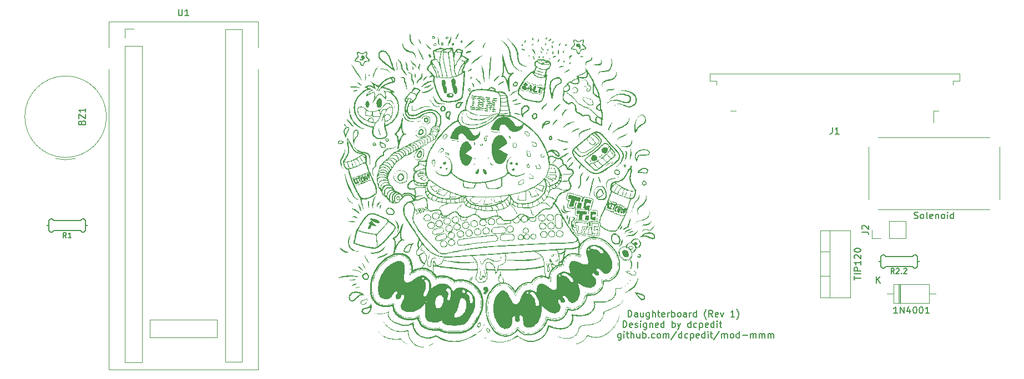
<source format=gto>
G04 #@! TF.GenerationSoftware,KiCad,Pcbnew,(6.0.1-0)*
G04 #@! TF.CreationDate,2023-03-21T08:55:19-07:00*
G04 #@! TF.ProjectId,daughterboard,64617567-6874-4657-9262-6f6172642e6b,v0.1*
G04 #@! TF.SameCoordinates,Original*
G04 #@! TF.FileFunction,Legend,Top*
G04 #@! TF.FilePolarity,Positive*
%FSLAX46Y46*%
G04 Gerber Fmt 4.6, Leading zero omitted, Abs format (unit mm)*
G04 Created by KiCad (PCBNEW (6.0.1-0)) date 2023-03-21 08:55:19*
%MOMM*%
%LPD*%
G01*
G04 APERTURE LIST*
%ADD10C,0.150000*%
%ADD11C,0.120000*%
%ADD12C,1.600000*%
%ADD13C,3.500000*%
%ADD14C,4.000000*%
%ADD15R,2.200000X2.200000*%
%ADD16O,2.200000X2.200000*%
%ADD17R,2.000000X2.000000*%
%ADD18C,2.000000*%
%ADD19R,2.000000X1.905000*%
%ADD20O,2.000000X1.905000*%
%ADD21R,0.610000X2.000000*%
%ADD22R,2.680000X3.600000*%
%ADD23R,1.700000X1.700000*%
%ADD24O,1.700000X1.700000*%
%ADD25C,1.700000*%
%ADD26R,1.500000X1.200000*%
G04 APERTURE END LIST*
D10*
X156545404Y-91425380D02*
X156545404Y-90425380D01*
X156783500Y-90425380D01*
X156926357Y-90473000D01*
X157021595Y-90568238D01*
X157069214Y-90663476D01*
X157116833Y-90853952D01*
X157116833Y-90996809D01*
X157069214Y-91187285D01*
X157021595Y-91282523D01*
X156926357Y-91377761D01*
X156783500Y-91425380D01*
X156545404Y-91425380D01*
X157973976Y-91425380D02*
X157973976Y-90901571D01*
X157926357Y-90806333D01*
X157831119Y-90758714D01*
X157640642Y-90758714D01*
X157545404Y-90806333D01*
X157973976Y-91377761D02*
X157878738Y-91425380D01*
X157640642Y-91425380D01*
X157545404Y-91377761D01*
X157497785Y-91282523D01*
X157497785Y-91187285D01*
X157545404Y-91092047D01*
X157640642Y-91044428D01*
X157878738Y-91044428D01*
X157973976Y-90996809D01*
X158878738Y-90758714D02*
X158878738Y-91425380D01*
X158450166Y-90758714D02*
X158450166Y-91282523D01*
X158497785Y-91377761D01*
X158593023Y-91425380D01*
X158735880Y-91425380D01*
X158831119Y-91377761D01*
X158878738Y-91330142D01*
X159783500Y-90758714D02*
X159783500Y-91568238D01*
X159735880Y-91663476D01*
X159688261Y-91711095D01*
X159593023Y-91758714D01*
X159450166Y-91758714D01*
X159354928Y-91711095D01*
X159783500Y-91377761D02*
X159688261Y-91425380D01*
X159497785Y-91425380D01*
X159402547Y-91377761D01*
X159354928Y-91330142D01*
X159307309Y-91234904D01*
X159307309Y-90949190D01*
X159354928Y-90853952D01*
X159402547Y-90806333D01*
X159497785Y-90758714D01*
X159688261Y-90758714D01*
X159783500Y-90806333D01*
X160259690Y-91425380D02*
X160259690Y-90425380D01*
X160688261Y-91425380D02*
X160688261Y-90901571D01*
X160640642Y-90806333D01*
X160545404Y-90758714D01*
X160402547Y-90758714D01*
X160307309Y-90806333D01*
X160259690Y-90853952D01*
X161021595Y-90758714D02*
X161402547Y-90758714D01*
X161164452Y-90425380D02*
X161164452Y-91282523D01*
X161212071Y-91377761D01*
X161307309Y-91425380D01*
X161402547Y-91425380D01*
X162116833Y-91377761D02*
X162021595Y-91425380D01*
X161831119Y-91425380D01*
X161735880Y-91377761D01*
X161688261Y-91282523D01*
X161688261Y-90901571D01*
X161735880Y-90806333D01*
X161831119Y-90758714D01*
X162021595Y-90758714D01*
X162116833Y-90806333D01*
X162164452Y-90901571D01*
X162164452Y-90996809D01*
X161688261Y-91092047D01*
X162593023Y-91425380D02*
X162593023Y-90758714D01*
X162593023Y-90949190D02*
X162640642Y-90853952D01*
X162688261Y-90806333D01*
X162783500Y-90758714D01*
X162878738Y-90758714D01*
X163212071Y-91425380D02*
X163212071Y-90425380D01*
X163212071Y-90806333D02*
X163307309Y-90758714D01*
X163497785Y-90758714D01*
X163593023Y-90806333D01*
X163640642Y-90853952D01*
X163688261Y-90949190D01*
X163688261Y-91234904D01*
X163640642Y-91330142D01*
X163593023Y-91377761D01*
X163497785Y-91425380D01*
X163307309Y-91425380D01*
X163212071Y-91377761D01*
X164259690Y-91425380D02*
X164164452Y-91377761D01*
X164116833Y-91330142D01*
X164069214Y-91234904D01*
X164069214Y-90949190D01*
X164116833Y-90853952D01*
X164164452Y-90806333D01*
X164259690Y-90758714D01*
X164402547Y-90758714D01*
X164497785Y-90806333D01*
X164545404Y-90853952D01*
X164593023Y-90949190D01*
X164593023Y-91234904D01*
X164545404Y-91330142D01*
X164497785Y-91377761D01*
X164402547Y-91425380D01*
X164259690Y-91425380D01*
X165450166Y-91425380D02*
X165450166Y-90901571D01*
X165402547Y-90806333D01*
X165307309Y-90758714D01*
X165116833Y-90758714D01*
X165021595Y-90806333D01*
X165450166Y-91377761D02*
X165354928Y-91425380D01*
X165116833Y-91425380D01*
X165021595Y-91377761D01*
X164973976Y-91282523D01*
X164973976Y-91187285D01*
X165021595Y-91092047D01*
X165116833Y-91044428D01*
X165354928Y-91044428D01*
X165450166Y-90996809D01*
X165926357Y-91425380D02*
X165926357Y-90758714D01*
X165926357Y-90949190D02*
X165973976Y-90853952D01*
X166021595Y-90806333D01*
X166116833Y-90758714D01*
X166212071Y-90758714D01*
X166973976Y-91425380D02*
X166973976Y-90425380D01*
X166973976Y-91377761D02*
X166878738Y-91425380D01*
X166688261Y-91425380D01*
X166593023Y-91377761D01*
X166545404Y-91330142D01*
X166497785Y-91234904D01*
X166497785Y-90949190D01*
X166545404Y-90853952D01*
X166593023Y-90806333D01*
X166688261Y-90758714D01*
X166878738Y-90758714D01*
X166973976Y-90806333D01*
X168497785Y-91806333D02*
X168450166Y-91758714D01*
X168354928Y-91615857D01*
X168307309Y-91520619D01*
X168259690Y-91377761D01*
X168212071Y-91139666D01*
X168212071Y-90949190D01*
X168259690Y-90711095D01*
X168307309Y-90568238D01*
X168354928Y-90473000D01*
X168450166Y-90330142D01*
X168497785Y-90282523D01*
X169450166Y-91425380D02*
X169116833Y-90949190D01*
X168878738Y-91425380D02*
X168878738Y-90425380D01*
X169259690Y-90425380D01*
X169354928Y-90473000D01*
X169402547Y-90520619D01*
X169450166Y-90615857D01*
X169450166Y-90758714D01*
X169402547Y-90853952D01*
X169354928Y-90901571D01*
X169259690Y-90949190D01*
X168878738Y-90949190D01*
X170259690Y-91377761D02*
X170164452Y-91425380D01*
X169973976Y-91425380D01*
X169878738Y-91377761D01*
X169831119Y-91282523D01*
X169831119Y-90901571D01*
X169878738Y-90806333D01*
X169973976Y-90758714D01*
X170164452Y-90758714D01*
X170259690Y-90806333D01*
X170307309Y-90901571D01*
X170307309Y-90996809D01*
X169831119Y-91092047D01*
X170640642Y-90758714D02*
X170878738Y-91425380D01*
X171116833Y-90758714D01*
X172783500Y-91425380D02*
X172212071Y-91425380D01*
X172497785Y-91425380D02*
X172497785Y-90425380D01*
X172402547Y-90568238D01*
X172307309Y-90663476D01*
X172212071Y-90711095D01*
X173116833Y-91806333D02*
X173164452Y-91758714D01*
X173259690Y-91615857D01*
X173307309Y-91520619D01*
X173354928Y-91377761D01*
X173402547Y-91139666D01*
X173402547Y-90949190D01*
X173354928Y-90711095D01*
X173307309Y-90568238D01*
X173259690Y-90473000D01*
X173164452Y-90330142D01*
X173116833Y-90282523D01*
X155783500Y-93035380D02*
X155783500Y-92035380D01*
X156021595Y-92035380D01*
X156164452Y-92083000D01*
X156259690Y-92178238D01*
X156307309Y-92273476D01*
X156354928Y-92463952D01*
X156354928Y-92606809D01*
X156307309Y-92797285D01*
X156259690Y-92892523D01*
X156164452Y-92987761D01*
X156021595Y-93035380D01*
X155783500Y-93035380D01*
X157164452Y-92987761D02*
X157069214Y-93035380D01*
X156878738Y-93035380D01*
X156783500Y-92987761D01*
X156735880Y-92892523D01*
X156735880Y-92511571D01*
X156783500Y-92416333D01*
X156878738Y-92368714D01*
X157069214Y-92368714D01*
X157164452Y-92416333D01*
X157212071Y-92511571D01*
X157212071Y-92606809D01*
X156735880Y-92702047D01*
X157593023Y-92987761D02*
X157688261Y-93035380D01*
X157878738Y-93035380D01*
X157973976Y-92987761D01*
X158021595Y-92892523D01*
X158021595Y-92844904D01*
X157973976Y-92749666D01*
X157878738Y-92702047D01*
X157735880Y-92702047D01*
X157640642Y-92654428D01*
X157593023Y-92559190D01*
X157593023Y-92511571D01*
X157640642Y-92416333D01*
X157735880Y-92368714D01*
X157878738Y-92368714D01*
X157973976Y-92416333D01*
X158450166Y-93035380D02*
X158450166Y-92368714D01*
X158450166Y-92035380D02*
X158402547Y-92083000D01*
X158450166Y-92130619D01*
X158497785Y-92083000D01*
X158450166Y-92035380D01*
X158450166Y-92130619D01*
X159354928Y-92368714D02*
X159354928Y-93178238D01*
X159307309Y-93273476D01*
X159259690Y-93321095D01*
X159164452Y-93368714D01*
X159021595Y-93368714D01*
X158926357Y-93321095D01*
X159354928Y-92987761D02*
X159259690Y-93035380D01*
X159069214Y-93035380D01*
X158973976Y-92987761D01*
X158926357Y-92940142D01*
X158878738Y-92844904D01*
X158878738Y-92559190D01*
X158926357Y-92463952D01*
X158973976Y-92416333D01*
X159069214Y-92368714D01*
X159259690Y-92368714D01*
X159354928Y-92416333D01*
X159831119Y-92368714D02*
X159831119Y-93035380D01*
X159831119Y-92463952D02*
X159878738Y-92416333D01*
X159973976Y-92368714D01*
X160116833Y-92368714D01*
X160212071Y-92416333D01*
X160259690Y-92511571D01*
X160259690Y-93035380D01*
X161116833Y-92987761D02*
X161021595Y-93035380D01*
X160831119Y-93035380D01*
X160735880Y-92987761D01*
X160688261Y-92892523D01*
X160688261Y-92511571D01*
X160735880Y-92416333D01*
X160831119Y-92368714D01*
X161021595Y-92368714D01*
X161116833Y-92416333D01*
X161164452Y-92511571D01*
X161164452Y-92606809D01*
X160688261Y-92702047D01*
X162021595Y-93035380D02*
X162021595Y-92035380D01*
X162021595Y-92987761D02*
X161926357Y-93035380D01*
X161735880Y-93035380D01*
X161640642Y-92987761D01*
X161593023Y-92940142D01*
X161545404Y-92844904D01*
X161545404Y-92559190D01*
X161593023Y-92463952D01*
X161640642Y-92416333D01*
X161735880Y-92368714D01*
X161926357Y-92368714D01*
X162021595Y-92416333D01*
X163259690Y-93035380D02*
X163259690Y-92035380D01*
X163259690Y-92416333D02*
X163354928Y-92368714D01*
X163545404Y-92368714D01*
X163640642Y-92416333D01*
X163688261Y-92463952D01*
X163735880Y-92559190D01*
X163735880Y-92844904D01*
X163688261Y-92940142D01*
X163640642Y-92987761D01*
X163545404Y-93035380D01*
X163354928Y-93035380D01*
X163259690Y-92987761D01*
X164069214Y-92368714D02*
X164307309Y-93035380D01*
X164545404Y-92368714D02*
X164307309Y-93035380D01*
X164212071Y-93273476D01*
X164164452Y-93321095D01*
X164069214Y-93368714D01*
X166116833Y-93035380D02*
X166116833Y-92035380D01*
X166116833Y-92987761D02*
X166021595Y-93035380D01*
X165831119Y-93035380D01*
X165735880Y-92987761D01*
X165688261Y-92940142D01*
X165640642Y-92844904D01*
X165640642Y-92559190D01*
X165688261Y-92463952D01*
X165735880Y-92416333D01*
X165831119Y-92368714D01*
X166021595Y-92368714D01*
X166116833Y-92416333D01*
X167021595Y-92987761D02*
X166926357Y-93035380D01*
X166735880Y-93035380D01*
X166640642Y-92987761D01*
X166593023Y-92940142D01*
X166545404Y-92844904D01*
X166545404Y-92559190D01*
X166593023Y-92463952D01*
X166640642Y-92416333D01*
X166735880Y-92368714D01*
X166926357Y-92368714D01*
X167021595Y-92416333D01*
X167450166Y-92368714D02*
X167450166Y-93368714D01*
X167450166Y-92416333D02*
X167545404Y-92368714D01*
X167735880Y-92368714D01*
X167831119Y-92416333D01*
X167878738Y-92463952D01*
X167926357Y-92559190D01*
X167926357Y-92844904D01*
X167878738Y-92940142D01*
X167831119Y-92987761D01*
X167735880Y-93035380D01*
X167545404Y-93035380D01*
X167450166Y-92987761D01*
X168735880Y-92987761D02*
X168640642Y-93035380D01*
X168450166Y-93035380D01*
X168354928Y-92987761D01*
X168307309Y-92892523D01*
X168307309Y-92511571D01*
X168354928Y-92416333D01*
X168450166Y-92368714D01*
X168640642Y-92368714D01*
X168735880Y-92416333D01*
X168783500Y-92511571D01*
X168783500Y-92606809D01*
X168307309Y-92702047D01*
X169640642Y-93035380D02*
X169640642Y-92035380D01*
X169640642Y-92987761D02*
X169545404Y-93035380D01*
X169354928Y-93035380D01*
X169259690Y-92987761D01*
X169212071Y-92940142D01*
X169164452Y-92844904D01*
X169164452Y-92559190D01*
X169212071Y-92463952D01*
X169259690Y-92416333D01*
X169354928Y-92368714D01*
X169545404Y-92368714D01*
X169640642Y-92416333D01*
X170116833Y-93035380D02*
X170116833Y-92368714D01*
X170116833Y-92035380D02*
X170069214Y-92083000D01*
X170116833Y-92130619D01*
X170164452Y-92083000D01*
X170116833Y-92035380D01*
X170116833Y-92130619D01*
X170450166Y-92368714D02*
X170831119Y-92368714D01*
X170593023Y-92035380D02*
X170593023Y-92892523D01*
X170640642Y-92987761D01*
X170735880Y-93035380D01*
X170831119Y-93035380D01*
X155450166Y-93978714D02*
X155450166Y-94788238D01*
X155402547Y-94883476D01*
X155354928Y-94931095D01*
X155259690Y-94978714D01*
X155116833Y-94978714D01*
X155021595Y-94931095D01*
X155450166Y-94597761D02*
X155354928Y-94645380D01*
X155164452Y-94645380D01*
X155069214Y-94597761D01*
X155021595Y-94550142D01*
X154973976Y-94454904D01*
X154973976Y-94169190D01*
X155021595Y-94073952D01*
X155069214Y-94026333D01*
X155164452Y-93978714D01*
X155354928Y-93978714D01*
X155450166Y-94026333D01*
X155926357Y-94645380D02*
X155926357Y-93978714D01*
X155926357Y-93645380D02*
X155878738Y-93693000D01*
X155926357Y-93740619D01*
X155973976Y-93693000D01*
X155926357Y-93645380D01*
X155926357Y-93740619D01*
X156259690Y-93978714D02*
X156640642Y-93978714D01*
X156402547Y-93645380D02*
X156402547Y-94502523D01*
X156450166Y-94597761D01*
X156545404Y-94645380D01*
X156640642Y-94645380D01*
X156973976Y-94645380D02*
X156973976Y-93645380D01*
X157402547Y-94645380D02*
X157402547Y-94121571D01*
X157354928Y-94026333D01*
X157259690Y-93978714D01*
X157116833Y-93978714D01*
X157021595Y-94026333D01*
X156973976Y-94073952D01*
X158307309Y-93978714D02*
X158307309Y-94645380D01*
X157878738Y-93978714D02*
X157878738Y-94502523D01*
X157926357Y-94597761D01*
X158021595Y-94645380D01*
X158164452Y-94645380D01*
X158259690Y-94597761D01*
X158307309Y-94550142D01*
X158783500Y-94645380D02*
X158783500Y-93645380D01*
X158783500Y-94026333D02*
X158878738Y-93978714D01*
X159069214Y-93978714D01*
X159164452Y-94026333D01*
X159212071Y-94073952D01*
X159259690Y-94169190D01*
X159259690Y-94454904D01*
X159212071Y-94550142D01*
X159164452Y-94597761D01*
X159069214Y-94645380D01*
X158878738Y-94645380D01*
X158783500Y-94597761D01*
X159688261Y-94550142D02*
X159735880Y-94597761D01*
X159688261Y-94645380D01*
X159640642Y-94597761D01*
X159688261Y-94550142D01*
X159688261Y-94645380D01*
X160593023Y-94597761D02*
X160497785Y-94645380D01*
X160307309Y-94645380D01*
X160212071Y-94597761D01*
X160164452Y-94550142D01*
X160116833Y-94454904D01*
X160116833Y-94169190D01*
X160164452Y-94073952D01*
X160212071Y-94026333D01*
X160307309Y-93978714D01*
X160497785Y-93978714D01*
X160593023Y-94026333D01*
X161164452Y-94645380D02*
X161069214Y-94597761D01*
X161021595Y-94550142D01*
X160973976Y-94454904D01*
X160973976Y-94169190D01*
X161021595Y-94073952D01*
X161069214Y-94026333D01*
X161164452Y-93978714D01*
X161307309Y-93978714D01*
X161402547Y-94026333D01*
X161450166Y-94073952D01*
X161497785Y-94169190D01*
X161497785Y-94454904D01*
X161450166Y-94550142D01*
X161402547Y-94597761D01*
X161307309Y-94645380D01*
X161164452Y-94645380D01*
X161926357Y-94645380D02*
X161926357Y-93978714D01*
X161926357Y-94073952D02*
X161973976Y-94026333D01*
X162069214Y-93978714D01*
X162212071Y-93978714D01*
X162307309Y-94026333D01*
X162354928Y-94121571D01*
X162354928Y-94645380D01*
X162354928Y-94121571D02*
X162402547Y-94026333D01*
X162497785Y-93978714D01*
X162640642Y-93978714D01*
X162735880Y-94026333D01*
X162783500Y-94121571D01*
X162783500Y-94645380D01*
X163973976Y-93597761D02*
X163116833Y-94883476D01*
X164735880Y-94645380D02*
X164735880Y-93645380D01*
X164735880Y-94597761D02*
X164640642Y-94645380D01*
X164450166Y-94645380D01*
X164354928Y-94597761D01*
X164307309Y-94550142D01*
X164259690Y-94454904D01*
X164259690Y-94169190D01*
X164307309Y-94073952D01*
X164354928Y-94026333D01*
X164450166Y-93978714D01*
X164640642Y-93978714D01*
X164735880Y-94026333D01*
X165640642Y-94597761D02*
X165545404Y-94645380D01*
X165354928Y-94645380D01*
X165259690Y-94597761D01*
X165212071Y-94550142D01*
X165164452Y-94454904D01*
X165164452Y-94169190D01*
X165212071Y-94073952D01*
X165259690Y-94026333D01*
X165354928Y-93978714D01*
X165545404Y-93978714D01*
X165640642Y-94026333D01*
X166069214Y-93978714D02*
X166069214Y-94978714D01*
X166069214Y-94026333D02*
X166164452Y-93978714D01*
X166354928Y-93978714D01*
X166450166Y-94026333D01*
X166497785Y-94073952D01*
X166545404Y-94169190D01*
X166545404Y-94454904D01*
X166497785Y-94550142D01*
X166450166Y-94597761D01*
X166354928Y-94645380D01*
X166164452Y-94645380D01*
X166069214Y-94597761D01*
X167354928Y-94597761D02*
X167259690Y-94645380D01*
X167069214Y-94645380D01*
X166973976Y-94597761D01*
X166926357Y-94502523D01*
X166926357Y-94121571D01*
X166973976Y-94026333D01*
X167069214Y-93978714D01*
X167259690Y-93978714D01*
X167354928Y-94026333D01*
X167402547Y-94121571D01*
X167402547Y-94216809D01*
X166926357Y-94312047D01*
X168259690Y-94645380D02*
X168259690Y-93645380D01*
X168259690Y-94597761D02*
X168164452Y-94645380D01*
X167973976Y-94645380D01*
X167878738Y-94597761D01*
X167831119Y-94550142D01*
X167783500Y-94454904D01*
X167783500Y-94169190D01*
X167831119Y-94073952D01*
X167878738Y-94026333D01*
X167973976Y-93978714D01*
X168164452Y-93978714D01*
X168259690Y-94026333D01*
X168735880Y-94645380D02*
X168735880Y-93978714D01*
X168735880Y-93645380D02*
X168688261Y-93693000D01*
X168735880Y-93740619D01*
X168783500Y-93693000D01*
X168735880Y-93645380D01*
X168735880Y-93740619D01*
X169069214Y-93978714D02*
X169450166Y-93978714D01*
X169212071Y-93645380D02*
X169212071Y-94502523D01*
X169259690Y-94597761D01*
X169354928Y-94645380D01*
X169450166Y-94645380D01*
X170497785Y-93597761D02*
X169640642Y-94883476D01*
X170831119Y-94645380D02*
X170831119Y-93978714D01*
X170831119Y-94073952D02*
X170878738Y-94026333D01*
X170973976Y-93978714D01*
X171116833Y-93978714D01*
X171212071Y-94026333D01*
X171259690Y-94121571D01*
X171259690Y-94645380D01*
X171259690Y-94121571D02*
X171307309Y-94026333D01*
X171402547Y-93978714D01*
X171545404Y-93978714D01*
X171640642Y-94026333D01*
X171688261Y-94121571D01*
X171688261Y-94645380D01*
X172307309Y-94645380D02*
X172212071Y-94597761D01*
X172164452Y-94550142D01*
X172116833Y-94454904D01*
X172116833Y-94169190D01*
X172164452Y-94073952D01*
X172212071Y-94026333D01*
X172307309Y-93978714D01*
X172450166Y-93978714D01*
X172545404Y-94026333D01*
X172593023Y-94073952D01*
X172640642Y-94169190D01*
X172640642Y-94454904D01*
X172593023Y-94550142D01*
X172545404Y-94597761D01*
X172450166Y-94645380D01*
X172307309Y-94645380D01*
X173497785Y-94645380D02*
X173497785Y-93645380D01*
X173497785Y-94597761D02*
X173402547Y-94645380D01*
X173212071Y-94645380D01*
X173116833Y-94597761D01*
X173069214Y-94550142D01*
X173021595Y-94454904D01*
X173021595Y-94169190D01*
X173069214Y-94073952D01*
X173116833Y-94026333D01*
X173212071Y-93978714D01*
X173402547Y-93978714D01*
X173497785Y-94026333D01*
X173973976Y-94264428D02*
X174735880Y-94264428D01*
X175212071Y-94645380D02*
X175212071Y-93978714D01*
X175212071Y-94073952D02*
X175259690Y-94026333D01*
X175354928Y-93978714D01*
X175497785Y-93978714D01*
X175593023Y-94026333D01*
X175640642Y-94121571D01*
X175640642Y-94645380D01*
X175640642Y-94121571D02*
X175688261Y-94026333D01*
X175783500Y-93978714D01*
X175926357Y-93978714D01*
X176021595Y-94026333D01*
X176069214Y-94121571D01*
X176069214Y-94645380D01*
X176545404Y-94645380D02*
X176545404Y-93978714D01*
X176545404Y-94073952D02*
X176593023Y-94026333D01*
X176688261Y-93978714D01*
X176831119Y-93978714D01*
X176926357Y-94026333D01*
X176973976Y-94121571D01*
X176973976Y-94645380D01*
X176973976Y-94121571D02*
X177021595Y-94026333D01*
X177116833Y-93978714D01*
X177259690Y-93978714D01*
X177354928Y-94026333D01*
X177402547Y-94121571D01*
X177402547Y-94645380D01*
X177878738Y-94645380D02*
X177878738Y-93978714D01*
X177878738Y-94073952D02*
X177926357Y-94026333D01*
X178021595Y-93978714D01*
X178164452Y-93978714D01*
X178259690Y-94026333D01*
X178307309Y-94121571D01*
X178307309Y-94645380D01*
X178307309Y-94121571D02*
X178354928Y-94026333D01*
X178450166Y-93978714D01*
X178593023Y-93978714D01*
X178688261Y-94026333D01*
X178735880Y-94121571D01*
X178735880Y-94645380D01*
X197628142Y-90876380D02*
X197056714Y-90876380D01*
X197342428Y-90876380D02*
X197342428Y-89876380D01*
X197247190Y-90019238D01*
X197151952Y-90114476D01*
X197056714Y-90162095D01*
X198056714Y-90876380D02*
X198056714Y-89876380D01*
X198628142Y-90876380D01*
X198628142Y-89876380D01*
X199532904Y-90209714D02*
X199532904Y-90876380D01*
X199294809Y-89828761D02*
X199056714Y-90543047D01*
X199675761Y-90543047D01*
X200247190Y-89876380D02*
X200342428Y-89876380D01*
X200437666Y-89924000D01*
X200485285Y-89971619D01*
X200532904Y-90066857D01*
X200580523Y-90257333D01*
X200580523Y-90495428D01*
X200532904Y-90685904D01*
X200485285Y-90781142D01*
X200437666Y-90828761D01*
X200342428Y-90876380D01*
X200247190Y-90876380D01*
X200151952Y-90828761D01*
X200104333Y-90781142D01*
X200056714Y-90685904D01*
X200009095Y-90495428D01*
X200009095Y-90257333D01*
X200056714Y-90066857D01*
X200104333Y-89971619D01*
X200151952Y-89924000D01*
X200247190Y-89876380D01*
X201199571Y-89876380D02*
X201294809Y-89876380D01*
X201390047Y-89924000D01*
X201437666Y-89971619D01*
X201485285Y-90066857D01*
X201532904Y-90257333D01*
X201532904Y-90495428D01*
X201485285Y-90685904D01*
X201437666Y-90781142D01*
X201390047Y-90828761D01*
X201294809Y-90876380D01*
X201199571Y-90876380D01*
X201104333Y-90828761D01*
X201056714Y-90781142D01*
X201009095Y-90685904D01*
X200961476Y-90495428D01*
X200961476Y-90257333D01*
X201009095Y-90066857D01*
X201056714Y-89971619D01*
X201104333Y-89924000D01*
X201199571Y-89876380D01*
X202485285Y-90876380D02*
X201913857Y-90876380D01*
X202199571Y-90876380D02*
X202199571Y-89876380D01*
X202104333Y-90019238D01*
X202009095Y-90114476D01*
X201913857Y-90162095D01*
X194429095Y-86236380D02*
X194429095Y-85236380D01*
X195000523Y-86236380D02*
X194571952Y-85664952D01*
X195000523Y-85236380D02*
X194429095Y-85807809D01*
X73207571Y-61711737D02*
X73255190Y-61568880D01*
X73302809Y-61521261D01*
X73398047Y-61473642D01*
X73540904Y-61473642D01*
X73636142Y-61521261D01*
X73683761Y-61568880D01*
X73731380Y-61664118D01*
X73731380Y-62045070D01*
X72731380Y-62045070D01*
X72731380Y-61711737D01*
X72779000Y-61616499D01*
X72826619Y-61568880D01*
X72921857Y-61521261D01*
X73017095Y-61521261D01*
X73112333Y-61568880D01*
X73159952Y-61616499D01*
X73207571Y-61711737D01*
X73207571Y-62045070D01*
X72731380Y-61140308D02*
X72731380Y-60473642D01*
X73731380Y-61140308D01*
X73731380Y-60473642D01*
X73731380Y-59568880D02*
X73731380Y-60140308D01*
X73731380Y-59854594D02*
X72731380Y-59854594D01*
X72874238Y-59949832D01*
X72969476Y-60045070D01*
X73017095Y-60140308D01*
X191039380Y-85764380D02*
X191039380Y-85192952D01*
X192039380Y-85478666D02*
X191039380Y-85478666D01*
X192039380Y-84859619D02*
X191039380Y-84859619D01*
X192039380Y-84383428D02*
X191039380Y-84383428D01*
X191039380Y-84002476D01*
X191087000Y-83907238D01*
X191134619Y-83859619D01*
X191229857Y-83812000D01*
X191372714Y-83812000D01*
X191467952Y-83859619D01*
X191515571Y-83907238D01*
X191563190Y-84002476D01*
X191563190Y-84383428D01*
X192039380Y-82859619D02*
X192039380Y-83431047D01*
X192039380Y-83145333D02*
X191039380Y-83145333D01*
X191182238Y-83240571D01*
X191277476Y-83335809D01*
X191325095Y-83431047D01*
X191134619Y-82478666D02*
X191087000Y-82431047D01*
X191039380Y-82335809D01*
X191039380Y-82097714D01*
X191087000Y-82002476D01*
X191134619Y-81954857D01*
X191229857Y-81907238D01*
X191325095Y-81907238D01*
X191467952Y-81954857D01*
X192039380Y-82526285D01*
X192039380Y-81907238D01*
X191039380Y-81288190D02*
X191039380Y-81192952D01*
X191087000Y-81097714D01*
X191134619Y-81050095D01*
X191229857Y-81002476D01*
X191420333Y-80954857D01*
X191658428Y-80954857D01*
X191848904Y-81002476D01*
X191944142Y-81050095D01*
X191991761Y-81097714D01*
X192039380Y-81192952D01*
X192039380Y-81288190D01*
X191991761Y-81383428D01*
X191944142Y-81431047D01*
X191848904Y-81478666D01*
X191658428Y-81526285D01*
X191420333Y-81526285D01*
X191229857Y-81478666D01*
X191134619Y-81431047D01*
X191087000Y-81383428D01*
X191039380Y-81288190D01*
X187716666Y-62452380D02*
X187716666Y-63166666D01*
X187669047Y-63309523D01*
X187573809Y-63404761D01*
X187430952Y-63452380D01*
X187335714Y-63452380D01*
X188716666Y-63452380D02*
X188145238Y-63452380D01*
X188430952Y-63452380D02*
X188430952Y-62452380D01*
X188335714Y-62595238D01*
X188240476Y-62690476D01*
X188145238Y-62738095D01*
X192189380Y-78438333D02*
X192903666Y-78438333D01*
X193046523Y-78485952D01*
X193141761Y-78581190D01*
X193189380Y-78724047D01*
X193189380Y-78819285D01*
X192284619Y-78009761D02*
X192237000Y-77962142D01*
X192189380Y-77866904D01*
X192189380Y-77628809D01*
X192237000Y-77533571D01*
X192284619Y-77485952D01*
X192379857Y-77438333D01*
X192475095Y-77438333D01*
X192617952Y-77485952D01*
X193189380Y-78057380D01*
X193189380Y-77438333D01*
X87958095Y-44410380D02*
X87958095Y-45219904D01*
X88005714Y-45315142D01*
X88053333Y-45362761D01*
X88148571Y-45410380D01*
X88339047Y-45410380D01*
X88434285Y-45362761D01*
X88481904Y-45315142D01*
X88529523Y-45219904D01*
X88529523Y-44410380D01*
X89529523Y-45410380D02*
X88958095Y-45410380D01*
X89243809Y-45410380D02*
X89243809Y-44410380D01*
X89148571Y-44553238D01*
X89053333Y-44648476D01*
X88958095Y-44696095D01*
X70834266Y-79331904D02*
X70567600Y-78950952D01*
X70377123Y-79331904D02*
X70377123Y-78531904D01*
X70681885Y-78531904D01*
X70758076Y-78570000D01*
X70796171Y-78608095D01*
X70834266Y-78684285D01*
X70834266Y-78798571D01*
X70796171Y-78874761D01*
X70758076Y-78912857D01*
X70681885Y-78950952D01*
X70377123Y-78950952D01*
X71596171Y-79331904D02*
X71139028Y-79331904D01*
X71367600Y-79331904D02*
X71367600Y-78531904D01*
X71291409Y-78646190D01*
X71215219Y-78722380D01*
X71139028Y-78760476D01*
X197135838Y-84792904D02*
X196869171Y-84411952D01*
X196678695Y-84792904D02*
X196678695Y-83992904D01*
X196983457Y-83992904D01*
X197059647Y-84031000D01*
X197097742Y-84069095D01*
X197135838Y-84145285D01*
X197135838Y-84259571D01*
X197097742Y-84335761D01*
X197059647Y-84373857D01*
X196983457Y-84411952D01*
X196678695Y-84411952D01*
X197440600Y-84069095D02*
X197478695Y-84031000D01*
X197554885Y-83992904D01*
X197745361Y-83992904D01*
X197821552Y-84031000D01*
X197859647Y-84069095D01*
X197897742Y-84145285D01*
X197897742Y-84221476D01*
X197859647Y-84335761D01*
X197402504Y-84792904D01*
X197897742Y-84792904D01*
X198240600Y-84716714D02*
X198278695Y-84754809D01*
X198240600Y-84792904D01*
X198202504Y-84754809D01*
X198240600Y-84716714D01*
X198240600Y-84792904D01*
X198583457Y-84069095D02*
X198621552Y-84031000D01*
X198697742Y-83992904D01*
X198888219Y-83992904D01*
X198964409Y-84031000D01*
X199002504Y-84069095D01*
X199040600Y-84145285D01*
X199040600Y-84221476D01*
X199002504Y-84335761D01*
X198545361Y-84792904D01*
X199040600Y-84792904D01*
X200176190Y-76350761D02*
X200319047Y-76398380D01*
X200557142Y-76398380D01*
X200652380Y-76350761D01*
X200700000Y-76303142D01*
X200747619Y-76207904D01*
X200747619Y-76112666D01*
X200700000Y-76017428D01*
X200652380Y-75969809D01*
X200557142Y-75922190D01*
X200366666Y-75874571D01*
X200271428Y-75826952D01*
X200223809Y-75779333D01*
X200176190Y-75684095D01*
X200176190Y-75588857D01*
X200223809Y-75493619D01*
X200271428Y-75446000D01*
X200366666Y-75398380D01*
X200604761Y-75398380D01*
X200747619Y-75446000D01*
X201319047Y-76398380D02*
X201223809Y-76350761D01*
X201176190Y-76303142D01*
X201128571Y-76207904D01*
X201128571Y-75922190D01*
X201176190Y-75826952D01*
X201223809Y-75779333D01*
X201319047Y-75731714D01*
X201461904Y-75731714D01*
X201557142Y-75779333D01*
X201604761Y-75826952D01*
X201652380Y-75922190D01*
X201652380Y-76207904D01*
X201604761Y-76303142D01*
X201557142Y-76350761D01*
X201461904Y-76398380D01*
X201319047Y-76398380D01*
X202223809Y-76398380D02*
X202128571Y-76350761D01*
X202080952Y-76255523D01*
X202080952Y-75398380D01*
X202985714Y-76350761D02*
X202890476Y-76398380D01*
X202700000Y-76398380D01*
X202604761Y-76350761D01*
X202557142Y-76255523D01*
X202557142Y-75874571D01*
X202604761Y-75779333D01*
X202700000Y-75731714D01*
X202890476Y-75731714D01*
X202985714Y-75779333D01*
X203033333Y-75874571D01*
X203033333Y-75969809D01*
X202557142Y-76065047D01*
X203461904Y-75731714D02*
X203461904Y-76398380D01*
X203461904Y-75826952D02*
X203509523Y-75779333D01*
X203604761Y-75731714D01*
X203747619Y-75731714D01*
X203842857Y-75779333D01*
X203890476Y-75874571D01*
X203890476Y-76398380D01*
X204509523Y-76398380D02*
X204414285Y-76350761D01*
X204366666Y-76303142D01*
X204319047Y-76207904D01*
X204319047Y-75922190D01*
X204366666Y-75826952D01*
X204414285Y-75779333D01*
X204509523Y-75731714D01*
X204652380Y-75731714D01*
X204747619Y-75779333D01*
X204795238Y-75826952D01*
X204842857Y-75922190D01*
X204842857Y-76207904D01*
X204795238Y-76303142D01*
X204747619Y-76350761D01*
X204652380Y-76398380D01*
X204509523Y-76398380D01*
X205271428Y-76398380D02*
X205271428Y-75731714D01*
X205271428Y-75398380D02*
X205223809Y-75446000D01*
X205271428Y-75493619D01*
X205319047Y-75446000D01*
X205271428Y-75398380D01*
X205271428Y-75493619D01*
X206176190Y-76398380D02*
X206176190Y-75398380D01*
X206176190Y-76350761D02*
X206080952Y-76398380D01*
X205890476Y-76398380D01*
X205795238Y-76350761D01*
X205747619Y-76303142D01*
X205700000Y-76207904D01*
X205700000Y-75922190D01*
X205747619Y-75826952D01*
X205795238Y-75779333D01*
X205890476Y-75731714D01*
X206080952Y-75731714D01*
X206176190Y-75779333D01*
G36*
X154672381Y-65043996D02*
G01*
X154752220Y-65113340D01*
X154854053Y-65208119D01*
X154971569Y-65321834D01*
X155098460Y-65447982D01*
X155228417Y-65580062D01*
X155355131Y-65711574D01*
X155472293Y-65836017D01*
X155573594Y-65946889D01*
X155652725Y-66037690D01*
X155703376Y-66101919D01*
X155712551Y-66115818D01*
X155814135Y-66331978D01*
X155874270Y-66570558D01*
X155891900Y-66823000D01*
X155865967Y-67080747D01*
X155844057Y-67179923D01*
X155759056Y-67430355D01*
X155634734Y-67664198D01*
X155466759Y-67888664D01*
X155330449Y-68034609D01*
X155259834Y-68099142D01*
X155168377Y-68174737D01*
X155065100Y-68254861D01*
X154959024Y-68332985D01*
X154859170Y-68402577D01*
X154774559Y-68457106D01*
X154714213Y-68490040D01*
X154692075Y-68496775D01*
X154700160Y-68481635D01*
X154739884Y-68441057D01*
X154803877Y-68382300D01*
X154842887Y-68348188D01*
X155104403Y-68101888D01*
X155316208Y-67855760D01*
X155479440Y-67607736D01*
X155595242Y-67355748D01*
X155664754Y-67097728D01*
X155689115Y-66831606D01*
X155689161Y-66813342D01*
X155685797Y-66677662D01*
X155674328Y-66558182D01*
X155651409Y-66448093D01*
X155613696Y-66340585D01*
X155557843Y-66228849D01*
X155480506Y-66106077D01*
X155378338Y-65965458D01*
X155247995Y-65800185D01*
X155107274Y-65628874D01*
X154992775Y-65490469D01*
X154885862Y-65360209D01*
X154791942Y-65244765D01*
X154716425Y-65150806D01*
X154664719Y-65085002D01*
X154646732Y-65060904D01*
X154583937Y-64971825D01*
X154672381Y-65043996D01*
G37*
G36*
X136137605Y-57978845D02*
G01*
X136194393Y-57985360D01*
X136341381Y-58002986D01*
X136445127Y-58016923D01*
X136512928Y-58029543D01*
X136552080Y-58043216D01*
X136569882Y-58060317D01*
X136573629Y-58083216D01*
X136571345Y-58107889D01*
X136558522Y-58154945D01*
X136523952Y-58175008D01*
X136474353Y-58179687D01*
X136408189Y-58177980D01*
X136309444Y-58170602D01*
X136195942Y-58158980D01*
X136156521Y-58154236D01*
X136033243Y-58135405D01*
X135955965Y-58113703D01*
X135919786Y-58085643D01*
X135919808Y-58047735D01*
X135945511Y-58003965D01*
X135966442Y-57982897D01*
X135997782Y-57972259D01*
X136051011Y-57971195D01*
X136137605Y-57978845D01*
G37*
G36*
X126147234Y-81583178D02*
G01*
X126164930Y-81603990D01*
X126207392Y-81669000D01*
X126249192Y-81752433D01*
X126258914Y-81775958D01*
X126286566Y-81886384D01*
X126284264Y-82006614D01*
X126250632Y-82145435D01*
X126184294Y-82311633D01*
X126170217Y-82342066D01*
X126095980Y-82521271D01*
X126047825Y-82694062D01*
X126023132Y-82875924D01*
X126019283Y-83082346D01*
X126024577Y-83203322D01*
X126042052Y-83395362D01*
X126069324Y-83539301D01*
X126107550Y-83637200D01*
X126157883Y-83691118D01*
X126221480Y-83703117D01*
X126291450Y-83679553D01*
X126346900Y-83636906D01*
X126388941Y-83569782D01*
X126419287Y-83472088D01*
X126439654Y-83337734D01*
X126451759Y-83160627D01*
X126453890Y-83102901D01*
X126459882Y-82958610D01*
X126468462Y-82853191D01*
X126481475Y-82774617D01*
X126500767Y-82710863D01*
X126521288Y-82663842D01*
X126612251Y-82526717D01*
X126728216Y-82428704D01*
X126861154Y-82370185D01*
X127003036Y-82351543D01*
X127145832Y-82373161D01*
X127281514Y-82435422D01*
X127402054Y-82538706D01*
X127462786Y-82618991D01*
X127513055Y-82689886D01*
X127558733Y-82741844D01*
X127582546Y-82759744D01*
X127656568Y-82775722D01*
X127713595Y-82755299D01*
X127760294Y-82693498D01*
X127799112Y-82598061D01*
X127811858Y-82565610D01*
X127814791Y-82577109D01*
X127809420Y-82631545D01*
X127780829Y-82738308D01*
X127728972Y-82802829D01*
X127659425Y-82824803D01*
X127577769Y-82803929D01*
X127489581Y-82739902D01*
X127414862Y-82652997D01*
X127303906Y-82535091D01*
X127176851Y-82459612D01*
X127041196Y-82427870D01*
X126904439Y-82441172D01*
X126774079Y-82500830D01*
X126730616Y-82533522D01*
X126673146Y-82592115D01*
X126629424Y-82663680D01*
X126597236Y-82756181D01*
X126574374Y-82877582D01*
X126558624Y-83035847D01*
X126550151Y-83183499D01*
X126538962Y-83363848D01*
X126522299Y-83501051D01*
X126497367Y-83602793D01*
X126461374Y-83676759D01*
X126411526Y-83730634D01*
X126345028Y-83772104D01*
X126334283Y-83777332D01*
X126254271Y-83808972D01*
X126192051Y-83813272D01*
X126128561Y-83794158D01*
X126063054Y-83755345D01*
X126013312Y-83695510D01*
X125977626Y-83608745D01*
X125954289Y-83489143D01*
X125941590Y-83330796D01*
X125937821Y-83134717D01*
X125941859Y-82933129D01*
X125956315Y-82767436D01*
X125984427Y-82623141D01*
X126029428Y-82485747D01*
X126094555Y-82340757D01*
X126130772Y-82270153D01*
X126202373Y-82116699D01*
X126239060Y-81987044D01*
X126241808Y-81868887D01*
X126211591Y-81749930D01*
X126178081Y-81673134D01*
X126145147Y-81603736D01*
X126135133Y-81575157D01*
X126147234Y-81583178D01*
G37*
G36*
X119244092Y-92153388D02*
G01*
X119231367Y-92166114D01*
X119218641Y-92153388D01*
X119231367Y-92140663D01*
X119244092Y-92153388D01*
G37*
G36*
X146235028Y-58874755D02*
G01*
X146222617Y-58891768D01*
X146165374Y-58961874D01*
X146080719Y-59060235D01*
X145976346Y-59178249D01*
X145859950Y-59307312D01*
X145739226Y-59438822D01*
X145621866Y-59564176D01*
X145610863Y-59575776D01*
X145511867Y-59680924D01*
X145416200Y-59784141D01*
X145334134Y-59874243D01*
X145275944Y-59940045D01*
X145271482Y-59945272D01*
X145217854Y-60007396D01*
X145190460Y-60033490D01*
X145182871Y-60026565D01*
X145188656Y-59989629D01*
X145189918Y-59983449D01*
X145245959Y-59814063D01*
X145342926Y-59635274D01*
X145473864Y-59454957D01*
X145631821Y-59280987D01*
X145809842Y-59121239D01*
X146000974Y-58983589D01*
X146145482Y-58901231D01*
X146210715Y-58869503D01*
X146238196Y-58860968D01*
X146235028Y-58874755D01*
G37*
G36*
X140317439Y-56297514D02*
G01*
X140334024Y-56200163D01*
X140340354Y-56189757D01*
X140504131Y-56189757D01*
X140510866Y-56214170D01*
X140530240Y-56244179D01*
X140540060Y-56244361D01*
X140543051Y-56213133D01*
X140536316Y-56188719D01*
X140516942Y-56158710D01*
X140507122Y-56158528D01*
X140504131Y-56189757D01*
X140340354Y-56189757D01*
X140377044Y-56129444D01*
X140436396Y-56088311D01*
X140501978Y-56079717D01*
X140563686Y-56106616D01*
X140611418Y-56171960D01*
X140623907Y-56207917D01*
X140653433Y-56279469D01*
X140691606Y-56323857D01*
X140729066Y-56331716D01*
X140740143Y-56324238D01*
X140736240Y-56296658D01*
X140713294Y-56236985D01*
X140676242Y-56158024D01*
X140675418Y-56156389D01*
X140622934Y-56038124D01*
X140601224Y-55944278D01*
X140606585Y-55884346D01*
X141089502Y-55884346D01*
X141096236Y-55908759D01*
X141115611Y-55938769D01*
X141125430Y-55938951D01*
X141128421Y-55907722D01*
X141121687Y-55883308D01*
X141102313Y-55853299D01*
X141092493Y-55853117D01*
X141089502Y-55884346D01*
X140606585Y-55884346D01*
X140608770Y-55859922D01*
X140637542Y-55783500D01*
X140698842Y-55705260D01*
X140789524Y-55646038D01*
X140888396Y-55619068D01*
X140901557Y-55618619D01*
X140999966Y-55641872D01*
X141093869Y-55704024D01*
X141171017Y-55793663D01*
X141219163Y-55899380D01*
X141223713Y-55918779D01*
X141224627Y-56009341D01*
X141193172Y-56071227D01*
X141139979Y-56099368D01*
X141075679Y-56088697D01*
X141010903Y-56034148D01*
X141003217Y-56023873D01*
X140956354Y-55972358D01*
X140923672Y-55969487D01*
X140921942Y-55971070D01*
X140906312Y-56019768D01*
X140917987Y-56097042D01*
X140953723Y-56190753D01*
X141004592Y-56280342D01*
X141061917Y-56398207D01*
X141082008Y-56516237D01*
X141062958Y-56620838D01*
X141054760Y-56638065D01*
X140994622Y-56701135D01*
X140901638Y-56743378D01*
X140790779Y-56761421D01*
X140677015Y-56751891D01*
X140622850Y-56735386D01*
X140520757Y-56672173D01*
X140429286Y-56575363D01*
X140359190Y-56460376D01*
X140351213Y-56435639D01*
X140962744Y-56435639D01*
X140971448Y-56473944D01*
X140987067Y-56507545D01*
X140995834Y-56493929D01*
X140999748Y-56475595D01*
X141000638Y-56429129D01*
X140994137Y-56414089D01*
X140970731Y-56407348D01*
X140962744Y-56435639D01*
X140351213Y-56435639D01*
X140321222Y-56342629D01*
X140317439Y-56297514D01*
G37*
G36*
X128963913Y-68667399D02*
G01*
X128997861Y-68714516D01*
X129012141Y-68786613D01*
X129005412Y-68861179D01*
X128978592Y-68913550D01*
X128911486Y-68948501D01*
X128829118Y-68949665D01*
X128753504Y-68917915D01*
X128737278Y-68903990D01*
X128699527Y-68853602D01*
X128686377Y-68814912D01*
X128709016Y-68755729D01*
X128765785Y-68703226D01*
X128839960Y-68666293D01*
X128914816Y-68653819D01*
X128963913Y-68667399D01*
G37*
G36*
X155904138Y-74816340D02*
G01*
X155934142Y-74820319D01*
X155942310Y-74830842D01*
X155965172Y-74841107D01*
X155998333Y-74806670D01*
X156004584Y-74797392D01*
X156063630Y-74744077D01*
X156133892Y-74733569D01*
X156203653Y-74763229D01*
X156261196Y-74830420D01*
X156274606Y-74858177D01*
X156294276Y-74965545D01*
X156278749Y-75088393D01*
X156234079Y-75212382D01*
X156166318Y-75323171D01*
X156081520Y-75406417D01*
X156031266Y-75434665D01*
X155943353Y-75495928D01*
X155905840Y-75556135D01*
X155865770Y-75632756D01*
X155825672Y-75677944D01*
X155792480Y-75685706D01*
X155777580Y-75667041D01*
X155777235Y-75619864D01*
X155795176Y-75552625D01*
X155800314Y-75539595D01*
X155821303Y-75467986D01*
X155814017Y-75426584D01*
X155813788Y-75426351D01*
X155802024Y-75387635D01*
X155814390Y-75342509D01*
X155842779Y-75317913D01*
X155846510Y-75317617D01*
X155872389Y-75297530D01*
X156012235Y-75297530D01*
X156016791Y-75317608D01*
X156017105Y-75317617D01*
X156041640Y-75297069D01*
X156067462Y-75252792D01*
X156089721Y-75193537D01*
X156096616Y-75153359D01*
X156087113Y-75143767D01*
X156076381Y-75153459D01*
X156048636Y-75197162D01*
X156025052Y-75251283D01*
X156012235Y-75297530D01*
X155872389Y-75297530D01*
X155876355Y-75294452D01*
X155904544Y-75233975D01*
X155926896Y-75149714D01*
X155939229Y-75055195D01*
X155940405Y-75013882D01*
X155940277Y-74997360D01*
X156226262Y-74997360D01*
X156230941Y-75030370D01*
X156239629Y-75030764D01*
X156245704Y-74996701D01*
X156241638Y-74981983D01*
X156230337Y-74972343D01*
X156226262Y-74997360D01*
X155940277Y-74997360D01*
X155939367Y-74879850D01*
X155858609Y-75080139D01*
X155775087Y-75268063D01*
X155692146Y-75418229D01*
X155611867Y-75528672D01*
X155536329Y-75597424D01*
X155467613Y-75622518D01*
X155407798Y-75601988D01*
X155365237Y-75546675D01*
X155344924Y-75470697D01*
X155349920Y-75365491D01*
X155380901Y-75226544D01*
X155438547Y-75049337D01*
X155440865Y-75042914D01*
X155505092Y-74885337D01*
X155541217Y-74821324D01*
X155638882Y-74821324D01*
X155651607Y-74834050D01*
X155664332Y-74821324D01*
X155651607Y-74808599D01*
X155638882Y-74821324D01*
X155541217Y-74821324D01*
X155565481Y-74778330D01*
X155622158Y-74721716D01*
X155675253Y-74715317D01*
X155676304Y-74715710D01*
X155705742Y-74746405D01*
X155709000Y-74808263D01*
X155685501Y-74904678D01*
X155634665Y-75039045D01*
X155612347Y-75091028D01*
X155557892Y-75227730D01*
X155524817Y-75338892D01*
X155514072Y-75419207D01*
X155526609Y-75463365D01*
X155544377Y-75470322D01*
X155585453Y-75449268D01*
X155633160Y-75384765D01*
X155688647Y-75274804D01*
X155753062Y-75117376D01*
X155766138Y-75082651D01*
X155821171Y-74946027D01*
X155846176Y-74897677D01*
X155867940Y-74897677D01*
X155880665Y-74910403D01*
X155893391Y-74897677D01*
X155880665Y-74884952D01*
X155867940Y-74897677D01*
X155846176Y-74897677D01*
X155866826Y-74857749D01*
X155904138Y-74816340D01*
G37*
G36*
X140207805Y-59872273D02*
G01*
X140259141Y-59652373D01*
X140342458Y-59465267D01*
X140455721Y-59313513D01*
X140596895Y-59199667D01*
X140763943Y-59126285D01*
X140954832Y-59095925D01*
X141008155Y-59095394D01*
X141173886Y-59118759D01*
X141312040Y-59179210D01*
X141417857Y-59272423D01*
X141486574Y-59394073D01*
X141513430Y-59539836D01*
X141513631Y-59554399D01*
X141497593Y-59675593D01*
X141446544Y-59787256D01*
X141356080Y-59895639D01*
X141221798Y-60006991D01*
X141168269Y-60044672D01*
X140987684Y-60170973D01*
X140846563Y-60278604D01*
X140739882Y-60373629D01*
X140662618Y-60462117D01*
X140609749Y-60550132D01*
X140576251Y-60643742D01*
X140557102Y-60749014D01*
X140553043Y-60787694D01*
X140542680Y-60870361D01*
X140529814Y-60930227D01*
X140519680Y-60951427D01*
X140494074Y-60940460D01*
X140450949Y-60898951D01*
X140424964Y-60867988D01*
X140315039Y-60701751D01*
X140241733Y-60524823D01*
X140201458Y-60325791D01*
X140196039Y-60225350D01*
X140381395Y-60225350D01*
X140389101Y-60344407D01*
X140401398Y-60412773D01*
X140421729Y-60485785D01*
X140493417Y-60374597D01*
X140551746Y-60293782D01*
X140615114Y-60219843D01*
X140638516Y-60196746D01*
X140691584Y-60153566D01*
X140773767Y-60092392D01*
X140871589Y-60023101D01*
X140928260Y-59984379D01*
X141078701Y-59879021D01*
X141188710Y-59791864D01*
X141263267Y-59718112D01*
X141307351Y-59652970D01*
X141324173Y-59603047D01*
X141323233Y-59491288D01*
X141278566Y-59399245D01*
X141195013Y-59331391D01*
X141077412Y-59292198D01*
X140979162Y-59284203D01*
X140811803Y-59306394D01*
X140670316Y-59372030D01*
X140554219Y-59481494D01*
X140463031Y-59635172D01*
X140428082Y-59724414D01*
X140406109Y-59819182D01*
X140390562Y-59945651D01*
X140382103Y-60086736D01*
X140381395Y-60225350D01*
X140196039Y-60225350D01*
X140190486Y-60122413D01*
X140207805Y-59872273D01*
G37*
G36*
X160526394Y-77466592D02*
G01*
X160496446Y-77540667D01*
X160445631Y-77651717D01*
X160423774Y-77697276D01*
X160324078Y-77871822D01*
X160210052Y-78017997D01*
X160089342Y-78126682D01*
X160034895Y-78160922D01*
X159938161Y-78192349D01*
X159808300Y-78205278D01*
X159659492Y-78199997D01*
X159505917Y-78176794D01*
X159396571Y-78147944D01*
X159212868Y-78104491D01*
X159054041Y-78099247D01*
X158923016Y-78131364D01*
X158822719Y-78199992D01*
X158756076Y-78304282D01*
X158744609Y-78337177D01*
X158722816Y-78409902D01*
X158720628Y-78343675D01*
X158739455Y-78260682D01*
X158793318Y-78172709D01*
X158870836Y-78095672D01*
X158921651Y-78062538D01*
X159036697Y-78025294D01*
X159186325Y-78018351D01*
X159373026Y-78041725D01*
X159486718Y-78066136D01*
X159617496Y-78095613D01*
X159714115Y-78111328D01*
X159791198Y-78114048D01*
X159863370Y-78104543D01*
X159925420Y-78089205D01*
X160023600Y-78042198D01*
X160133269Y-77956485D01*
X160246248Y-77840309D01*
X160354357Y-77701912D01*
X160434349Y-77576385D01*
X160489454Y-77484387D01*
X160523057Y-77436634D01*
X160535317Y-77431308D01*
X160526394Y-77466592D01*
G37*
G36*
X158098452Y-69119381D02*
G01*
X158190585Y-69024926D01*
X158306595Y-68931633D01*
X158440631Y-68844505D01*
X158586841Y-68768546D01*
X158739375Y-68708760D01*
X158808850Y-68688380D01*
X159010883Y-68652823D01*
X159188994Y-68656615D01*
X159340099Y-68699042D01*
X159461112Y-68779388D01*
X159523915Y-68854220D01*
X159582056Y-68984102D01*
X159595644Y-69121033D01*
X159567010Y-69254021D01*
X159498483Y-69372075D01*
X159394910Y-69462661D01*
X159268877Y-69515083D01*
X159122928Y-69526907D01*
X158951886Y-69498388D01*
X158909322Y-69486409D01*
X158761617Y-69452765D01*
X158573961Y-69429040D01*
X158390249Y-69416641D01*
X158245514Y-69408538D01*
X158143995Y-69399642D01*
X158078010Y-69388759D01*
X158039874Y-69374694D01*
X158023826Y-69359682D01*
X158009221Y-69291763D01*
X158020920Y-69256103D01*
X158158531Y-69256103D01*
X158182293Y-69263088D01*
X158246797Y-69269239D01*
X158341883Y-69273847D01*
X158444853Y-69276085D01*
X158612830Y-69281755D01*
X158746138Y-69295984D01*
X158860579Y-69320708D01*
X158896597Y-69331404D01*
X159037223Y-69370719D01*
X159143633Y-69385962D01*
X159227002Y-69376097D01*
X159298501Y-69340092D01*
X159357707Y-69288747D01*
X159431949Y-69192485D01*
X159457456Y-69096447D01*
X159435700Y-68992459D01*
X159417910Y-68954058D01*
X159361521Y-68878179D01*
X159281201Y-68830390D01*
X159169251Y-68807864D01*
X159019411Y-68807690D01*
X158909723Y-68817434D01*
X158818899Y-68835982D01*
X158726269Y-68869192D01*
X158611163Y-68922920D01*
X158609016Y-68923983D01*
X158509644Y-68978198D01*
X158407262Y-69042312D01*
X158311417Y-69109288D01*
X158231656Y-69172088D01*
X158177524Y-69223674D01*
X158158531Y-69256103D01*
X158020920Y-69256103D01*
X158036046Y-69209995D01*
X158098452Y-69119381D01*
G37*
G36*
X158010036Y-82991064D02*
G01*
X158067154Y-83141983D01*
X158101887Y-83323906D01*
X158113468Y-83521753D01*
X158101129Y-83720445D01*
X158064103Y-83904901D01*
X158057645Y-83926384D01*
X158026972Y-84021332D01*
X158006074Y-84074539D01*
X157990435Y-84093120D01*
X157975543Y-84084190D01*
X157966235Y-84070455D01*
X157957903Y-84032438D01*
X157950610Y-83953452D01*
X157944537Y-83843424D01*
X157939866Y-83712278D01*
X157936778Y-83569942D01*
X157935453Y-83426341D01*
X157936073Y-83291400D01*
X157938819Y-83175047D01*
X157943872Y-83087206D01*
X157947693Y-83054691D01*
X157970185Y-82914711D01*
X158010036Y-82991064D01*
G37*
G36*
X126511310Y-55986498D02*
G01*
X126494454Y-56017841D01*
X126447227Y-56063922D01*
X126376669Y-56119708D01*
X126289815Y-56180160D01*
X126193703Y-56240243D01*
X126095371Y-56294921D01*
X126001856Y-56339157D01*
X125958040Y-56356161D01*
X125850539Y-56389318D01*
X125736371Y-56416944D01*
X125624884Y-56437820D01*
X125525426Y-56450728D01*
X125447345Y-56454449D01*
X125399991Y-56447765D01*
X125392443Y-56429879D01*
X125428697Y-56399978D01*
X125504254Y-56356965D01*
X125610349Y-56304471D01*
X125738217Y-56246126D01*
X125879092Y-56185563D01*
X126024207Y-56126410D01*
X126164798Y-56072300D01*
X126292099Y-56026864D01*
X126397344Y-55993732D01*
X126471768Y-55976535D01*
X126490758Y-55974932D01*
X126511310Y-55986498D01*
G37*
G36*
X133808371Y-58279414D02*
G01*
X133907317Y-58292293D01*
X133966055Y-58306192D01*
X133995038Y-58327078D01*
X134004720Y-58360915D01*
X134005615Y-58391968D01*
X134005384Y-58429600D01*
X133998125Y-58452159D01*
X133973987Y-58462234D01*
X133923120Y-58462412D01*
X133835673Y-58455283D01*
X133782920Y-58450485D01*
X133715114Y-58441719D01*
X133683925Y-58423197D01*
X133675161Y-58382031D01*
X133674753Y-58352251D01*
X133674753Y-58263760D01*
X133808371Y-58279414D01*
G37*
G36*
X134939853Y-57849896D02*
G01*
X135034196Y-57854793D01*
X135140483Y-57863254D01*
X135245888Y-57874152D01*
X135337584Y-57886359D01*
X135402743Y-57898749D01*
X135425681Y-57906916D01*
X135448007Y-57940657D01*
X135465608Y-57991916D01*
X135473286Y-58037393D01*
X135457718Y-58056293D01*
X135406672Y-58058910D01*
X135386811Y-58058221D01*
X135317171Y-58053381D01*
X135215481Y-58043709D01*
X135100163Y-58031009D01*
X135061827Y-58026408D01*
X134952914Y-58012040D01*
X134884626Y-57999011D01*
X134846940Y-57983596D01*
X134829835Y-57962067D01*
X134824252Y-57938078D01*
X134826177Y-57882279D01*
X134838311Y-57855302D01*
X134870283Y-57849690D01*
X134939853Y-57849896D01*
G37*
G36*
X149905404Y-57856823D02*
G01*
X149913796Y-57858589D01*
X149996324Y-57878759D01*
X150056616Y-57898460D01*
X150079096Y-57911200D01*
X150066679Y-57918559D01*
X150020044Y-57910703D01*
X150008529Y-57907564D01*
X149901920Y-57887482D01*
X149798228Y-57885551D01*
X149713776Y-57900943D01*
X149671599Y-57924607D01*
X149645916Y-57970075D01*
X149649364Y-58029453D01*
X149683983Y-58105909D01*
X149751813Y-58202613D01*
X149854893Y-58322732D01*
X149995264Y-58469435D01*
X150070659Y-58544496D01*
X150241469Y-58704790D01*
X150391561Y-58826695D01*
X150528546Y-58914112D01*
X150660033Y-58970943D01*
X150793632Y-59001091D01*
X150936953Y-59008456D01*
X150973186Y-59007289D01*
X151051430Y-58994239D01*
X151100685Y-58958638D01*
X151125082Y-58892896D01*
X151128754Y-58789425D01*
X151124768Y-58728813D01*
X151093586Y-58536758D01*
X151035848Y-58387269D01*
X150951070Y-58279198D01*
X150927127Y-58259653D01*
X150850450Y-58214007D01*
X150733310Y-58159326D01*
X150584541Y-58099258D01*
X150412976Y-58037450D01*
X150294192Y-57998315D01*
X150195332Y-57964724D01*
X150144325Y-57942838D01*
X150139323Y-57933377D01*
X150178477Y-57937062D01*
X150259939Y-57954612D01*
X150347944Y-57977377D01*
X150566729Y-58039054D01*
X150741410Y-58094740D01*
X150877758Y-58148605D01*
X150981545Y-58204821D01*
X151058544Y-58267559D01*
X151114527Y-58340991D01*
X151155267Y-58429287D01*
X151186534Y-58536620D01*
X151199100Y-58592466D01*
X151226809Y-58761796D01*
X151227905Y-58891804D01*
X151200602Y-58987602D01*
X151143110Y-59054308D01*
X151053642Y-59097035D01*
X151019543Y-59106118D01*
X150930557Y-59123230D01*
X150855716Y-59126197D01*
X150773219Y-59114052D01*
X150680649Y-59091086D01*
X150555669Y-59048943D01*
X150437584Y-58989052D01*
X150316702Y-58904929D01*
X150183332Y-58790091D01*
X150075888Y-58686499D01*
X149891406Y-58493817D01*
X149750541Y-58326531D01*
X149653072Y-58184172D01*
X149598774Y-58066267D01*
X149587428Y-57972347D01*
X149618810Y-57901941D01*
X149684839Y-57857690D01*
X149742679Y-57841179D01*
X149809963Y-57840866D01*
X149905404Y-57856823D01*
G37*
G36*
X114872887Y-52112214D02*
G01*
X114952198Y-52016808D01*
X115046890Y-51915966D01*
X115278145Y-51676920D01*
X115225046Y-51399382D01*
X115203278Y-51279708D01*
X115185830Y-51172571D01*
X115174783Y-51091454D01*
X115171948Y-51055191D01*
X115193777Y-50982611D01*
X115247962Y-50920712D01*
X115317551Y-50886849D01*
X115338424Y-50884751D01*
X115382609Y-50895277D01*
X115460960Y-50923858D01*
X115562008Y-50966003D01*
X115663277Y-51012006D01*
X115772628Y-51062225D01*
X115867122Y-51103100D01*
X115936205Y-51130228D01*
X115968397Y-51139260D01*
X116003838Y-51127475D01*
X116073001Y-51095510D01*
X116165417Y-51048450D01*
X116255929Y-50999554D01*
X116395577Y-50926322D01*
X116501650Y-50881699D01*
X116581608Y-50864180D01*
X116642914Y-50872262D01*
X116693030Y-50904439D01*
X116699002Y-50910202D01*
X116727856Y-50950250D01*
X116744083Y-51005286D01*
X116747875Y-51083347D01*
X116739424Y-51192472D01*
X116718924Y-51340695D01*
X116710573Y-51393248D01*
X116671446Y-51634510D01*
X116914282Y-51874602D01*
X117026244Y-51988870D01*
X117102317Y-52077346D01*
X117145625Y-52146934D01*
X117159289Y-52204541D01*
X117146431Y-52257071D01*
X117111205Y-52310161D01*
X117082126Y-52336357D01*
X117036090Y-52358524D01*
X116964156Y-52379400D01*
X116857381Y-52401721D01*
X116748530Y-52421147D01*
X116431767Y-52475433D01*
X116286507Y-52774699D01*
X116220071Y-52907350D01*
X116168322Y-52999727D01*
X116126772Y-53058709D01*
X116090936Y-53091176D01*
X116074880Y-53099198D01*
X116015896Y-53118768D01*
X115974332Y-53117825D01*
X115920590Y-53095359D01*
X115917390Y-53093816D01*
X115880562Y-53058507D01*
X115827840Y-52983696D01*
X115763869Y-52876454D01*
X115713783Y-52783765D01*
X115566437Y-52500883D01*
X115324653Y-52468788D01*
X115173152Y-52448337D01*
X115063761Y-52432148D01*
X114988085Y-52418133D01*
X114937729Y-52404208D01*
X114904299Y-52388287D01*
X114879400Y-52368284D01*
X114866436Y-52354932D01*
X114826921Y-52301729D01*
X114812994Y-52247995D01*
X114814027Y-52243624D01*
X114971081Y-52243624D01*
X114974688Y-52277754D01*
X115000154Y-52284781D01*
X115087315Y-52289663D01*
X115196963Y-52301859D01*
X115316878Y-52319249D01*
X115434838Y-52339718D01*
X115538622Y-52361147D01*
X115616008Y-52381419D01*
X115654489Y-52398151D01*
X115684032Y-52436710D01*
X115729582Y-52510032D01*
X115784672Y-52607209D01*
X115836967Y-52705863D01*
X115898710Y-52820196D01*
X115951017Y-52905421D01*
X115989749Y-52955238D01*
X116007430Y-52965566D01*
X116031035Y-52941094D01*
X116069618Y-52879597D01*
X116117639Y-52790634D01*
X116164663Y-52694307D01*
X116218338Y-52583812D01*
X116269195Y-52487204D01*
X116310956Y-52415956D01*
X116334491Y-52384020D01*
X116389187Y-52354054D01*
X116489425Y-52324492D01*
X116622649Y-52298120D01*
X116768673Y-52273504D01*
X116871845Y-52254986D01*
X116939571Y-52240589D01*
X116979257Y-52228338D01*
X116998308Y-52216256D01*
X117004129Y-52202365D01*
X117004413Y-52196221D01*
X116986847Y-52166463D01*
X116939092Y-52110558D01*
X116868564Y-52036669D01*
X116787729Y-51957728D01*
X116699912Y-51871632D01*
X116625416Y-51793053D01*
X116572638Y-51731206D01*
X116550646Y-51697473D01*
X116545741Y-51648721D01*
X116549376Y-51560084D01*
X116560869Y-51441739D01*
X116575024Y-51334151D01*
X116594960Y-51180570D01*
X116603116Y-51075461D01*
X116599470Y-51019246D01*
X116593920Y-51009980D01*
X116562834Y-51015377D01*
X116497114Y-51041822D01*
X116406290Y-51085062D01*
X116299895Y-51140841D01*
X116296295Y-51142810D01*
X116185780Y-51200865D01*
X116086790Y-51248355D01*
X116010267Y-51280319D01*
X115967594Y-51291801D01*
X115922733Y-51280871D01*
X115844309Y-51251088D01*
X115743873Y-51207170D01*
X115646590Y-51160647D01*
X115538885Y-51109827D01*
X115445415Y-51070800D01*
X115376751Y-51047653D01*
X115344664Y-51043865D01*
X115329633Y-51055910D01*
X115323213Y-51082931D01*
X115325952Y-51133302D01*
X115338403Y-51215400D01*
X115361113Y-51337599D01*
X115365399Y-51359702D01*
X115388341Y-51479932D01*
X115407287Y-51583588D01*
X115420250Y-51659495D01*
X115425236Y-51696246D01*
X115408716Y-51726840D01*
X115362706Y-51785138D01*
X115293990Y-51863134D01*
X115209352Y-51952824D01*
X115197399Y-51965062D01*
X115082033Y-52087930D01*
X115006728Y-52180567D01*
X114971081Y-52243624D01*
X114814027Y-52243624D01*
X114827400Y-52187050D01*
X114872887Y-52112214D01*
G37*
G36*
X143970986Y-49594449D02*
G01*
X144007836Y-49634114D01*
X144036877Y-49690290D01*
X144054983Y-49766473D01*
X144060432Y-49844352D01*
X144051498Y-49905613D01*
X144035590Y-49928909D01*
X144006434Y-49920449D01*
X143961775Y-49881919D01*
X143946512Y-49864831D01*
X143891474Y-49772603D01*
X143886918Y-49686658D01*
X143918758Y-49623433D01*
X143947460Y-49591522D01*
X143970986Y-49594449D01*
G37*
G36*
X131994584Y-64625832D02*
G01*
X132145679Y-64694504D01*
X132286010Y-64810234D01*
X132417060Y-64974212D01*
X132525996Y-65159577D01*
X132599070Y-65311780D01*
X132652626Y-65447090D01*
X132684736Y-65558877D01*
X132693473Y-65640509D01*
X132678433Y-65684028D01*
X132649216Y-65708602D01*
X132586246Y-65759843D01*
X132495669Y-65832809D01*
X132383632Y-65922557D01*
X132256279Y-66024144D01*
X132185876Y-66080140D01*
X132055849Y-66184347D01*
X131940897Y-66278180D01*
X131846488Y-66357034D01*
X131778089Y-66416305D01*
X131741167Y-66451387D01*
X131736299Y-66458790D01*
X131760150Y-66474751D01*
X131822226Y-66511347D01*
X131916036Y-66564892D01*
X132035092Y-66631698D01*
X132172902Y-66708079D01*
X132242531Y-66746361D01*
X132387169Y-66825922D01*
X132516401Y-66897472D01*
X132623676Y-66957345D01*
X132702444Y-67001878D01*
X132746155Y-67027405D01*
X132752721Y-67031790D01*
X132755936Y-67065842D01*
X132743485Y-67137103D01*
X132718452Y-67235459D01*
X132683920Y-67350798D01*
X132642974Y-67473005D01*
X132598697Y-67591967D01*
X132554172Y-67697570D01*
X132541457Y-67724660D01*
X132422188Y-67934405D01*
X132289704Y-68099845D01*
X132146143Y-68219801D01*
X131993641Y-68293091D01*
X131834335Y-68318537D01*
X131670362Y-68294958D01*
X131574538Y-68258623D01*
X131433544Y-68167377D01*
X131299742Y-68030884D01*
X131176674Y-67854669D01*
X131067885Y-67644255D01*
X130976918Y-67405166D01*
X130935496Y-67262407D01*
X130895365Y-67062931D01*
X130867539Y-66829777D01*
X130852590Y-66578796D01*
X130851093Y-66325841D01*
X130863620Y-66086764D01*
X130886309Y-65902772D01*
X130953572Y-65594408D01*
X131045942Y-65319291D01*
X131161605Y-65081678D01*
X131298747Y-64885825D01*
X131338555Y-64841364D01*
X131467558Y-64722792D01*
X131593518Y-64647475D01*
X131727885Y-64609876D01*
X131831236Y-64603026D01*
X131994584Y-64625832D01*
G37*
G36*
X156954496Y-65746515D02*
G01*
X156974253Y-65795907D01*
X156995100Y-65878792D01*
X157015432Y-65986556D01*
X157033647Y-66110585D01*
X157048142Y-66242267D01*
X157057314Y-66372987D01*
X157057915Y-66386603D01*
X157061459Y-66564457D01*
X157053618Y-66712834D01*
X157031321Y-66849749D01*
X156991498Y-66993217D01*
X156931080Y-67161252D01*
X156921819Y-67185156D01*
X156869345Y-67319598D01*
X156832690Y-67410773D01*
X156808968Y-67462751D01*
X156795295Y-67479606D01*
X156788784Y-67465411D01*
X156786549Y-67424238D01*
X156785929Y-67376936D01*
X156789823Y-67282659D01*
X156801659Y-67162348D01*
X156819017Y-67039805D01*
X156821945Y-67022715D01*
X156835237Y-66929019D01*
X156849633Y-66796660D01*
X156864031Y-66637829D01*
X156877330Y-66464718D01*
X156888425Y-66289517D01*
X156888696Y-66284638D01*
X156898356Y-66125969D01*
X156908604Y-65984505D01*
X156918734Y-65868161D01*
X156928039Y-65784852D01*
X156935811Y-65742494D01*
X156937431Y-65739230D01*
X156954496Y-65746515D01*
G37*
G36*
X117784907Y-90825700D02*
G01*
X117781413Y-90840830D01*
X117767940Y-90842667D01*
X117746991Y-90833355D01*
X117750972Y-90825700D01*
X117781177Y-90822654D01*
X117784907Y-90825700D01*
G37*
G36*
X133601035Y-57683542D02*
G01*
X133690078Y-57692801D01*
X133804632Y-57706502D01*
X133934416Y-57723233D01*
X134069146Y-57741579D01*
X134198541Y-57760126D01*
X134312319Y-57777459D01*
X134400196Y-57792165D01*
X134451891Y-57802828D01*
X134460100Y-57805626D01*
X134505985Y-57839422D01*
X134560370Y-57890704D01*
X134563609Y-57894138D01*
X134625310Y-57960102D01*
X134525432Y-57956655D01*
X134467305Y-57952480D01*
X134369313Y-57943091D01*
X134242096Y-57929606D01*
X134096297Y-57913141D01*
X133980164Y-57899391D01*
X133534773Y-57845573D01*
X133526798Y-57762857D01*
X133528928Y-57703195D01*
X133547464Y-57680146D01*
X133547786Y-57680142D01*
X133601035Y-57683542D01*
G37*
G36*
X114931105Y-76060835D02*
G01*
X115037193Y-76078327D01*
X115116310Y-76116860D01*
X115180160Y-76183337D01*
X115240451Y-76284662D01*
X115268846Y-76342016D01*
X115263830Y-76359215D01*
X115220561Y-76347786D01*
X115159586Y-76317953D01*
X115097426Y-76293603D01*
X115003780Y-76267423D01*
X114897574Y-76244618D01*
X114884239Y-76242243D01*
X114771722Y-76218004D01*
X114663650Y-76186850D01*
X114582316Y-76155264D01*
X114578464Y-76153340D01*
X114516891Y-76119701D01*
X114496078Y-76099300D01*
X114510339Y-76084541D01*
X114522950Y-76079151D01*
X114571464Y-76069660D01*
X114655010Y-76062139D01*
X114757723Y-76057894D01*
X114786338Y-76057482D01*
X114931105Y-76060835D01*
G37*
G36*
X123219965Y-48089236D02*
G01*
X123247009Y-48119283D01*
X123290089Y-48178111D01*
X123323245Y-48246924D01*
X123348587Y-48334464D01*
X123368229Y-48449474D01*
X123384281Y-48600695D01*
X123394229Y-48728743D01*
X123412362Y-48930983D01*
X123438674Y-49096076D01*
X123478525Y-49235056D01*
X123537274Y-49358956D01*
X123620282Y-49478810D01*
X123732909Y-49605652D01*
X123880514Y-49750516D01*
X123899062Y-49767975D01*
X124001699Y-49865386D01*
X124068365Y-49932148D01*
X124101039Y-49971537D01*
X124101700Y-49986825D01*
X124072328Y-49981287D01*
X124014901Y-49958199D01*
X124013727Y-49957688D01*
X123832665Y-49862440D01*
X123660012Y-49741192D01*
X123506328Y-49603324D01*
X123382176Y-49458211D01*
X123303408Y-49326999D01*
X123260340Y-49216420D01*
X123233661Y-49099947D01*
X123222247Y-48966119D01*
X123224977Y-48803475D01*
X123236573Y-48645072D01*
X123248464Y-48465296D01*
X123247254Y-48322348D01*
X123232170Y-48203666D01*
X123202855Y-48097877D01*
X123199074Y-48074069D01*
X123219965Y-48089236D01*
G37*
G36*
X142176338Y-71702347D02*
G01*
X142219344Y-71753953D01*
X142282378Y-71836843D01*
X142361381Y-71945455D01*
X142452292Y-72074224D01*
X142551050Y-72217589D01*
X142633520Y-72339861D01*
X142706935Y-72446770D01*
X142788831Y-72561563D01*
X142854182Y-72649702D01*
X142908654Y-72724677D01*
X142948033Y-72785671D01*
X142964270Y-72820156D01*
X142964332Y-72821154D01*
X142939534Y-72852343D01*
X142867131Y-72888034D01*
X142750115Y-72927139D01*
X142591474Y-72968569D01*
X142506216Y-72987919D01*
X142378244Y-73018235D01*
X142252815Y-73052069D01*
X142148301Y-73084286D01*
X142104422Y-73100239D01*
X142008997Y-73131324D01*
X141914310Y-73150866D01*
X141871369Y-73154290D01*
X141772876Y-73154290D01*
X141666853Y-72825034D01*
X141615964Y-72677595D01*
X141557153Y-72523768D01*
X141497925Y-72382374D01*
X141448688Y-72277839D01*
X141401762Y-72184927D01*
X141366481Y-72111741D01*
X141347429Y-72067989D01*
X141345746Y-72059902D01*
X141362983Y-72079602D01*
X141400113Y-72131669D01*
X141449661Y-72205549D01*
X141458424Y-72218970D01*
X141549785Y-72374381D01*
X141642018Y-72557122D01*
X141724496Y-72744934D01*
X141777378Y-72887056D01*
X141810694Y-72983902D01*
X141839531Y-73040124D01*
X141876180Y-73061145D01*
X141932936Y-73052392D01*
X142022091Y-73019288D01*
X142050987Y-73007801D01*
X142169851Y-72965516D01*
X142298217Y-72927370D01*
X142404413Y-72902441D01*
X142518134Y-72879173D01*
X142635893Y-72851789D01*
X142703708Y-72834056D01*
X142837573Y-72796412D01*
X142714209Y-72612676D01*
X142651370Y-72516194D01*
X142573351Y-72392143D01*
X142490417Y-72257036D01*
X142418062Y-72136254D01*
X142349075Y-72020438D01*
X142284860Y-71914512D01*
X142232104Y-71829386D01*
X142197495Y-71775967D01*
X142194814Y-71772114D01*
X142164464Y-71721004D01*
X142156280Y-71689483D01*
X142157421Y-71687587D01*
X142176338Y-71702347D01*
G37*
G36*
X125736173Y-74775402D02*
G01*
X125738702Y-74777598D01*
X125741056Y-74799785D01*
X125698839Y-74821725D01*
X125659365Y-74833607D01*
X125584413Y-74854720D01*
X125526993Y-74872505D01*
X125516147Y-74876359D01*
X125484460Y-74870953D01*
X125479563Y-74852806D01*
X125501936Y-74822655D01*
X125556947Y-74794568D01*
X125626432Y-74773816D01*
X125692228Y-74765671D01*
X125736173Y-74775402D01*
G37*
G36*
X158746165Y-70753689D02*
G01*
X158813498Y-70690724D01*
X158937056Y-70630856D01*
X159063192Y-70619948D01*
X159184402Y-70657066D01*
X159293187Y-70741277D01*
X159302539Y-70751620D01*
X159363336Y-70855963D01*
X159383883Y-70974209D01*
X159366735Y-71093595D01*
X159314450Y-71201357D01*
X159229586Y-71284731D01*
X159191398Y-71306390D01*
X159064930Y-71342340D01*
X158936348Y-71336964D01*
X158825657Y-71292845D01*
X158735223Y-71207536D01*
X158681815Y-71099004D01*
X158665675Y-70979212D01*
X158666623Y-70973927D01*
X158804312Y-70973927D01*
X158818085Y-71058463D01*
X158862454Y-71131518D01*
X158932017Y-71182596D01*
X159021372Y-71201198D01*
X159085285Y-71191550D01*
X159140873Y-71176076D01*
X159168993Y-71169147D01*
X159169373Y-71169120D01*
X159187852Y-71147847D01*
X159212831Y-71096671D01*
X159236557Y-71034551D01*
X159251278Y-70980450D01*
X159252910Y-70964819D01*
X159235634Y-70912963D01*
X159192721Y-70851503D01*
X159178515Y-70836300D01*
X159089281Y-70775922D01*
X158995211Y-70764801D01*
X158902217Y-70803428D01*
X158890164Y-70812405D01*
X158826538Y-70888409D01*
X158804312Y-70973927D01*
X158666623Y-70973927D01*
X158687045Y-70860120D01*
X158746165Y-70753689D01*
G37*
G36*
X134451653Y-94413780D02*
G01*
X134470094Y-94427998D01*
X134509662Y-94465146D01*
X134509490Y-94481728D01*
X134505024Y-94482146D01*
X134483779Y-94464753D01*
X134460485Y-94437607D01*
X134438474Y-94407460D01*
X134451653Y-94413780D01*
G37*
G36*
X140740392Y-87561839D02*
G01*
X140853518Y-87470497D01*
X140965770Y-87405225D01*
X141181871Y-87326364D01*
X141415235Y-87290842D01*
X141658279Y-87297573D01*
X141903418Y-87345472D01*
X142143066Y-87433453D01*
X142369639Y-87560429D01*
X142449287Y-87617574D01*
X142608691Y-87739586D01*
X142592925Y-87605004D01*
X142588211Y-87473630D01*
X142598339Y-87312725D01*
X142620888Y-87140646D01*
X142653436Y-86975746D01*
X142693559Y-86836380D01*
X142694843Y-86832819D01*
X142780871Y-86639514D01*
X142882531Y-86493227D01*
X143002038Y-86391877D01*
X143141609Y-86333378D01*
X143243143Y-86317417D01*
X143377234Y-86319731D01*
X143521631Y-86346871D01*
X143680786Y-86400830D01*
X143859153Y-86483605D01*
X144061184Y-86597190D01*
X144291332Y-86743579D01*
X144475798Y-86869606D01*
X144654018Y-86992561D01*
X144798552Y-87087792D01*
X144916040Y-87158637D01*
X145013125Y-87208432D01*
X145096446Y-87240514D01*
X145172643Y-87258220D01*
X145248359Y-87264886D01*
X145263047Y-87265178D01*
X145349292Y-87263703D01*
X145405833Y-87250968D01*
X145453815Y-87218098D01*
X145509108Y-87161871D01*
X145570721Y-87083050D01*
X145619009Y-86998660D01*
X145634449Y-86958263D01*
X145649074Y-86871923D01*
X145657870Y-86747483D01*
X145660811Y-86597416D01*
X145657870Y-86434192D01*
X145649022Y-86270283D01*
X145636195Y-86134250D01*
X145614981Y-85894846D01*
X145608287Y-85667084D01*
X145615848Y-85461045D01*
X145637397Y-85286811D01*
X145661145Y-85187612D01*
X145680335Y-85145878D01*
X145929363Y-85145878D01*
X145989447Y-85194673D01*
X146055114Y-85236064D01*
X146109472Y-85236581D01*
X146152163Y-85211655D01*
X146200829Y-85148695D01*
X146210222Y-85075249D01*
X146178732Y-85009171D01*
X146171098Y-85001641D01*
X146121859Y-84972346D01*
X146360592Y-84972346D01*
X146360906Y-85005995D01*
X146381477Y-85032042D01*
X146423425Y-85053995D01*
X146500996Y-85078471D01*
X146599391Y-85101013D01*
X146627382Y-85106149D01*
X146892584Y-85171386D01*
X147120862Y-85269603D01*
X147315715Y-85402844D01*
X147480640Y-85573153D01*
X147523215Y-85629552D01*
X147619840Y-85763750D01*
X147693406Y-85863013D01*
X147749734Y-85934324D01*
X147794645Y-85984661D01*
X147833960Y-86021008D01*
X147873500Y-86050345D01*
X147874831Y-86051244D01*
X147951714Y-86095472D01*
X148009724Y-86102837D01*
X148066608Y-86071833D01*
X148110545Y-86031231D01*
X148160341Y-85973587D01*
X148178920Y-85919856D01*
X148175843Y-85844798D01*
X148140779Y-85722503D01*
X148064110Y-85584520D01*
X147950534Y-85436300D01*
X147804751Y-85283298D01*
X147631459Y-85130965D01*
X147435356Y-84984755D01*
X147433895Y-84983753D01*
X147265125Y-84875068D01*
X147121031Y-84799228D01*
X146991320Y-84752091D01*
X146865700Y-84729511D01*
X146793924Y-84726053D01*
X146640660Y-84743890D01*
X146510928Y-84797090D01*
X146413411Y-84881550D01*
X146388619Y-84917530D01*
X146360592Y-84972346D01*
X146121859Y-84972346D01*
X146121331Y-84972032D01*
X146072385Y-84981157D01*
X146016007Y-85032243D01*
X145981542Y-85075750D01*
X145929363Y-85145878D01*
X145680335Y-85145878D01*
X145740649Y-85014709D01*
X145861863Y-84859916D01*
X146017638Y-84727069D01*
X146200823Y-84620005D01*
X146404269Y-84542562D01*
X146620825Y-84498576D01*
X146843343Y-84491885D01*
X146939648Y-84501509D01*
X147175360Y-84555606D01*
X147416766Y-84649262D01*
X147647753Y-84776043D01*
X147680024Y-84797196D01*
X147846308Y-84908716D01*
X147786388Y-84777044D01*
X147713225Y-84590340D01*
X147650432Y-84379904D01*
X147600744Y-84159762D01*
X147566895Y-83943938D01*
X147551622Y-83746457D01*
X147556036Y-83595815D01*
X147592182Y-83401537D01*
X147656192Y-83229113D01*
X147743809Y-83085309D01*
X147850773Y-82976888D01*
X147972826Y-82910614D01*
X147990970Y-82905058D01*
X148091230Y-82883419D01*
X148196484Y-82874524D01*
X148311602Y-82879625D01*
X148441452Y-82899978D01*
X148590906Y-82936836D01*
X148764832Y-82991453D01*
X148968102Y-83065085D01*
X149205584Y-83158984D01*
X149482149Y-83274405D01*
X149568842Y-83311432D01*
X149688311Y-83361147D01*
X149778680Y-83393128D01*
X149856897Y-83411323D01*
X149939913Y-83419684D01*
X150043929Y-83422156D01*
X150153629Y-83421561D01*
X150225833Y-83416026D01*
X150273897Y-83402766D01*
X150311182Y-83378999D01*
X150329611Y-83362630D01*
X150402269Y-83272999D01*
X150447662Y-83163096D01*
X150465916Y-83028337D01*
X150457160Y-82864136D01*
X150421522Y-82665909D01*
X150359130Y-82429069D01*
X150355989Y-82418419D01*
X150293763Y-82207570D01*
X150244654Y-82038560D01*
X150207097Y-81904487D01*
X150179528Y-81798452D01*
X150160385Y-81713553D01*
X150148101Y-81642890D01*
X150141115Y-81579563D01*
X150137861Y-81516670D01*
X150136805Y-81451284D01*
X150147579Y-81256908D01*
X150159015Y-81209432D01*
X150421935Y-81209432D01*
X150438414Y-81256161D01*
X150483525Y-81272274D01*
X150548239Y-81269481D01*
X150606110Y-81250573D01*
X150623674Y-81236614D01*
X150642517Y-81187011D01*
X150646067Y-81117788D01*
X150645879Y-81115722D01*
X150632725Y-81055462D01*
X150600136Y-81029260D01*
X150570250Y-81023529D01*
X150501486Y-81035364D01*
X150462084Y-81073731D01*
X150430587Y-81141234D01*
X150421935Y-81209432D01*
X150159015Y-81209432D01*
X150186693Y-81094530D01*
X150254065Y-80961485D01*
X150777429Y-80961485D01*
X150796794Y-80994589D01*
X150848540Y-81017075D01*
X150937891Y-81031871D01*
X151070069Y-81041905D01*
X151162193Y-81046423D01*
X151375537Y-81061733D01*
X151550929Y-81090086D01*
X151700678Y-81136489D01*
X151837094Y-81205949D01*
X151972489Y-81303472D01*
X152119173Y-81434066D01*
X152122055Y-81436810D01*
X152260941Y-81563494D01*
X152374259Y-81652762D01*
X152467627Y-81707427D01*
X152546662Y-81730303D01*
X152616982Y-81724203D01*
X152660122Y-81706331D01*
X152710542Y-81653953D01*
X152740720Y-81572890D01*
X152744368Y-81483405D01*
X152738326Y-81454239D01*
X152680949Y-81336557D01*
X152575975Y-81213072D01*
X152426056Y-81086116D01*
X152233844Y-80958020D01*
X152068475Y-80865197D01*
X151835165Y-80751900D01*
X151632016Y-80673660D01*
X151453852Y-80628898D01*
X151295496Y-80616035D01*
X151256868Y-80617725D01*
X151089916Y-80647610D01*
X150951857Y-80709488D01*
X150849295Y-80799864D01*
X150814955Y-80851704D01*
X150785223Y-80914833D01*
X150777429Y-80961485D01*
X150254065Y-80961485D01*
X150259511Y-80950730D01*
X150371393Y-80812086D01*
X150406494Y-80776264D01*
X150610825Y-80607105D01*
X150833345Y-80485016D01*
X151072531Y-80410135D01*
X151326858Y-80382605D01*
X151594799Y-80402564D01*
X151874832Y-80470153D01*
X152165430Y-80585513D01*
X152215735Y-80609866D01*
X152492730Y-80767264D01*
X152760627Y-80961106D01*
X153026529Y-81196830D01*
X153165761Y-81337127D01*
X153450044Y-81665861D01*
X153686676Y-82007592D01*
X153878102Y-82366308D01*
X154022394Y-82732704D01*
X154108579Y-83057654D01*
X154147241Y-83367972D01*
X154138562Y-83662580D01*
X154082722Y-83940404D01*
X153979901Y-84200365D01*
X153830279Y-84441389D01*
X153712444Y-84582620D01*
X153589698Y-84702592D01*
X153476875Y-84782363D01*
X153362506Y-84827922D01*
X153235123Y-84845257D01*
X153208320Y-84845856D01*
X153109354Y-84841515D01*
X153019627Y-84824001D01*
X152931816Y-84788978D01*
X152838595Y-84732109D01*
X152732642Y-84649056D01*
X152606631Y-84535484D01*
X152483058Y-84416401D01*
X152332144Y-84272101D01*
X152208475Y-84163694D01*
X152106495Y-84088147D01*
X152020652Y-84042426D01*
X151945392Y-84023496D01*
X151875162Y-84028325D01*
X151812515Y-84050087D01*
X151735035Y-84105437D01*
X151703125Y-84176225D01*
X151715937Y-84256995D01*
X151772624Y-84342289D01*
X151870763Y-84425576D01*
X151982945Y-84508415D01*
X152056454Y-84580230D01*
X152099170Y-84650587D01*
X152118638Y-84726496D01*
X152114644Y-84857401D01*
X152070159Y-84966249D01*
X151992806Y-85047591D01*
X151890211Y-85095978D01*
X151769999Y-85105962D01*
X151639792Y-85072093D01*
X151636853Y-85070805D01*
X151566736Y-85033261D01*
X151513846Y-84984535D01*
X151463780Y-84909638D01*
X151439266Y-84865151D01*
X151390875Y-84784679D01*
X151343869Y-84723514D01*
X151309061Y-84695269D01*
X151226994Y-84692393D01*
X151158461Y-84736168D01*
X151118293Y-84801461D01*
X151095982Y-84880882D01*
X151099847Y-84959753D01*
X151133117Y-85045426D01*
X151199022Y-85145254D01*
X151300789Y-85266589D01*
X151342722Y-85312527D01*
X151468912Y-85455429D01*
X151560317Y-85578034D01*
X151622058Y-85691639D01*
X151659261Y-85807541D01*
X151677048Y-85937039D01*
X151680741Y-86057898D01*
X151678701Y-86181558D01*
X151670561Y-86271741D01*
X151653295Y-86345780D01*
X151623876Y-86421007D01*
X151613294Y-86444119D01*
X151499115Y-86634985D01*
X151354503Y-86785511D01*
X151181080Y-86894897D01*
X150980470Y-86962341D01*
X150754295Y-86987045D01*
X150539895Y-86973405D01*
X150296287Y-86924523D01*
X150030686Y-86842833D01*
X149755053Y-86733445D01*
X149481351Y-86601472D01*
X149221542Y-86452026D01*
X149050186Y-86336756D01*
X148954942Y-86268638D01*
X148894011Y-86230237D01*
X148864469Y-86224936D01*
X148863392Y-86256121D01*
X148887858Y-86327176D01*
X148934943Y-86441484D01*
X148943035Y-86460801D01*
X149051460Y-86762651D01*
X149130067Y-87074467D01*
X149177765Y-87386524D01*
X149193459Y-87689097D01*
X149176059Y-87972461D01*
X149136489Y-88183048D01*
X149063172Y-88398643D01*
X148959399Y-88604482D01*
X148831012Y-88794350D01*
X148683853Y-88962028D01*
X148523763Y-89101300D01*
X148356585Y-89205949D01*
X148188160Y-89269759D01*
X148101178Y-89284818D01*
X147960250Y-89280546D01*
X147825553Y-89238180D01*
X147693801Y-89155231D01*
X147561710Y-89029212D01*
X147425997Y-88857634D01*
X147314343Y-88688692D01*
X147183384Y-88494000D01*
X147062514Y-88348660D01*
X146951148Y-88252254D01*
X146848699Y-88204363D01*
X146754580Y-88204571D01*
X146684240Y-88239567D01*
X146621526Y-88307949D01*
X146606577Y-88385937D01*
X146639582Y-88475732D01*
X146712392Y-88570587D01*
X146802632Y-88672661D01*
X146861268Y-88750781D01*
X146894323Y-88815271D01*
X146907824Y-88876456D01*
X146909127Y-88907699D01*
X146886315Y-89027329D01*
X146824529Y-89129344D01*
X146733347Y-89203958D01*
X146622347Y-89241384D01*
X146580122Y-89243880D01*
X146450017Y-89223940D01*
X146347263Y-89165847D01*
X146267954Y-89066187D01*
X146208184Y-88921547D01*
X146207061Y-88917840D01*
X146159550Y-88799510D01*
X146103264Y-88728758D01*
X146039568Y-88706601D01*
X145969824Y-88734057D01*
X145965333Y-88737414D01*
X145901154Y-88816604D01*
X145869373Y-88922077D01*
X145872080Y-89039220D01*
X145907003Y-89145083D01*
X145940286Y-89205939D01*
X145990827Y-89292898D01*
X146048734Y-89389005D01*
X146059653Y-89406738D01*
X146165999Y-89611296D01*
X146224776Y-89805845D01*
X146237126Y-89995152D01*
X146224892Y-90096876D01*
X146161454Y-90316430D01*
X146060447Y-90504761D01*
X145926392Y-90658894D01*
X145763807Y-90775855D01*
X145577211Y-90852669D01*
X145371124Y-90886363D01*
X145150064Y-90873962D01*
X145068637Y-90857865D01*
X144810277Y-90775487D01*
X144541448Y-90648810D01*
X144268142Y-90481700D01*
X143996347Y-90278026D01*
X143732055Y-90041654D01*
X143605136Y-89912987D01*
X143371547Y-89666168D01*
X143371547Y-90079358D01*
X143351751Y-90548236D01*
X143292219Y-90985965D01*
X143192734Y-91393478D01*
X143053079Y-91771708D01*
X142911885Y-92054547D01*
X142813067Y-92205264D01*
X142685413Y-92363297D01*
X142539920Y-92517600D01*
X142387585Y-92657128D01*
X142239403Y-92770835D01*
X142137178Y-92832748D01*
X141906093Y-92937910D01*
X141687338Y-93005010D01*
X141464822Y-93038214D01*
X141322749Y-93043599D01*
X141162239Y-93037980D01*
X141038305Y-93017112D01*
X140937710Y-92976212D01*
X140847217Y-92910496D01*
X140784661Y-92849156D01*
X140709501Y-92759266D01*
X140650639Y-92662761D01*
X140605507Y-92551184D01*
X140571534Y-92416074D01*
X140546150Y-92248975D01*
X140526784Y-92041428D01*
X140522971Y-91987958D01*
X140504917Y-91776167D01*
X140481840Y-91608532D01*
X140452056Y-91478416D01*
X140413882Y-91379182D01*
X140365636Y-91304193D01*
X140343384Y-91279742D01*
X140249821Y-91211476D01*
X140153611Y-91184167D01*
X140064568Y-91197149D01*
X139992509Y-91249757D01*
X139959046Y-91305805D01*
X139944344Y-91353374D01*
X139942963Y-91405072D01*
X139956224Y-91475922D01*
X139982313Y-91570320D01*
X140017009Y-91699016D01*
X140033331Y-91794617D01*
X140031977Y-91871219D01*
X140013644Y-91942921D01*
X140002182Y-91972266D01*
X139934591Y-92071315D01*
X139831015Y-92144174D01*
X139702857Y-92183238D01*
X139682129Y-92185721D01*
X139547346Y-92178078D01*
X139436074Y-92125682D01*
X139344957Y-92026901D01*
X139339798Y-92019062D01*
X139282674Y-91909612D01*
X139260189Y-91802360D01*
X139270071Y-91679709D01*
X139286592Y-91606523D01*
X139307896Y-91517801D01*
X139314638Y-91461755D01*
X139306897Y-91422311D01*
X139287684Y-91387826D01*
X139223675Y-91328695D01*
X139144006Y-91311352D01*
X139058368Y-91333445D01*
X138976454Y-91392623D01*
X138912079Y-91478940D01*
X138892008Y-91520307D01*
X138878841Y-91565532D01*
X138871700Y-91624890D01*
X138869703Y-91708660D01*
X138871972Y-91827117D01*
X138874835Y-91914041D01*
X138877758Y-92054062D01*
X138876919Y-92187236D01*
X138872638Y-92299446D01*
X138865236Y-92376574D01*
X138864197Y-92382568D01*
X138804804Y-92576559D01*
X138704821Y-92763061D01*
X138572999Y-92929911D01*
X138418085Y-93064948D01*
X138337001Y-93115490D01*
X138135115Y-93201269D01*
X137923243Y-93247622D01*
X137714323Y-93252523D01*
X137587726Y-93232871D01*
X137405764Y-93165795D01*
X137221980Y-93052105D01*
X137039546Y-92895842D01*
X136861633Y-92701049D01*
X136691411Y-92471766D01*
X136532051Y-92212038D01*
X136386725Y-91925904D01*
X136258604Y-91617408D01*
X136208019Y-91474198D01*
X136079883Y-91017242D01*
X136001231Y-90561825D01*
X135971968Y-90110034D01*
X135992001Y-89663956D01*
X136061235Y-89225679D01*
X136179577Y-88797290D01*
X136346931Y-88380876D01*
X136347541Y-88379575D01*
X136487464Y-88117163D01*
X136645528Y-87885469D01*
X136817219Y-87689754D01*
X136998020Y-87535276D01*
X137152921Y-87441578D01*
X137320597Y-87383038D01*
X137491756Y-87366641D01*
X137654504Y-87392627D01*
X137744979Y-87429610D01*
X137859654Y-87502789D01*
X137974342Y-87603397D01*
X138091683Y-87734985D01*
X138214320Y-87901106D01*
X138344891Y-88105312D01*
X138486040Y-88351156D01*
X138626761Y-88615713D01*
X138739097Y-88829620D01*
X138834272Y-89002315D01*
X138915761Y-89139114D01*
X138987044Y-89245335D01*
X139051597Y-89326295D01*
X139112898Y-89387312D01*
X139151355Y-89417865D01*
X139275741Y-89488337D01*
X139394854Y-89511974D01*
X139518793Y-89490465D01*
X139539929Y-89482877D01*
X139641598Y-89428779D01*
X139740317Y-89343553D01*
X139838426Y-89223735D01*
X139938265Y-89065859D01*
X140042175Y-88866460D01*
X140152496Y-88622074D01*
X140202941Y-88501184D01*
X140317843Y-88232918D01*
X140425688Y-88009664D01*
X140529828Y-87826609D01*
X140591668Y-87738620D01*
X141034505Y-87738620D01*
X141068437Y-87795762D01*
X141085765Y-87813018D01*
X141162318Y-87858366D01*
X141238988Y-87852927D01*
X141310371Y-87800915D01*
X141330736Y-87773869D01*
X141539082Y-87773869D01*
X141546629Y-87822636D01*
X141574400Y-87869228D01*
X141630093Y-87922670D01*
X141721404Y-87991986D01*
X141730957Y-87998829D01*
X141943607Y-88175672D01*
X142112330Y-88372804D01*
X142239572Y-88594557D01*
X142327781Y-88845261D01*
X142379405Y-89129244D01*
X142381673Y-89150108D01*
X142400902Y-89314952D01*
X142420926Y-89438560D01*
X142444338Y-89530563D01*
X142473733Y-89600596D01*
X142511704Y-89658291D01*
X142521874Y-89670768D01*
X142602955Y-89732689D01*
X142696341Y-89748260D01*
X142791210Y-89716475D01*
X142817475Y-89698239D01*
X142878002Y-89636411D01*
X142915858Y-89558655D01*
X142933750Y-89454850D01*
X142934384Y-89314877D01*
X142931982Y-89270135D01*
X142910652Y-89089210D01*
X142867313Y-88903312D01*
X142798900Y-88702723D01*
X142702345Y-88477724D01*
X142642698Y-88353321D01*
X142510021Y-88116541D01*
X142368730Y-87925767D01*
X142220043Y-87782084D01*
X142065177Y-87686577D01*
X141905350Y-87640328D01*
X141836979Y-87635853D01*
X141722508Y-87646809D01*
X141627871Y-87676509D01*
X141563314Y-87720206D01*
X141539086Y-87773153D01*
X141539082Y-87773869D01*
X141330736Y-87773869D01*
X141350265Y-87747934D01*
X141355194Y-87699237D01*
X141346152Y-87667298D01*
X141303906Y-87608630D01*
X141236298Y-87590893D01*
X141149319Y-87614917D01*
X141112779Y-87634955D01*
X141048955Y-87687198D01*
X141034505Y-87738620D01*
X140591668Y-87738620D01*
X140633612Y-87678939D01*
X140740392Y-87561839D01*
G37*
G36*
X120100844Y-90542033D02*
G01*
X120086582Y-90581744D01*
X120062153Y-90654704D01*
X120032675Y-90745606D01*
X120030736Y-90751678D01*
X120001061Y-90853151D01*
X119987989Y-90931566D01*
X119989536Y-91011250D01*
X120001897Y-91104883D01*
X120063069Y-91335683D01*
X120171954Y-91553044D01*
X120326391Y-91753716D01*
X120524220Y-91934449D01*
X120581668Y-91977182D01*
X120749158Y-92083180D01*
X120954879Y-92191928D01*
X121186732Y-92298558D01*
X121432620Y-92398200D01*
X121680444Y-92485986D01*
X121918106Y-92557048D01*
X122133509Y-92606516D01*
X122155191Y-92610407D01*
X122476111Y-92644677D01*
X122779343Y-92633427D01*
X123062886Y-92577115D01*
X123324739Y-92476196D01*
X123562901Y-92331129D01*
X123638099Y-92271850D01*
X123712869Y-92210644D01*
X123772419Y-92164681D01*
X123806430Y-92141843D01*
X123809893Y-92140663D01*
X123816514Y-92164263D01*
X123821703Y-92227668D01*
X123824749Y-92319786D01*
X123825254Y-92380783D01*
X123849837Y-92710901D01*
X123923052Y-93026920D01*
X124044103Y-93326893D01*
X124212194Y-93608872D01*
X124426526Y-93870909D01*
X124441535Y-93886680D01*
X124675869Y-94103090D01*
X124920714Y-94272935D01*
X125181055Y-94398171D01*
X125461877Y-94480752D01*
X125768165Y-94522634D01*
X126074069Y-94526996D01*
X126342994Y-94505665D01*
X126580681Y-94459492D01*
X126802279Y-94384588D01*
X127001130Y-94289042D01*
X127083237Y-94246145D01*
X127148585Y-94215106D01*
X127183813Y-94202243D01*
X127184774Y-94202186D01*
X127214894Y-94215326D01*
X127277134Y-94250748D01*
X127361290Y-94302458D01*
X127424741Y-94343157D01*
X127831479Y-94578677D01*
X128265358Y-94774321D01*
X128719472Y-94928053D01*
X129186916Y-95037837D01*
X129660785Y-95101637D01*
X130053359Y-95118210D01*
X130417058Y-95103457D01*
X130781221Y-95058770D01*
X131150556Y-94982675D01*
X131529774Y-94873697D01*
X131923583Y-94730363D01*
X132336692Y-94551197D01*
X132773810Y-94334726D01*
X133075232Y-94172100D01*
X133420271Y-93966440D01*
X133717353Y-93758431D01*
X133969415Y-93545031D01*
X134179396Y-93323199D01*
X134350235Y-93089893D01*
X134484871Y-92842072D01*
X134570877Y-92624230D01*
X134595745Y-92552233D01*
X134607460Y-92526243D01*
X134608061Y-92543686D01*
X134602312Y-92584608D01*
X134568043Y-92720671D01*
X134506403Y-92879966D01*
X134423844Y-93047690D01*
X134336571Y-93194252D01*
X134200001Y-93383015D01*
X134040561Y-93563905D01*
X133854345Y-93739876D01*
X133637447Y-93913881D01*
X133385961Y-94088872D01*
X133095981Y-94267804D01*
X132763601Y-94453629D01*
X132465835Y-94608582D01*
X132130980Y-94771575D01*
X131824712Y-94905880D01*
X131536448Y-95015311D01*
X131255603Y-95103685D01*
X130971593Y-95174816D01*
X130795083Y-95210840D01*
X130662190Y-95229500D01*
X130490486Y-95244091D01*
X130291910Y-95254442D01*
X130078403Y-95260382D01*
X129861906Y-95261739D01*
X129654358Y-95258344D01*
X129467701Y-95250025D01*
X129313874Y-95236612D01*
X129282282Y-95232490D01*
X128938168Y-95168971D01*
X128585633Y-95076745D01*
X128236355Y-94960154D01*
X127902012Y-94823542D01*
X127594283Y-94671251D01*
X127324845Y-94507626D01*
X127314888Y-94500809D01*
X127244095Y-94455981D01*
X127195545Y-94438837D01*
X127152254Y-94444625D01*
X127136145Y-94450791D01*
X126957797Y-94524694D01*
X126816107Y-94581022D01*
X126701318Y-94623090D01*
X126603668Y-94654211D01*
X126513398Y-94677698D01*
X126420748Y-94696866D01*
X126400293Y-94700613D01*
X126096002Y-94733672D01*
X125782489Y-94727527D01*
X125472137Y-94683840D01*
X125177331Y-94604271D01*
X124937546Y-94504364D01*
X124658539Y-94337063D01*
X124404744Y-94130034D01*
X124180341Y-93889260D01*
X123989506Y-93620726D01*
X123836416Y-93330415D01*
X123725251Y-93024312D01*
X123660186Y-92708401D01*
X123655435Y-92667888D01*
X123644655Y-92590587D01*
X123632765Y-92540090D01*
X123624292Y-92527908D01*
X123595468Y-92542085D01*
X123533861Y-92572681D01*
X123452223Y-92613361D01*
X123443491Y-92617719D01*
X123202386Y-92712929D01*
X122931959Y-92775250D01*
X122642666Y-92803552D01*
X122344962Y-92796707D01*
X122096626Y-92763082D01*
X121890674Y-92713677D01*
X121659650Y-92640768D01*
X121415287Y-92549463D01*
X121169318Y-92444874D01*
X120933476Y-92332110D01*
X120719492Y-92216281D01*
X120539100Y-92102496D01*
X120478461Y-92058304D01*
X120333829Y-91930898D01*
X120197658Y-91780789D01*
X120081117Y-91622047D01*
X119995373Y-91468741D01*
X119978146Y-91428038D01*
X119948085Y-91324320D01*
X119925469Y-91195792D01*
X119911551Y-91058344D01*
X119907585Y-90927868D01*
X119914825Y-90820255D01*
X119926210Y-90769880D01*
X119952680Y-90693948D01*
X119771467Y-90771061D01*
X119660785Y-90813806D01*
X119524807Y-90860080D01*
X119387790Y-90901772D01*
X119347183Y-90912955D01*
X119244060Y-90938712D01*
X119151349Y-90956777D01*
X119055744Y-90968504D01*
X118943941Y-90975243D01*
X118802634Y-90978348D01*
X118696898Y-90979032D01*
X118527019Y-90978367D01*
X118394577Y-90974345D01*
X118286154Y-90965772D01*
X118188332Y-90951455D01*
X118087691Y-90930200D01*
X118052544Y-90921700D01*
X117952292Y-90895802D01*
X117875038Y-90873711D01*
X117830946Y-90858455D01*
X117824680Y-90853796D01*
X117851929Y-90854631D01*
X117917660Y-90864429D01*
X118010609Y-90881369D01*
X118074544Y-90894162D01*
X118383730Y-90936340D01*
X118709175Y-90941504D01*
X119034863Y-90910639D01*
X119344777Y-90844731D01*
X119460425Y-90808883D01*
X119564409Y-90769342D01*
X119692092Y-90714985D01*
X119822284Y-90655004D01*
X119876651Y-90628320D01*
X119972291Y-90582537D01*
X120046899Y-90551252D01*
X120091912Y-90537762D01*
X120100844Y-90542033D01*
G37*
G36*
X121015122Y-63342592D02*
G01*
X121017553Y-63340915D01*
X121190290Y-63194724D01*
X121353547Y-63002343D01*
X121504964Y-62767982D01*
X121642180Y-62495850D01*
X121762835Y-62190160D01*
X121864569Y-61855120D01*
X121876544Y-61808586D01*
X121902775Y-61701710D01*
X121924751Y-61604001D01*
X121944929Y-61502614D01*
X121965763Y-61384703D01*
X121989709Y-61237423D01*
X122007715Y-61122376D01*
X122022067Y-61066179D01*
X122052990Y-61043564D01*
X122108472Y-61039661D01*
X122144400Y-61039238D01*
X122169677Y-61042772D01*
X122185137Y-61057470D01*
X122191615Y-61090538D01*
X122189945Y-61149184D01*
X122180963Y-61240614D01*
X122165503Y-61372033D01*
X122156100Y-61450817D01*
X122136688Y-61653694D01*
X122123630Y-61874111D01*
X122116927Y-62100900D01*
X122116584Y-62322890D01*
X122122601Y-62528912D01*
X122134983Y-62707795D01*
X122153731Y-62848370D01*
X122155767Y-62858947D01*
X122197013Y-63023192D01*
X122249404Y-63165316D01*
X122308919Y-63276839D01*
X122371537Y-63349280D01*
X122395719Y-63365002D01*
X122457064Y-63388277D01*
X122546784Y-63413995D01*
X122625126Y-63432201D01*
X122709038Y-63452057D01*
X122747445Y-63469543D01*
X122739151Y-63487233D01*
X122682960Y-63507705D01*
X122578160Y-63533425D01*
X122475647Y-63563501D01*
X122374310Y-63604002D01*
X122333972Y-63624533D01*
X122228230Y-63709789D01*
X122123475Y-63842383D01*
X122021212Y-64018751D01*
X121922942Y-64235330D01*
X121830171Y-64488558D01*
X121744400Y-64774873D01*
X121667133Y-65090712D01*
X121621761Y-65312368D01*
X121596803Y-65443747D01*
X121574480Y-65561085D01*
X121556901Y-65653299D01*
X121546177Y-65709309D01*
X121544832Y-65716264D01*
X121526755Y-65756153D01*
X121483250Y-65771875D01*
X121444515Y-65773529D01*
X121355326Y-65773529D01*
X121375010Y-65563559D01*
X121385753Y-65409496D01*
X121392284Y-65229903D01*
X121394790Y-65035394D01*
X121393465Y-64836584D01*
X121388496Y-64644088D01*
X121380076Y-64468520D01*
X121368393Y-64320496D01*
X121353640Y-64210630D01*
X121350454Y-64194709D01*
X121287467Y-63956443D01*
X121212154Y-63767543D01*
X121124502Y-63627988D01*
X121024499Y-63537752D01*
X120961717Y-63508296D01*
X120903811Y-63484497D01*
X120874021Y-63463089D01*
X120872950Y-63459753D01*
X120892382Y-63436763D01*
X120900642Y-63429957D01*
X121225380Y-63429957D01*
X121302903Y-63542634D01*
X121402872Y-63724407D01*
X121483752Y-63949959D01*
X121544354Y-64215417D01*
X121574264Y-64424631D01*
X121592823Y-64590062D01*
X121665761Y-64374256D01*
X121714181Y-64243360D01*
X121774801Y-64096647D01*
X121835584Y-63963060D01*
X121843516Y-63946862D01*
X121919507Y-63811757D01*
X122007928Y-63682606D01*
X122080402Y-63595612D01*
X122150270Y-63517114D01*
X122184555Y-63465735D01*
X122186697Y-63435912D01*
X122182294Y-63430903D01*
X122133457Y-63367205D01*
X122084286Y-63261280D01*
X122037219Y-63121729D01*
X121994693Y-62957149D01*
X121959147Y-62776141D01*
X121933018Y-62587304D01*
X121927548Y-62532280D01*
X121911824Y-62357865D01*
X121827028Y-62552925D01*
X121674813Y-62857938D01*
X121502878Y-63118672D01*
X121378428Y-63266348D01*
X121225380Y-63429957D01*
X120900642Y-63429957D01*
X120943408Y-63394721D01*
X121015122Y-63342592D01*
G37*
G36*
X147876357Y-95563809D02*
G01*
X147863631Y-95576535D01*
X147850906Y-95563809D01*
X147863631Y-95551084D01*
X147876357Y-95563809D01*
G37*
G36*
X134158320Y-51599607D02*
G01*
X134071732Y-51676472D01*
X133961381Y-51770121D01*
X133832283Y-51876681D01*
X133689450Y-51992277D01*
X133537896Y-52113034D01*
X133382636Y-52235079D01*
X133228682Y-52354536D01*
X133081048Y-52467532D01*
X132944749Y-52570192D01*
X132824797Y-52658641D01*
X132726207Y-52729005D01*
X132653992Y-52777411D01*
X132613165Y-52799982D01*
X132605815Y-52799324D01*
X132622344Y-52766022D01*
X132667319Y-52704187D01*
X132733827Y-52621898D01*
X132814952Y-52527236D01*
X132903779Y-52428281D01*
X132993394Y-52333112D01*
X133072477Y-52254032D01*
X133275892Y-52075988D01*
X133506570Y-51903708D01*
X133749832Y-51746806D01*
X133991000Y-51614898D01*
X134171046Y-51534425D01*
X134272850Y-51494260D01*
X134158320Y-51599607D01*
G37*
G36*
X124565697Y-48868800D02*
G01*
X124606790Y-48921982D01*
X124659376Y-48997457D01*
X124716263Y-49084453D01*
X124770257Y-49172201D01*
X124814165Y-49249931D01*
X124823765Y-49268619D01*
X124874173Y-49379439D01*
X124917500Y-49492311D01*
X124949491Y-49594220D01*
X124965894Y-49672150D01*
X124966114Y-49704127D01*
X124951528Y-49716251D01*
X124916039Y-49694493D01*
X124855292Y-49635876D01*
X124835273Y-49614711D01*
X124709432Y-49450261D01*
X124614067Y-49264074D01*
X124556785Y-49072195D01*
X124547167Y-49006911D01*
X124540446Y-48924993D01*
X124539274Y-48867816D01*
X124543292Y-48848679D01*
X124565697Y-48868800D01*
G37*
G36*
X139675983Y-58151204D02*
G01*
X139678032Y-58152454D01*
X139671894Y-58178491D01*
X139629868Y-58221795D01*
X139560897Y-58275518D01*
X139473920Y-58332815D01*
X139377881Y-58386840D01*
X139360342Y-58395679D01*
X139231638Y-58448511D01*
X139097411Y-58478104D01*
X139010392Y-58487204D01*
X138899183Y-58492523D01*
X138835239Y-58487828D01*
X138815835Y-58473901D01*
X138838209Y-58446979D01*
X138898686Y-58407838D01*
X138987300Y-58361006D01*
X139094086Y-58311006D01*
X139209077Y-58262365D01*
X139322307Y-58219608D01*
X139423811Y-58187261D01*
X139474425Y-58174837D01*
X139566537Y-58158306D01*
X139638214Y-58149935D01*
X139675983Y-58151204D01*
G37*
G36*
X139783074Y-70915194D02*
G01*
X139839733Y-70769851D01*
X139939034Y-70651567D01*
X140080195Y-70560844D01*
X140262432Y-70498180D01*
X140484965Y-70464077D01*
X140488617Y-70463785D01*
X140610334Y-70459142D01*
X140688083Y-70469933D01*
X140727146Y-70498726D01*
X140732804Y-70548089D01*
X140725479Y-70578951D01*
X140708736Y-70642054D01*
X140687884Y-70731591D01*
X140674095Y-70796071D01*
X140643692Y-70903771D01*
X140596730Y-70985766D01*
X140547810Y-71040552D01*
X140439986Y-71128377D01*
X140312782Y-71200952D01*
X140178592Y-71253943D01*
X140049809Y-71283011D01*
X139938826Y-71283822D01*
X139890005Y-71270712D01*
X139842614Y-71232023D01*
X139799254Y-71167227D01*
X139791808Y-71151016D01*
X139769592Y-71084896D01*
X139765300Y-71021736D01*
X139772140Y-70977134D01*
X139876415Y-70977134D01*
X139876593Y-71068986D01*
X139902147Y-71138758D01*
X139921451Y-71158441D01*
X139957569Y-71181546D01*
X139993666Y-71191245D01*
X140042692Y-71186849D01*
X140117598Y-71167668D01*
X140196498Y-71143799D01*
X140366988Y-71072842D01*
X140497378Y-70974881D01*
X140593999Y-70843765D01*
X140655474Y-70698077D01*
X140682884Y-70607189D01*
X140700393Y-70536326D01*
X140705007Y-70498038D01*
X140703874Y-70495101D01*
X140658147Y-70481034D01*
X140577705Y-70486014D01*
X140473551Y-70506706D01*
X140356685Y-70539771D01*
X140238110Y-70581874D01*
X140128827Y-70629678D01*
X140039838Y-70679846D01*
X140003060Y-70707650D01*
X139942157Y-70782611D01*
X139899106Y-70877058D01*
X139876415Y-70977134D01*
X139772140Y-70977134D01*
X139778076Y-70938432D01*
X139783074Y-70915194D01*
G37*
G36*
X156401765Y-63403368D02*
G01*
X156396572Y-63437470D01*
X156364084Y-63497640D01*
X156340881Y-63531004D01*
X156268098Y-63615194D01*
X156177334Y-63691250D01*
X156061771Y-63763037D01*
X155914591Y-63834421D01*
X155728975Y-63909267D01*
X155576429Y-63964426D01*
X155389677Y-64032004D01*
X155245060Y-64090995D01*
X155135600Y-64146183D01*
X155054319Y-64202357D01*
X154994240Y-64264302D01*
X154948384Y-64336806D01*
X154911307Y-64420681D01*
X154875242Y-64513709D01*
X154882945Y-64359339D01*
X154901035Y-64240469D01*
X154945362Y-64136087D01*
X155020053Y-64042915D01*
X155129234Y-63957679D01*
X155277032Y-63877102D01*
X155467576Y-63797910D01*
X155683976Y-63723523D01*
X155871321Y-63662034D01*
X156017033Y-63610374D01*
X156128648Y-63565213D01*
X156213705Y-63523223D01*
X156279742Y-63481076D01*
X156332419Y-63437210D01*
X156380202Y-63401295D01*
X156401765Y-63403368D01*
G37*
G36*
X140611417Y-50502823D02*
G01*
X140748947Y-50573837D01*
X140814856Y-50631416D01*
X140886882Y-50706595D01*
X140812130Y-50705194D01*
X140749700Y-50697998D01*
X140658304Y-50680500D01*
X140559222Y-50656864D01*
X140406987Y-50613025D01*
X140305079Y-50574908D01*
X140253263Y-50542365D01*
X140251302Y-50515250D01*
X140298351Y-50493578D01*
X140457663Y-50475121D01*
X140611417Y-50502823D01*
G37*
G36*
X134919419Y-93256199D02*
G01*
X134947747Y-93201608D01*
X134984401Y-93165892D01*
X135072814Y-93119480D01*
X135169983Y-93117640D01*
X135267149Y-93157152D01*
X135355549Y-93234795D01*
X135415133Y-93324233D01*
X135453541Y-93423450D01*
X135474822Y-93531248D01*
X135478108Y-93632708D01*
X135462531Y-93712911D01*
X135439832Y-93748512D01*
X135352293Y-93795334D01*
X135239620Y-93807355D01*
X135198090Y-93802898D01*
X135131559Y-93778597D01*
X135091934Y-93748997D01*
X135036813Y-93669947D01*
X134983444Y-93564375D01*
X134940574Y-93452801D01*
X134916950Y-93355741D01*
X134914990Y-93334104D01*
X135011344Y-93334104D01*
X135032122Y-93416591D01*
X135068871Y-93508711D01*
X135115328Y-93594191D01*
X135154754Y-93646306D01*
X135221095Y-93702560D01*
X135283982Y-93717035D01*
X135339706Y-93703171D01*
X135371850Y-93666357D01*
X135380220Y-93598775D01*
X135368135Y-93512746D01*
X135338911Y-93420595D01*
X135295869Y-93334644D01*
X135242326Y-93267218D01*
X135216851Y-93246956D01*
X135143366Y-93219288D01*
X135072418Y-93224802D01*
X135021598Y-93260862D01*
X135012800Y-93277522D01*
X135011344Y-93334104D01*
X134914990Y-93334104D01*
X134914973Y-93333911D01*
X134919419Y-93256199D01*
G37*
G36*
X132511222Y-59269359D02*
G01*
X132578747Y-59275201D01*
X132678716Y-59285308D01*
X132802077Y-59298794D01*
X132860324Y-59305441D01*
X133229363Y-59348076D01*
X133229363Y-59423979D01*
X133227351Y-59458442D01*
X133216743Y-59482492D01*
X133190675Y-59496779D01*
X133142286Y-59501952D01*
X133064715Y-59498661D01*
X132951099Y-59487555D01*
X132794577Y-59469284D01*
X132775288Y-59466966D01*
X132448468Y-59427652D01*
X132463779Y-59351094D01*
X132476298Y-59295634D01*
X132485113Y-59268748D01*
X132485189Y-59268671D01*
X132511222Y-59269359D01*
G37*
G36*
X127598979Y-48670523D02*
G01*
X127608741Y-48714412D01*
X127622957Y-48796671D01*
X127640514Y-48909058D01*
X127660303Y-49043330D01*
X127681213Y-49191243D01*
X127702135Y-49344554D01*
X127721958Y-49495021D01*
X127739572Y-49634401D01*
X127753866Y-49754449D01*
X127763731Y-49846924D01*
X127768057Y-49903583D01*
X127766945Y-49917617D01*
X127745065Y-49897684D01*
X127706813Y-49846069D01*
X127671360Y-49791340D01*
X127596358Y-49654660D01*
X127546317Y-49522731D01*
X127517396Y-49379934D01*
X127505752Y-49210652D01*
X127505166Y-49115914D01*
X127511800Y-48934190D01*
X127528467Y-48801111D01*
X127546970Y-48734150D01*
X127574663Y-48675854D01*
X127594080Y-48662450D01*
X127598979Y-48670523D01*
G37*
G36*
X131925459Y-50912124D02*
G01*
X131938546Y-50903474D01*
X132290509Y-50903474D01*
X132325856Y-50904654D01*
X132402357Y-50896840D01*
X132453110Y-50884751D01*
X132491272Y-50870328D01*
X132481981Y-50865073D01*
X132465835Y-50864848D01*
X132403690Y-50871489D01*
X132338581Y-50884751D01*
X132290880Y-50898013D01*
X132290509Y-50903474D01*
X131938546Y-50903474D01*
X131981150Y-50875314D01*
X132038658Y-50855020D01*
X132131438Y-50828997D01*
X132244782Y-50801180D01*
X132323143Y-50783866D01*
X132451342Y-50758517D01*
X132538182Y-50747207D01*
X132591592Y-50751264D01*
X132619500Y-50772014D01*
X132629836Y-50810784D01*
X132630877Y-50835348D01*
X132615935Y-50896503D01*
X132565952Y-50943441D01*
X132475243Y-50979890D01*
X132375122Y-51002952D01*
X132255491Y-51032670D01*
X132131435Y-51074621D01*
X132040854Y-51114396D01*
X131950459Y-51159893D01*
X131893448Y-51183213D01*
X131859004Y-51187427D01*
X131836314Y-51175608D01*
X131833805Y-51173195D01*
X131814970Y-51121975D01*
X131828530Y-51052167D01*
X131841338Y-51027749D01*
X131948776Y-51027749D01*
X131955645Y-51034115D01*
X131996093Y-51017680D01*
X132058621Y-50986555D01*
X132132739Y-50954201D01*
X132196292Y-50935369D01*
X132210345Y-50933644D01*
X132239500Y-50927559D01*
X132232306Y-50919428D01*
X132181785Y-50917482D01*
X132108145Y-50933144D01*
X132033044Y-50959822D01*
X131978143Y-50990922D01*
X131969391Y-50999463D01*
X131948776Y-51027749D01*
X131841338Y-51027749D01*
X131867641Y-50977604D01*
X131925459Y-50912124D01*
G37*
G36*
X132772170Y-57600541D02*
G01*
X132869626Y-57606320D01*
X132984700Y-57615051D01*
X133106412Y-57625760D01*
X133223780Y-57637472D01*
X133325825Y-57649211D01*
X133401564Y-57660005D01*
X133440017Y-57668878D01*
X133441754Y-57669876D01*
X133443018Y-57696454D01*
X133434020Y-57751680D01*
X133433369Y-57754675D01*
X133407171Y-57815287D01*
X133373683Y-57829409D01*
X133333341Y-57825090D01*
X133253502Y-57815746D01*
X133145175Y-57802690D01*
X133019369Y-57787235D01*
X133000304Y-57784870D01*
X132865470Y-57767636D01*
X132772945Y-57753728D01*
X132714469Y-57740682D01*
X132681779Y-57726031D01*
X132666614Y-57707308D01*
X132660925Y-57683569D01*
X132662476Y-57628195D01*
X132674040Y-57601738D01*
X132703315Y-57598688D01*
X132772170Y-57600541D01*
G37*
G36*
X115129425Y-86354381D02*
G01*
X115132545Y-86356007D01*
X115146698Y-86371593D01*
X115133671Y-86392741D01*
X115087569Y-86424311D01*
X115002500Y-86471164D01*
X114976336Y-86484856D01*
X114867471Y-86536089D01*
X114741981Y-86586792D01*
X114613368Y-86632386D01*
X114495134Y-86668291D01*
X114400782Y-86689927D01*
X114359228Y-86694170D01*
X114353000Y-86678575D01*
X114381851Y-86635667D01*
X114422344Y-86591131D01*
X114507539Y-86517390D01*
X114607401Y-86449313D01*
X114650204Y-86425908D01*
X114746303Y-86388990D01*
X114857702Y-86361143D01*
X114968973Y-86344602D01*
X115064690Y-86341603D01*
X115129425Y-86354381D01*
G37*
G36*
X114317969Y-78796983D02*
G01*
X114302625Y-78845592D01*
X114260826Y-78936143D01*
X114243115Y-78971241D01*
X114141922Y-79189596D01*
X114072728Y-79393351D01*
X114030131Y-79602434D01*
X114008806Y-79835152D01*
X114013041Y-80142532D01*
X114058129Y-80419640D01*
X114131280Y-80637769D01*
X114209356Y-80764888D01*
X114330256Y-80892137D01*
X114486099Y-81015185D01*
X114669003Y-81129697D01*
X114871087Y-81231343D01*
X115084469Y-81315791D01*
X115301268Y-81378709D01*
X115513602Y-81415764D01*
X115553711Y-81419598D01*
X115647735Y-81428980D01*
X115693900Y-81438243D01*
X115695241Y-81448194D01*
X115680966Y-81453419D01*
X115609871Y-81464530D01*
X115505038Y-81470075D01*
X115383311Y-81470187D01*
X115261535Y-81464999D01*
X115156552Y-81454642D01*
X115122794Y-81449035D01*
X114916412Y-81396820D01*
X114706031Y-81322641D01*
X114504840Y-81232509D01*
X114326030Y-81132436D01*
X114182792Y-81028435D01*
X114164575Y-81012306D01*
X114049041Y-80886043D01*
X113961575Y-80740139D01*
X113896404Y-80563390D01*
X113863534Y-80427958D01*
X113826177Y-80123767D01*
X113838479Y-79821013D01*
X113899366Y-79525227D01*
X114007766Y-79241942D01*
X114137996Y-79012796D01*
X114216874Y-78898221D01*
X114273935Y-78823756D01*
X114308020Y-78789856D01*
X114317969Y-78796983D01*
G37*
G36*
X115989158Y-69820831D02*
G01*
X116030236Y-69795095D01*
X116036918Y-69794771D01*
X116086367Y-69818885D01*
X116138341Y-69886744D01*
X116188726Y-69991630D01*
X116227715Y-70106545D01*
X116256173Y-70186965D01*
X116285154Y-70239380D01*
X116303616Y-70252887D01*
X116317223Y-70240476D01*
X116314535Y-70198613D01*
X116294540Y-70120353D01*
X116275196Y-70057373D01*
X116246675Y-69958417D01*
X116227187Y-69872821D01*
X116222248Y-69832948D01*
X116291787Y-69832948D01*
X116304513Y-69845673D01*
X116317238Y-69832948D01*
X116304513Y-69820222D01*
X116291787Y-69832948D01*
X116222248Y-69832948D01*
X116220184Y-69816280D01*
X116220634Y-69809487D01*
X116242470Y-69760106D01*
X116280486Y-69752580D01*
X116323945Y-69785561D01*
X116348835Y-69825593D01*
X116381947Y-69905228D01*
X116418403Y-70011590D01*
X116455716Y-70134835D01*
X116491401Y-70265120D01*
X116522972Y-70392599D01*
X116547943Y-70507429D01*
X116563828Y-70599767D01*
X116568142Y-70659767D01*
X116563731Y-70676602D01*
X116527378Y-70684996D01*
X116486696Y-70648923D01*
X116446819Y-70573932D01*
X116432370Y-70534662D01*
X116397876Y-70452490D01*
X116363652Y-70409862D01*
X116350646Y-70405593D01*
X116324298Y-70419765D01*
X116330052Y-70450132D01*
X116344664Y-70503130D01*
X116358484Y-70580037D01*
X116361536Y-70602837D01*
X116363180Y-70678850D01*
X116346188Y-70710199D01*
X116313509Y-70695007D01*
X116281633Y-70653739D01*
X116246330Y-70592431D01*
X116206687Y-70515089D01*
X116199980Y-70501034D01*
X116167530Y-70441657D01*
X116140489Y-70408263D01*
X116134368Y-70405593D01*
X116117619Y-70384195D01*
X116113631Y-70353677D01*
X116102313Y-70298177D01*
X116074236Y-70225422D01*
X116065385Y-70207191D01*
X116011283Y-70083091D01*
X115980199Y-69972330D01*
X115972773Y-69883849D01*
X116062729Y-69883849D01*
X116075455Y-69896575D01*
X116088180Y-69883849D01*
X116075455Y-69871124D01*
X116062729Y-69883849D01*
X115972773Y-69883849D01*
X115972652Y-69882410D01*
X115989158Y-69820831D01*
G37*
G36*
X149028931Y-62622770D02*
G01*
X149193023Y-62630342D01*
X148593737Y-62910302D01*
X148404231Y-62998883D01*
X148255912Y-63068188D01*
X148143787Y-63120340D01*
X148062860Y-63157465D01*
X148008134Y-63181687D01*
X147974616Y-63195132D01*
X147957308Y-63199924D01*
X147951216Y-63198188D01*
X147951345Y-63192049D01*
X147952698Y-63183631D01*
X147952709Y-63182959D01*
X147972113Y-63144713D01*
X148024014Y-63085894D01*
X148098951Y-63014748D01*
X148187461Y-62939517D01*
X148280081Y-62868445D01*
X148367348Y-62809774D01*
X148407165Y-62787063D01*
X148617785Y-62691936D01*
X148811305Y-62637694D01*
X148997227Y-62621825D01*
X149028931Y-62622770D01*
G37*
G36*
X151702145Y-72598800D02*
G01*
X151751450Y-72419535D01*
X151825328Y-72248839D01*
X151918034Y-72098923D01*
X152023825Y-71982000D01*
X152073971Y-71943532D01*
X152208369Y-71877601D01*
X152335394Y-71861988D01*
X152454015Y-71896505D01*
X152563204Y-71980965D01*
X152613836Y-72041726D01*
X152728698Y-72223110D01*
X152795080Y-72390796D01*
X152812913Y-72546818D01*
X152782126Y-72693211D01*
X152702650Y-72832011D01*
X152582212Y-72958492D01*
X152415623Y-73088882D01*
X152265795Y-73173019D01*
X152130192Y-73211751D01*
X152006279Y-73205929D01*
X151928235Y-73177373D01*
X151843817Y-73122360D01*
X151767288Y-73052594D01*
X151750078Y-73032050D01*
X151711307Y-72973558D01*
X151690780Y-72915170D01*
X151683404Y-72837279D01*
X151683179Y-72780302D01*
X151811184Y-72780302D01*
X151814085Y-72831120D01*
X151829493Y-72880111D01*
X151832956Y-72888551D01*
X151884241Y-72964820D01*
X151961258Y-73030166D01*
X152045478Y-73070893D01*
X152089060Y-73077842D01*
X152135656Y-73065375D01*
X152209703Y-73032490D01*
X152295721Y-72986118D01*
X152301388Y-72982784D01*
X152443041Y-72885997D01*
X152557438Y-72781633D01*
X152637371Y-72677378D01*
X152674978Y-72584591D01*
X152679218Y-72519408D01*
X152664043Y-72447669D01*
X152625582Y-72352664D01*
X152616996Y-72334160D01*
X152536546Y-72182616D01*
X152458519Y-72079431D01*
X152379348Y-72022416D01*
X152295466Y-72009383D01*
X152203308Y-72038142D01*
X152167462Y-72058277D01*
X152057957Y-72150955D01*
X151966153Y-72284102D01*
X151890131Y-72461010D01*
X151845793Y-72610632D01*
X151821513Y-72712018D01*
X151811184Y-72780302D01*
X151683179Y-72780302D01*
X151683156Y-72774421D01*
X151702145Y-72598800D01*
G37*
G36*
X124540500Y-50473594D02*
G01*
X124580306Y-50524014D01*
X124635704Y-50605045D01*
X124702336Y-50709628D01*
X124775847Y-50830706D01*
X124851880Y-50961222D01*
X124926078Y-51094118D01*
X124994087Y-51222336D01*
X125010093Y-51253789D01*
X125069609Y-51377606D01*
X125131122Y-51515459D01*
X125191589Y-51659326D01*
X125247965Y-51801183D01*
X125297207Y-51933007D01*
X125336269Y-52046775D01*
X125362107Y-52134463D01*
X125371677Y-52188048D01*
X125369087Y-52199903D01*
X125351199Y-52184953D01*
X125311764Y-52135249D01*
X125256819Y-52058816D01*
X125199653Y-51974647D01*
X125085800Y-51789573D01*
X124966128Y-51571669D01*
X124848348Y-51336763D01*
X124740167Y-51100684D01*
X124649294Y-50879261D01*
X124602218Y-50747860D01*
X124566796Y-50637600D01*
X124539564Y-50546328D01*
X124523358Y-50484021D01*
X124520641Y-50460841D01*
X124540500Y-50473594D01*
G37*
G36*
X142175388Y-64700690D02*
G01*
X142316678Y-64723742D01*
X142425183Y-64767431D01*
X142508922Y-64834871D01*
X142570203Y-64919241D01*
X142620122Y-65043769D01*
X142626914Y-65162279D01*
X142596133Y-65267555D01*
X142533330Y-65352383D01*
X142444057Y-65409547D01*
X142333866Y-65431831D01*
X142208309Y-65412020D01*
X142194674Y-65407283D01*
X142081994Y-65357437D01*
X142003340Y-65296768D01*
X141942014Y-65210211D01*
X141912917Y-65153125D01*
X141842818Y-65034982D01*
X141759496Y-64957882D01*
X141651801Y-64912009D01*
X141633885Y-64907458D01*
X141551807Y-64887958D01*
X141641283Y-64885352D01*
X141765642Y-64905746D01*
X141873350Y-64972761D01*
X141960263Y-65083675D01*
X141969738Y-65101023D01*
X142033103Y-65197535D01*
X142112008Y-65263198D01*
X142148934Y-65283599D01*
X142255674Y-65327784D01*
X142338324Y-65335878D01*
X142409371Y-65307187D01*
X142457272Y-65266468D01*
X142514942Y-65178455D01*
X142526998Y-65082572D01*
X142496166Y-64986900D01*
X142425169Y-64899521D01*
X142316731Y-64828515D01*
X142308293Y-64824586D01*
X142240652Y-64798287D01*
X142168026Y-64781640D01*
X142076208Y-64772632D01*
X141950990Y-64769246D01*
X141916777Y-64769053D01*
X141793013Y-64769686D01*
X141708016Y-64773852D01*
X141649673Y-64783593D01*
X141605873Y-64800951D01*
X141564501Y-64827967D01*
X141563676Y-64828575D01*
X141514355Y-64859546D01*
X141492698Y-64861269D01*
X141493261Y-64854026D01*
X141520878Y-64821857D01*
X141578095Y-64779742D01*
X141613402Y-64758591D01*
X141670335Y-64730524D01*
X141728789Y-64712354D01*
X141802259Y-64701827D01*
X141904239Y-64696690D01*
X141993296Y-64695162D01*
X142175388Y-64700690D01*
G37*
G36*
X119467781Y-80618028D02*
G01*
X119461887Y-80646027D01*
X119393498Y-80838835D01*
X119280453Y-81026942D01*
X119128988Y-81204657D01*
X118945341Y-81366292D01*
X118735747Y-81506160D01*
X118506443Y-81618570D01*
X118327444Y-81680816D01*
X118183306Y-81711586D01*
X118003997Y-81733575D01*
X117804569Y-81746297D01*
X117600073Y-81749267D01*
X117405559Y-81741998D01*
X117236079Y-81724004D01*
X117196827Y-81717294D01*
X117102005Y-81698633D01*
X117028808Y-81682775D01*
X116989687Y-81672467D01*
X116986512Y-81670926D01*
X117007067Y-81666536D01*
X117069137Y-81660499D01*
X117163393Y-81653578D01*
X117280505Y-81646536D01*
X117293650Y-81645826D01*
X117691398Y-81610687D01*
X118047847Y-81549176D01*
X118366057Y-81459889D01*
X118649088Y-81341422D01*
X118899999Y-81192368D01*
X119121850Y-81011324D01*
X119317701Y-80796884D01*
X119407989Y-80675032D01*
X119448981Y-80617462D01*
X119467134Y-80599418D01*
X119467781Y-80618028D01*
G37*
G36*
X126739210Y-57603235D02*
G01*
X126774160Y-57645439D01*
X126827441Y-57719157D01*
X126894989Y-57818405D01*
X126972739Y-57937196D01*
X127056627Y-58069547D01*
X127142587Y-58209473D01*
X127150465Y-58222530D01*
X127258124Y-58392226D01*
X127358056Y-58524597D01*
X127459329Y-58625037D01*
X127571013Y-58698936D01*
X127702177Y-58751688D01*
X127861889Y-58788685D01*
X128059219Y-58815318D01*
X128164633Y-58825531D01*
X128286957Y-58837423D01*
X128392718Y-58849526D01*
X128470429Y-58860406D01*
X128508220Y-58868465D01*
X128503432Y-58878011D01*
X128457742Y-58890227D01*
X128381001Y-58903847D01*
X128283056Y-58917601D01*
X128173756Y-58930223D01*
X128062950Y-58940446D01*
X127960486Y-58947000D01*
X127884673Y-58948724D01*
X127781998Y-58944135D01*
X127683699Y-58933608D01*
X127636132Y-58924995D01*
X127456755Y-58857412D01*
X127297425Y-58743699D01*
X127157667Y-58583433D01*
X127049283Y-58401149D01*
X127007452Y-58313063D01*
X126958142Y-58201856D01*
X126905307Y-58077369D01*
X126852904Y-57949443D01*
X126804888Y-57827920D01*
X126765216Y-57722641D01*
X126737843Y-57643447D01*
X126726726Y-57600181D01*
X126726657Y-57598529D01*
X126739210Y-57603235D01*
G37*
G36*
X126649580Y-75861147D02*
G01*
X126713615Y-75721186D01*
X126714476Y-75719875D01*
X126813242Y-75613316D01*
X126944214Y-75533905D01*
X127094595Y-75485007D01*
X127251586Y-75469988D01*
X127402391Y-75492213D01*
X127474796Y-75519935D01*
X127602938Y-75602880D01*
X127694711Y-75713665D01*
X127757451Y-75861271D01*
X127759657Y-75868744D01*
X127782687Y-76029718D01*
X127758354Y-76179607D01*
X127689774Y-76311637D01*
X127580065Y-76419034D01*
X127480181Y-76476055D01*
X127317716Y-76533424D01*
X127173521Y-76550643D01*
X127082970Y-76540812D01*
X126931876Y-76487745D01*
X126807402Y-76399621D01*
X126713240Y-76284668D01*
X126653087Y-76151118D01*
X126633562Y-76025963D01*
X126735671Y-76025963D01*
X126762084Y-76147508D01*
X126810707Y-76259709D01*
X126821891Y-76277849D01*
X126888373Y-76344195D01*
X126990508Y-76403906D01*
X127082805Y-76439128D01*
X127140186Y-76454590D01*
X127187271Y-76458235D01*
X127243318Y-76448872D01*
X127327582Y-76425311D01*
X127333218Y-76423639D01*
X127477771Y-76359320D01*
X127586170Y-76267328D01*
X127655914Y-76154960D01*
X127684504Y-76029517D01*
X127669437Y-75898298D01*
X127608214Y-75768601D01*
X127573419Y-75722528D01*
X127471674Y-75636726D01*
X127349562Y-75587719D01*
X127216813Y-75573223D01*
X127083153Y-75590952D01*
X126958312Y-75638622D01*
X126852019Y-75713950D01*
X126774000Y-75814650D01*
X126737102Y-75918917D01*
X126735671Y-76025963D01*
X126633562Y-76025963D01*
X126630635Y-76007201D01*
X126649580Y-75861147D01*
G37*
G36*
X155275657Y-81242212D02*
G01*
X155345597Y-81112004D01*
X155402674Y-81041249D01*
X155500037Y-80955542D01*
X155618752Y-80894384D01*
X155766533Y-80855325D01*
X155951096Y-80835915D01*
X156058821Y-80832819D01*
X156187107Y-80832748D01*
X156279484Y-80836978D01*
X156350905Y-80847881D01*
X156416328Y-80867826D01*
X156490708Y-80899184D01*
X156497785Y-80902389D01*
X156667969Y-81003569D01*
X156803737Y-81137737D01*
X156905938Y-81306566D01*
X156975419Y-81511731D01*
X157013029Y-81754907D01*
X157020789Y-81934510D01*
X157005978Y-82136197D01*
X156956481Y-82303432D01*
X156869142Y-82441728D01*
X156740800Y-82556597D01*
X156624396Y-82626264D01*
X156530916Y-82658957D01*
X156407796Y-82681374D01*
X156273695Y-82692168D01*
X156147269Y-82689994D01*
X156047175Y-82673506D01*
X156033371Y-82668905D01*
X155906277Y-82602711D01*
X155769244Y-82499274D01*
X155631868Y-82368354D01*
X155503744Y-82219711D01*
X155394470Y-82063105D01*
X155338174Y-81961823D01*
X155286928Y-81850043D01*
X155256667Y-81757019D01*
X155241015Y-81658581D01*
X155235254Y-81571720D01*
X155237683Y-81482344D01*
X155265157Y-81482344D01*
X155277748Y-81660411D01*
X155330178Y-81846364D01*
X155422691Y-82035150D01*
X155547898Y-82212488D01*
X155658269Y-82334187D01*
X155780004Y-82447111D01*
X155901889Y-82542204D01*
X156012712Y-82610410D01*
X156071547Y-82635416D01*
X156222009Y-82660530D01*
X156388727Y-82649297D01*
X156554081Y-82603365D01*
X156593064Y-82586688D01*
X156749249Y-82490776D01*
X156869511Y-82361470D01*
X156920348Y-82278772D01*
X156945918Y-82223432D01*
X156961970Y-82164127D01*
X156970403Y-82087507D01*
X156973117Y-81980223D01*
X156972912Y-81909401D01*
X156955166Y-81649803D01*
X156905698Y-81428888D01*
X156823436Y-81244703D01*
X156707308Y-81095290D01*
X156556242Y-80978696D01*
X156427860Y-80915038D01*
X156341124Y-80894084D01*
X156205039Y-80882027D01*
X156046096Y-80878745D01*
X155915405Y-80879800D01*
X155821831Y-80884347D01*
X155751605Y-80894627D01*
X155690959Y-80912882D01*
X155626122Y-80941350D01*
X155608357Y-80949976D01*
X155464007Y-81045979D01*
X155358529Y-81170075D01*
X155292165Y-81317214D01*
X155265157Y-81482344D01*
X155237683Y-81482344D01*
X155240155Y-81391397D01*
X155275657Y-81242212D01*
G37*
G36*
X128652829Y-67724868D02*
G01*
X128721039Y-67760364D01*
X128765945Y-67801833D01*
X128784202Y-67844869D01*
X128783213Y-67910943D01*
X128780808Y-67933741D01*
X128747279Y-68045266D01*
X128680980Y-68122667D01*
X128590337Y-68161718D01*
X128483774Y-68158194D01*
X128398881Y-68125291D01*
X128339887Y-68077849D01*
X128304070Y-68024506D01*
X128294362Y-67937464D01*
X128325369Y-67856660D01*
X128386905Y-67788545D01*
X128468785Y-67739573D01*
X128560822Y-67716197D01*
X128652829Y-67724868D01*
G37*
G36*
X119002308Y-53517940D02*
G01*
X119203847Y-53526971D01*
X119369743Y-53544258D01*
X119515000Y-53572963D01*
X119654621Y-53616248D01*
X119803612Y-53677276D01*
X119842701Y-53695038D01*
X119985746Y-53771054D01*
X120105888Y-53854611D01*
X120194176Y-53938589D01*
X120239840Y-54010804D01*
X120255085Y-54058764D01*
X120256477Y-54078307D01*
X120236719Y-54064325D01*
X120192783Y-54022833D01*
X120147599Y-53976747D01*
X120080478Y-53915515D01*
X120002101Y-53865410D01*
X119897657Y-53817955D01*
X119816737Y-53787379D01*
X119518113Y-53691327D01*
X119196803Y-53608619D01*
X118880646Y-53546404D01*
X118875054Y-53545496D01*
X118645996Y-53508482D01*
X119002308Y-53517940D01*
G37*
G36*
X127181460Y-76964278D02*
G01*
X127259467Y-76837100D01*
X127376179Y-76733886D01*
X127527634Y-76660763D01*
X127554450Y-76652374D01*
X127727216Y-76624969D01*
X127886223Y-76643718D01*
X128025678Y-76704606D01*
X128139786Y-76803620D01*
X128222753Y-76936747D01*
X128268785Y-77099972D01*
X128274303Y-77151025D01*
X128262820Y-77308249D01*
X128207246Y-77445306D01*
X128111878Y-77557816D01*
X127981015Y-77641402D01*
X127818956Y-77691686D01*
X127732716Y-77702608D01*
X127631525Y-77705260D01*
X127551970Y-77691637D01*
X127465923Y-77656168D01*
X127444693Y-77645574D01*
X127312356Y-77555082D01*
X127219229Y-77435552D01*
X127160968Y-77281245D01*
X127157416Y-77266031D01*
X127146217Y-77110615D01*
X127245991Y-77110615D01*
X127259254Y-77250685D01*
X127269382Y-77286502D01*
X127336157Y-77422861D01*
X127435006Y-77524216D01*
X127558172Y-77587256D01*
X127697899Y-77608674D01*
X127846429Y-77585157D01*
X127911177Y-77560359D01*
X128010717Y-77497948D01*
X128097059Y-77413150D01*
X128155488Y-77321666D01*
X128167780Y-77286586D01*
X128176578Y-77190432D01*
X128164858Y-77079935D01*
X128136526Y-76978687D01*
X128107827Y-76924479D01*
X128015705Y-76831740D01*
X127900228Y-76760261D01*
X127801866Y-76727252D01*
X127694648Y-76726762D01*
X127572128Y-76755515D01*
X127454906Y-76806671D01*
X127364511Y-76872457D01*
X127280825Y-76985631D01*
X127245991Y-77110615D01*
X127146217Y-77110615D01*
X127146122Y-77109297D01*
X127181460Y-76964278D01*
G37*
G36*
X140886120Y-49130703D02*
G01*
X140924845Y-49225344D01*
X140918250Y-49323090D01*
X140869809Y-49412552D01*
X140782997Y-49482343D01*
X140778019Y-49484955D01*
X140716857Y-49516366D01*
X140732104Y-49387628D01*
X140751591Y-49289072D01*
X140782524Y-49193773D01*
X140795666Y-49164715D01*
X140843980Y-49070540D01*
X140886120Y-49130703D01*
G37*
G36*
X155117720Y-69997109D02*
G01*
X155112148Y-70003893D01*
X155033657Y-70064591D01*
X154906162Y-70128215D01*
X154731433Y-70194081D01*
X154511240Y-70261500D01*
X154314028Y-70313491D01*
X154157795Y-70354361D01*
X154007469Y-70397317D01*
X153874713Y-70438763D01*
X153771191Y-70475100D01*
X153719899Y-70496762D01*
X153539558Y-70608782D01*
X153402936Y-70746401D01*
X153310172Y-70908910D01*
X153261410Y-71095603D01*
X153256789Y-71305773D01*
X153296450Y-71538711D01*
X153380536Y-71793712D01*
X153435811Y-71921782D01*
X153476086Y-72011760D01*
X153505193Y-72082255D01*
X153518652Y-72122170D01*
X153518705Y-72127039D01*
X153503410Y-72110414D01*
X153469734Y-72059018D01*
X153423944Y-71982619D01*
X153405891Y-71951211D01*
X153286040Y-71706940D01*
X153207898Y-71471269D01*
X153171514Y-71247798D01*
X153176933Y-71040127D01*
X153224203Y-70851858D01*
X153313371Y-70686591D01*
X153388243Y-70598727D01*
X153462021Y-70530177D01*
X153538706Y-70471922D01*
X153624844Y-70421541D01*
X153726977Y-70376611D01*
X153851651Y-70334711D01*
X154005409Y-70293419D01*
X154194796Y-70250312D01*
X154426357Y-70202968D01*
X154492658Y-70189981D01*
X154715394Y-70139176D01*
X154893146Y-70081803D01*
X154982108Y-70042753D01*
X155069229Y-70001832D01*
X155114004Y-69986745D01*
X155117720Y-69997109D01*
G37*
G36*
X133387884Y-59366031D02*
G01*
X133413882Y-59369841D01*
X133469240Y-59377158D01*
X133565284Y-59388762D01*
X133692086Y-59403499D01*
X133839723Y-59420216D01*
X133992890Y-59437169D01*
X134178925Y-59457746D01*
X134319962Y-59474479D01*
X134421614Y-59488947D01*
X134489497Y-59502724D01*
X134529223Y-59517389D01*
X134546406Y-59534519D01*
X134546662Y-59555689D01*
X134535603Y-59582478D01*
X134532485Y-59588734D01*
X134496619Y-59636786D01*
X134463092Y-59655760D01*
X134427667Y-59653942D01*
X134349604Y-59646820D01*
X134236799Y-59635218D01*
X134097146Y-59619960D01*
X133938539Y-59601870D01*
X133871998Y-59594078D01*
X133318441Y-59528771D01*
X133318441Y-59442099D01*
X133321195Y-59386049D01*
X133339381Y-59364449D01*
X133387884Y-59366031D01*
G37*
G36*
X117510752Y-62805354D02*
G01*
X117549747Y-62656981D01*
X117569650Y-62584113D01*
X117579243Y-62534158D01*
X117578500Y-62521497D01*
X117550778Y-62512245D01*
X117486155Y-62496429D01*
X117397694Y-62477207D01*
X117382189Y-62474025D01*
X116993850Y-62372275D01*
X116626943Y-62231301D01*
X116284010Y-62054261D01*
X115967597Y-61844312D01*
X115680247Y-61604614D01*
X115424502Y-61338324D01*
X115202908Y-61048602D01*
X115018007Y-60738604D01*
X114872344Y-60411490D01*
X114768461Y-60070418D01*
X114708903Y-59718546D01*
X114701063Y-59496432D01*
X114884977Y-59496432D01*
X114918653Y-59864909D01*
X114969547Y-60110703D01*
X115020914Y-60272557D01*
X115096393Y-60458210D01*
X115188238Y-60651761D01*
X115288703Y-60837312D01*
X115390040Y-60998960D01*
X115428347Y-61052386D01*
X115683726Y-61350192D01*
X115975897Y-61615020D01*
X116300840Y-61844310D01*
X116654534Y-62035500D01*
X117032956Y-62186030D01*
X117348000Y-62274807D01*
X117495787Y-62307804D01*
X117600608Y-62327370D01*
X117668434Y-62334068D01*
X117705240Y-62328461D01*
X117716998Y-62311113D01*
X117717038Y-62309594D01*
X117727284Y-62275508D01*
X117754774Y-62207318D01*
X117794632Y-62116767D01*
X117819071Y-62063798D01*
X117862415Y-61969196D01*
X117895085Y-61893817D01*
X117912672Y-61848060D01*
X117914271Y-61839232D01*
X117888191Y-61831905D01*
X117821797Y-61816766D01*
X117724700Y-61795921D01*
X117606513Y-61771478D01*
X117588058Y-61767733D01*
X117214777Y-61675991D01*
X116861697Y-61557226D01*
X116723751Y-61497186D01*
X116961670Y-61497186D01*
X117169600Y-61560608D01*
X117305572Y-61600746D01*
X117430261Y-61635106D01*
X117531270Y-61660412D01*
X117596146Y-61673377D01*
X117605674Y-61651471D01*
X117612469Y-61591529D01*
X117615093Y-61506402D01*
X117615092Y-61504140D01*
X117606281Y-61329381D01*
X117578759Y-61200793D01*
X117530406Y-61116425D01*
X117459096Y-61074325D01*
X117362710Y-61072540D01*
X117239122Y-61109119D01*
X117202383Y-61124624D01*
X117099818Y-61176417D01*
X117035641Y-61229242D01*
X116998742Y-61296004D01*
X116978801Y-61384307D01*
X116961670Y-61497186D01*
X116723751Y-61497186D01*
X116532700Y-61414032D01*
X116231671Y-61249007D01*
X115962493Y-61064748D01*
X115729051Y-60863849D01*
X115535228Y-60648909D01*
X115384909Y-60422523D01*
X115299718Y-60237958D01*
X115257125Y-60081765D01*
X115233124Y-59897779D01*
X115231358Y-59868920D01*
X115229790Y-59826256D01*
X115324748Y-59826256D01*
X115339907Y-59972528D01*
X115381561Y-60139388D01*
X115443729Y-60308226D01*
X115520427Y-60460437D01*
X115537523Y-60488085D01*
X115664669Y-60653361D01*
X115833377Y-60822470D01*
X116035400Y-60988752D01*
X116262491Y-61145546D01*
X116506404Y-61286192D01*
X116559022Y-61313068D01*
X116684655Y-61375072D01*
X116771972Y-61414960D01*
X116827927Y-61433887D01*
X116859477Y-61433005D01*
X116873576Y-61413470D01*
X116877178Y-61376436D01*
X116877253Y-61365875D01*
X116901251Y-61249592D01*
X116973183Y-61149223D01*
X117093377Y-61064343D01*
X117118695Y-61051393D01*
X117273194Y-60990521D01*
X117407380Y-60967770D01*
X117516605Y-60983530D01*
X117570470Y-61013377D01*
X117633908Y-61092020D01*
X117680744Y-61209263D01*
X117708067Y-61354677D01*
X117712965Y-61517835D01*
X117712730Y-61523006D01*
X117704312Y-61699227D01*
X117780665Y-61709516D01*
X117852390Y-61717156D01*
X117910589Y-61714801D01*
X117963960Y-61697444D01*
X118021204Y-61660076D01*
X118091018Y-61597687D01*
X118182103Y-61505270D01*
X118238814Y-61445737D01*
X118352778Y-61320088D01*
X118453838Y-61198232D01*
X118533295Y-61091090D01*
X118576038Y-61022235D01*
X118617215Y-60943734D01*
X118646809Y-60884943D01*
X118658633Y-60858164D01*
X118658649Y-60857942D01*
X118634541Y-60854867D01*
X118567738Y-60852042D01*
X118466446Y-60849668D01*
X118338872Y-60847948D01*
X118219621Y-60847163D01*
X118020036Y-60844998D01*
X117864765Y-60839095D01*
X117747269Y-60827862D01*
X117661005Y-60809710D01*
X117599433Y-60783049D01*
X117556010Y-60746289D01*
X117524197Y-60697841D01*
X117513580Y-60675561D01*
X117483588Y-60616286D01*
X117467524Y-60605153D01*
X117464327Y-60621285D01*
X117446237Y-60676962D01*
X117407483Y-60732835D01*
X117374380Y-60763454D01*
X117337649Y-60779487D01*
X117282692Y-60783626D01*
X117194912Y-60778560D01*
X117170387Y-60776532D01*
X117022495Y-60758902D01*
X116871079Y-60732090D01*
X116731074Y-60699421D01*
X116617417Y-60664216D01*
X116565502Y-60641942D01*
X116495663Y-60580599D01*
X116444066Y-60486918D01*
X116419811Y-60378636D01*
X116419525Y-60370440D01*
X116520846Y-60370440D01*
X116537081Y-60456292D01*
X116588984Y-60522958D01*
X116681353Y-60574266D01*
X116818984Y-60614042D01*
X116828898Y-60616169D01*
X116927652Y-60637099D01*
X117012049Y-60655121D01*
X117065183Y-60666623D01*
X117068040Y-60667257D01*
X117124793Y-60673442D01*
X117205309Y-60675224D01*
X117233471Y-60674608D01*
X117348000Y-60670623D01*
X117415087Y-60403388D01*
X117422037Y-60375702D01*
X117589783Y-60375702D01*
X117593607Y-60517229D01*
X117604787Y-60615950D01*
X117622195Y-60667044D01*
X117663209Y-60698210D01*
X117737797Y-60722127D01*
X117850019Y-60739374D01*
X118003935Y-60750528D01*
X118203603Y-60756166D01*
X118252207Y-60756708D01*
X118398766Y-60756884D01*
X118503527Y-60753867D01*
X118575537Y-60746788D01*
X118623846Y-60734775D01*
X118656259Y-60717840D01*
X118690218Y-60688497D01*
X118705792Y-60651935D01*
X118707042Y-60591837D01*
X118702184Y-60533321D01*
X118690417Y-60444320D01*
X118670490Y-60325441D01*
X118645826Y-60196373D01*
X118633118Y-60135706D01*
X118577891Y-59880749D01*
X118298376Y-59974264D01*
X118159060Y-60016929D01*
X118010208Y-60056111D01*
X117873626Y-60086338D01*
X117804322Y-60098232D01*
X117589783Y-60128686D01*
X117589783Y-60375702D01*
X117422037Y-60375702D01*
X117482174Y-60136154D01*
X117279923Y-60107207D01*
X117052642Y-60061115D01*
X116860752Y-59991480D01*
X116741136Y-59926552D01*
X116680772Y-59892042D01*
X116640611Y-59875259D01*
X116633029Y-59875507D01*
X116618562Y-59908784D01*
X116598348Y-59978240D01*
X116575547Y-60069942D01*
X116553316Y-60169951D01*
X116534815Y-60264332D01*
X116523203Y-60339149D01*
X116520846Y-60370440D01*
X116419525Y-60370440D01*
X116419042Y-60356568D01*
X116425228Y-60300474D01*
X116441858Y-60210015D01*
X116466041Y-60099948D01*
X116482611Y-60032066D01*
X116546179Y-59781471D01*
X116428644Y-59662141D01*
X116266609Y-59526172D01*
X116094982Y-59435038D01*
X115918703Y-59389995D01*
X115742706Y-59392295D01*
X115571931Y-59443194D01*
X115570041Y-59444056D01*
X115449510Y-59514408D01*
X115372950Y-59599842D01*
X115333721Y-59710710D01*
X115324748Y-59826256D01*
X115229790Y-59826256D01*
X115227273Y-59757754D01*
X115230550Y-59681365D01*
X115243584Y-59623866D01*
X115268769Y-59569376D01*
X115279318Y-59550783D01*
X115365775Y-59448822D01*
X115477939Y-59372627D01*
X115554473Y-59333911D01*
X115621464Y-59310954D01*
X115697478Y-59299770D01*
X115801081Y-59296373D01*
X115833671Y-59296274D01*
X115986387Y-59305142D01*
X116118973Y-59335348D01*
X116243081Y-59392297D01*
X116370363Y-59481396D01*
X116512472Y-59608050D01*
X116518745Y-59614084D01*
X116717295Y-59781401D01*
X116920508Y-59901613D01*
X117136655Y-59977759D01*
X117374005Y-60012881D01*
X117602509Y-60012529D01*
X117825671Y-59987358D01*
X118057256Y-59939239D01*
X118285524Y-59872163D01*
X118306790Y-59863980D01*
X118689570Y-59863980D01*
X118692889Y-59922795D01*
X118709299Y-60013567D01*
X118722271Y-60077226D01*
X118749559Y-60210032D01*
X118768944Y-60297394D01*
X118783075Y-60343663D01*
X118794602Y-60353191D01*
X118806175Y-60330329D01*
X118820443Y-60279429D01*
X118827891Y-60250683D01*
X118859119Y-60148035D01*
X118897259Y-60045769D01*
X118915687Y-60004155D01*
X118993756Y-59885367D01*
X119099564Y-59782771D01*
X119217664Y-59709928D01*
X119273957Y-59689575D01*
X119354033Y-59674375D01*
X119430850Y-59678061D01*
X119523546Y-59699871D01*
X119604172Y-59721116D01*
X119650873Y-59726762D01*
X119678281Y-59716486D01*
X119696536Y-59696067D01*
X119775262Y-59603593D01*
X119870686Y-59509967D01*
X119967020Y-59429576D01*
X120044776Y-59378686D01*
X120148235Y-59340927D01*
X120277792Y-59324746D01*
X120319385Y-59323630D01*
X120414921Y-59318750D01*
X120474656Y-59307494D01*
X120491178Y-59294391D01*
X120475553Y-59253844D01*
X120435367Y-59189492D01*
X120380673Y-59114850D01*
X120321524Y-59043433D01*
X120267976Y-58988756D01*
X120256959Y-58979535D01*
X120109873Y-58890243D01*
X119950383Y-58839258D01*
X119790297Y-58828743D01*
X119641424Y-58860862D01*
X119631401Y-58864899D01*
X119544276Y-58912092D01*
X119457486Y-58983428D01*
X119364559Y-59085467D01*
X119259025Y-59224768D01*
X119216717Y-59285277D01*
X119086311Y-59463645D01*
X118966580Y-59602294D01*
X118850252Y-59709136D01*
X118779613Y-59760899D01*
X118730786Y-59794871D01*
X118701487Y-59825285D01*
X118689570Y-59863980D01*
X118306790Y-59863980D01*
X118498736Y-59790121D01*
X118685150Y-59697102D01*
X118833029Y-59597096D01*
X118838793Y-59592325D01*
X118888756Y-59541576D01*
X118957592Y-59459589D01*
X119036235Y-59357675D01*
X119115615Y-59247143D01*
X119115882Y-59246756D01*
X119246706Y-59067543D01*
X119364369Y-58931080D01*
X119475180Y-58833087D01*
X119585450Y-58769283D01*
X119701487Y-58735388D01*
X119829602Y-58727121D01*
X119878339Y-58729481D01*
X120072952Y-58767423D01*
X120246621Y-58849377D01*
X120396156Y-58971648D01*
X120518372Y-59130544D01*
X120610081Y-59322371D01*
X120668095Y-59543438D01*
X120683333Y-59662195D01*
X120686300Y-59814478D01*
X120673748Y-59998599D01*
X120648053Y-60201610D01*
X120611591Y-60410563D01*
X120566739Y-60612509D01*
X120515874Y-60794501D01*
X120461371Y-60943589D01*
X120439645Y-60990012D01*
X120333015Y-61147829D01*
X120186321Y-61290474D01*
X120009720Y-61411074D01*
X119813371Y-61502753D01*
X119607431Y-61558636D01*
X119596908Y-61560393D01*
X119538044Y-61574742D01*
X119504934Y-61603397D01*
X119482773Y-61661963D01*
X119476017Y-61687819D01*
X119463261Y-61758959D01*
X119454073Y-61849028D01*
X119448832Y-61944734D01*
X119447913Y-62032783D01*
X119451694Y-62099881D01*
X119460552Y-62132735D01*
X119463351Y-62134050D01*
X119505504Y-62121648D01*
X119581644Y-62087854D01*
X119682304Y-62037791D01*
X119798020Y-61976578D01*
X119919326Y-61909336D01*
X120036755Y-61841185D01*
X120140842Y-61777246D01*
X120216753Y-61726493D01*
X120378860Y-61599480D01*
X120548707Y-61446576D01*
X120713328Y-61280817D01*
X120859758Y-61115241D01*
X120972665Y-60966383D01*
X121094764Y-60763957D01*
X121209558Y-60531695D01*
X121307524Y-60290616D01*
X121374474Y-60079586D01*
X121401115Y-59973291D01*
X121419605Y-59879377D01*
X121431372Y-59783985D01*
X121437846Y-59673256D01*
X121440452Y-59533331D01*
X121440755Y-59436254D01*
X121439691Y-59273516D01*
X121435534Y-59147621D01*
X121426837Y-59044536D01*
X121412153Y-58950230D01*
X121390035Y-58850670D01*
X121373826Y-58787256D01*
X121311752Y-58592391D01*
X121225973Y-58380597D01*
X121124490Y-58168561D01*
X121015302Y-57972969D01*
X120906411Y-57810510D01*
X120904050Y-57807396D01*
X120814174Y-57698854D01*
X120699825Y-57574799D01*
X120572495Y-57446468D01*
X120443675Y-57325097D01*
X120324857Y-57221924D01*
X120235261Y-57153426D01*
X120168159Y-57111818D01*
X120103254Y-57085446D01*
X120023095Y-57069267D01*
X119910233Y-57058236D01*
X119904399Y-57057801D01*
X119789336Y-57048691D01*
X119679950Y-57038999D01*
X119596805Y-57030566D01*
X119585490Y-57029236D01*
X119481498Y-57016551D01*
X119544305Y-57202004D01*
X119581566Y-57350093D01*
X119607659Y-57533632D01*
X119621622Y-57738203D01*
X119622493Y-57949388D01*
X119609309Y-58152769D01*
X119608360Y-58161597D01*
X119587679Y-58350366D01*
X119486254Y-58148871D01*
X119368579Y-57958769D01*
X119215007Y-57776150D01*
X119038816Y-57614557D01*
X118853280Y-57487532D01*
X118820430Y-57469653D01*
X118728540Y-57424762D01*
X118648908Y-57391330D01*
X118596054Y-57375322D01*
X118589446Y-57374731D01*
X118568893Y-57376636D01*
X118547567Y-57385035D01*
X118522310Y-57403959D01*
X118489963Y-57437437D01*
X118447369Y-57489497D01*
X118391368Y-57564169D01*
X118318805Y-57665482D01*
X118226519Y-57797466D01*
X118111353Y-57964149D01*
X117996267Y-58131532D01*
X117886625Y-58290592D01*
X117786442Y-58434837D01*
X117699262Y-58559252D01*
X117628625Y-58658825D01*
X117578075Y-58728542D01*
X117551152Y-58763389D01*
X117547721Y-58766403D01*
X117552688Y-58740964D01*
X117572319Y-58679489D01*
X117602869Y-58593397D01*
X117616488Y-58556797D01*
X117695715Y-58336915D01*
X117754277Y-58149839D01*
X117795129Y-57983286D01*
X117821226Y-57824971D01*
X117835525Y-57662611D01*
X117836603Y-57641966D01*
X117840462Y-57472250D01*
X117834256Y-57337204D01*
X117820173Y-57251318D01*
X117799648Y-57183710D01*
X117777402Y-57154028D01*
X117738731Y-57150982D01*
X117698407Y-57157827D01*
X117550086Y-57197940D01*
X117375738Y-57265007D01*
X117188016Y-57352896D01*
X116999576Y-57455476D01*
X116823072Y-57566615D01*
X116754441Y-57615183D01*
X116677540Y-57670354D01*
X116616785Y-57711266D01*
X116583339Y-57730465D01*
X116580942Y-57731044D01*
X116574459Y-57708570D01*
X116576487Y-57651640D01*
X116580505Y-57616672D01*
X116617859Y-57483401D01*
X116729089Y-57483401D01*
X116729383Y-57489949D01*
X116753288Y-57481646D01*
X116807590Y-57451678D01*
X116877501Y-57408453D01*
X117009113Y-57330631D01*
X117155533Y-57255634D01*
X117307401Y-57187082D01*
X117455360Y-57128598D01*
X117590050Y-57083804D01*
X117702115Y-57056323D01*
X117782196Y-57049775D01*
X117797826Y-57052240D01*
X117854272Y-57086068D01*
X117894182Y-57138700D01*
X117917941Y-57221411D01*
X117933177Y-57341315D01*
X117940099Y-57485456D01*
X117938918Y-57640880D01*
X117929843Y-57794632D01*
X117913083Y-57933757D01*
X117888848Y-58045301D01*
X117879046Y-58074374D01*
X117869791Y-58105407D01*
X117877783Y-58107190D01*
X117905097Y-58077118D01*
X117953809Y-58012583D01*
X118025994Y-57910978D01*
X118123727Y-57769696D01*
X118137147Y-57750132D01*
X118242826Y-57596528D01*
X118324684Y-57479978D01*
X118387423Y-57395377D01*
X118435746Y-57337620D01*
X118474355Y-57301602D01*
X118507953Y-57282218D01*
X118541243Y-57274362D01*
X118576721Y-57272928D01*
X118678987Y-57291633D01*
X118803859Y-57343484D01*
X118941891Y-57422083D01*
X119083635Y-57521032D01*
X119219646Y-57633935D01*
X119340476Y-57754393D01*
X119408121Y-57835988D01*
X119530408Y-57998278D01*
X119518124Y-57692867D01*
X119505067Y-57499106D01*
X119481187Y-57343289D01*
X119443253Y-57213027D01*
X119388034Y-57095932D01*
X119343882Y-57024781D01*
X119271265Y-56916615D01*
X119341669Y-56916615D01*
X119393407Y-56918546D01*
X119483579Y-56923817D01*
X119599885Y-56931642D01*
X119730026Y-56941237D01*
X119741660Y-56942134D01*
X119884452Y-56950567D01*
X120026335Y-56954419D01*
X120150461Y-56953492D01*
X120236677Y-56947991D01*
X120402108Y-56928328D01*
X120134874Y-56797479D01*
X119859742Y-56676164D01*
X119581027Y-56578223D01*
X119314204Y-56508726D01*
X119180465Y-56484803D01*
X119078674Y-56469708D01*
X118992453Y-56456420D01*
X118937491Y-56447367D01*
X118931162Y-56446188D01*
X118890434Y-56460858D01*
X118832377Y-56509861D01*
X118764935Y-56583348D01*
X118696055Y-56671469D01*
X118633682Y-56764374D01*
X118585761Y-56852212D01*
X118567838Y-56896599D01*
X118534437Y-56973403D01*
X118502070Y-57007326D01*
X118475281Y-56996309D01*
X118459600Y-56945622D01*
X118468921Y-56869673D01*
X118511122Y-56770235D01*
X118580728Y-56657286D01*
X118672264Y-56540801D01*
X118696667Y-56513664D01*
X118763181Y-56437441D01*
X118815889Y-56369315D01*
X118844631Y-56322548D01*
X118846146Y-56318519D01*
X118872920Y-56281767D01*
X118931301Y-56225206D01*
X119011179Y-56158193D01*
X119059632Y-56120997D01*
X119334623Y-55940649D01*
X119644644Y-55779761D01*
X119975521Y-55644755D01*
X120313080Y-55542056D01*
X120364953Y-55529474D01*
X120556855Y-55484576D01*
X120498743Y-55303451D01*
X120468048Y-55204007D01*
X120442546Y-55114612D01*
X120427570Y-55053992D01*
X120427247Y-55052336D01*
X120410418Y-55008153D01*
X120401320Y-55002379D01*
X120618441Y-55002379D01*
X120626992Y-55074062D01*
X120648916Y-55172346D01*
X120678620Y-55276599D01*
X120710509Y-55366184D01*
X120726436Y-55400761D01*
X120747182Y-55432786D01*
X120767797Y-55428496D01*
X120800081Y-55391578D01*
X120834520Y-55320984D01*
X120847286Y-55215823D01*
X120847499Y-55196261D01*
X120842417Y-55105530D01*
X120822046Y-55041996D01*
X120778696Y-54982525D01*
X120775123Y-54978499D01*
X120710949Y-54924057D01*
X120659619Y-54913743D01*
X120627038Y-54946658D01*
X120618441Y-55002379D01*
X120401320Y-55002379D01*
X120375959Y-54986284D01*
X120316082Y-54986288D01*
X120222997Y-55007722D01*
X120132714Y-55035631D01*
X119831074Y-55160551D01*
X119539111Y-55335287D01*
X119256763Y-55559891D01*
X118983968Y-55834412D01*
X118720661Y-56158901D01*
X118701551Y-56184902D01*
X118641701Y-56263597D01*
X118591722Y-56323329D01*
X118559911Y-56354390D01*
X118554739Y-56356695D01*
X118529174Y-56377010D01*
X118485887Y-56430628D01*
X118432236Y-56506558D01*
X118375581Y-56593810D01*
X118323281Y-56681393D01*
X118282695Y-56758316D01*
X118275854Y-56773203D01*
X118237294Y-56854804D01*
X118209053Y-56895785D01*
X118183881Y-56903301D01*
X118159121Y-56888419D01*
X118143574Y-56848649D01*
X118159584Y-56779175D01*
X118208110Y-56677552D01*
X118290113Y-56541334D01*
X118303676Y-56520352D01*
X118353173Y-56440310D01*
X118389069Y-56374664D01*
X118404125Y-56336732D01*
X118404212Y-56335319D01*
X118383618Y-56308039D01*
X118328295Y-56262486D01*
X118247936Y-56205244D01*
X118152232Y-56142897D01*
X118050874Y-56082029D01*
X117953987Y-56029445D01*
X117847349Y-55975456D01*
X117907975Y-56108811D01*
X117939175Y-56185159D01*
X117972506Y-56278960D01*
X118004586Y-56378768D01*
X118032033Y-56473137D01*
X118051465Y-56550622D01*
X118059500Y-56599778D01*
X118056421Y-56611204D01*
X118029842Y-56599919D01*
X117967930Y-56569257D01*
X117880152Y-56524012D01*
X117784445Y-56473498D01*
X117561096Y-56364755D01*
X117357931Y-56286704D01*
X117180562Y-56241234D01*
X117058996Y-56229583D01*
X116967091Y-56235230D01*
X116876946Y-56249744D01*
X116802380Y-56269794D01*
X116757210Y-56292053D01*
X116749904Y-56304034D01*
X116771580Y-56324059D01*
X116827928Y-56354646D01*
X116893225Y-56383502D01*
X116982398Y-56424956D01*
X117060465Y-56470191D01*
X117096992Y-56497691D01*
X117146712Y-56532273D01*
X117229594Y-56578268D01*
X117331559Y-56628135D01*
X117385949Y-56652446D01*
X117482973Y-56695606D01*
X117559419Y-56731966D01*
X117605249Y-56756619D01*
X117613886Y-56763910D01*
X117592147Y-56779345D01*
X117533694Y-56811368D01*
X117447927Y-56855013D01*
X117363143Y-56896312D01*
X117173460Y-57000054D01*
X117008338Y-57116212D01*
X116875822Y-57238188D01*
X116783954Y-57359387D01*
X116772107Y-57381097D01*
X116742977Y-57443299D01*
X116729089Y-57483401D01*
X116617859Y-57483401D01*
X116626028Y-57454256D01*
X116714331Y-57290447D01*
X116838316Y-57133998D01*
X116990881Y-56993662D01*
X117164928Y-56878193D01*
X117190542Y-56864543D01*
X117271877Y-56820887D01*
X117331859Y-56785649D01*
X117359381Y-56765422D01*
X117360031Y-56763910D01*
X117338494Y-56747573D01*
X117283507Y-56718866D01*
X117231164Y-56694770D01*
X117137454Y-56660581D01*
X117076567Y-56656047D01*
X117059970Y-56662082D01*
X117017205Y-56681870D01*
X116940985Y-56713710D01*
X116845495Y-56751729D01*
X116813531Y-56764109D01*
X116473428Y-56921174D01*
X116148535Y-57123182D01*
X115845713Y-57364863D01*
X115571823Y-57640945D01*
X115405656Y-57845573D01*
X115318614Y-57977386D01*
X115226391Y-58142425D01*
X115136616Y-58324648D01*
X115056917Y-58508017D01*
X114994922Y-58676493D01*
X114969893Y-58761805D01*
X114902058Y-59128113D01*
X114884977Y-59496432D01*
X114701063Y-59496432D01*
X114696214Y-59359033D01*
X114710410Y-59156631D01*
X114775675Y-58775485D01*
X114886882Y-58415011D01*
X115044671Y-58073867D01*
X115249682Y-57750714D01*
X115502555Y-57444212D01*
X115555407Y-57388428D01*
X115826044Y-57136535D01*
X116119775Y-56918869D01*
X116448121Y-56727082D01*
X116515935Y-56692598D01*
X116803710Y-56549392D01*
X116598650Y-56454705D01*
X116507348Y-56409917D01*
X116436962Y-56370386D01*
X116398036Y-56342264D01*
X116393591Y-56335044D01*
X116414431Y-56299782D01*
X116468985Y-56250505D01*
X116545308Y-56195691D01*
X116631454Y-56143822D01*
X116715476Y-56103378D01*
X116725470Y-56099458D01*
X116897787Y-56057712D01*
X117093776Y-56050370D01*
X117300827Y-56076135D01*
X117506330Y-56133708D01*
X117646470Y-56194238D01*
X117766783Y-56255163D01*
X117742870Y-56192267D01*
X117704547Y-56103005D01*
X117653421Y-56006573D01*
X117584202Y-55894212D01*
X117491601Y-55757162D01*
X117412962Y-55645934D01*
X117339101Y-55541386D01*
X117278149Y-55452483D01*
X117235208Y-55386875D01*
X117215380Y-55352212D01*
X117214800Y-55348846D01*
X117237724Y-55359048D01*
X117293684Y-55393119D01*
X117374098Y-55445622D01*
X117463783Y-55506557D01*
X117580084Y-55583911D01*
X117723567Y-55674871D01*
X117876772Y-55768590D01*
X118022241Y-55854216D01*
X118035174Y-55861621D01*
X118157634Y-55931832D01*
X118269510Y-55996515D01*
X118360858Y-56049880D01*
X118421735Y-56086142D01*
X118434997Y-56094351D01*
X118484682Y-56121204D01*
X118512156Y-56127185D01*
X118512843Y-56126545D01*
X118757065Y-55821719D01*
X118990563Y-55562374D01*
X119217574Y-55345337D01*
X119442334Y-55167435D01*
X119669078Y-55025496D01*
X119902044Y-54916345D01*
X120145465Y-54836811D01*
X120274854Y-54806660D01*
X120374456Y-54784557D01*
X120456855Y-54763066D01*
X120507467Y-54746078D01*
X120513460Y-54742981D01*
X120581845Y-54723133D01*
X120674293Y-54724505D01*
X120769498Y-54745236D01*
X120826465Y-54770324D01*
X120913562Y-54846288D01*
X120984928Y-54956081D01*
X121030265Y-55082919D01*
X121035698Y-55111285D01*
X121039529Y-55239394D01*
X121014512Y-55365700D01*
X120965956Y-55478859D01*
X120899169Y-55567529D01*
X120819462Y-55620365D01*
X120794110Y-55627477D01*
X120592062Y-55670815D01*
X120378868Y-55724207D01*
X120171436Y-55782964D01*
X119986669Y-55842400D01*
X119887911Y-55878713D01*
X119774658Y-55926870D01*
X119650561Y-55985522D01*
X119524567Y-56049727D01*
X119405626Y-56114541D01*
X119302684Y-56175024D01*
X119224691Y-56226232D01*
X119180596Y-56263224D01*
X119174522Y-56272719D01*
X119192112Y-56290506D01*
X119246678Y-56307688D01*
X119294337Y-56316029D01*
X119529046Y-56363774D01*
X119785426Y-56445031D01*
X120052284Y-56554442D01*
X120318428Y-56686649D01*
X120572664Y-56836292D01*
X120803798Y-56998015D01*
X120923852Y-57096100D01*
X121012930Y-57173746D01*
X120779662Y-57157178D01*
X120546395Y-57140610D01*
X120769404Y-57368774D01*
X121031910Y-57670733D01*
X121248196Y-57991517D01*
X121417529Y-58329389D01*
X121539175Y-58682610D01*
X121612400Y-59049445D01*
X121636477Y-59422378D01*
X121612473Y-59806823D01*
X121540255Y-60175711D01*
X121419516Y-60529922D01*
X121249946Y-60870335D01*
X121031239Y-61197830D01*
X121000858Y-61237354D01*
X120756131Y-61515989D01*
X120479778Y-61763244D01*
X120166724Y-61983111D01*
X119811900Y-62179577D01*
X119788468Y-62191050D01*
X119665593Y-62254176D01*
X119578269Y-62306328D01*
X119531147Y-62344559D01*
X119524052Y-62358625D01*
X119531955Y-62394094D01*
X119553948Y-62469443D01*
X119587455Y-62576452D01*
X119629902Y-62706904D01*
X119678712Y-62852582D01*
X119680410Y-62857579D01*
X119737454Y-63028002D01*
X119779083Y-63160065D01*
X119807590Y-63263129D01*
X119825270Y-63346558D01*
X119834417Y-63419713D01*
X119837325Y-63491954D01*
X119837357Y-63497963D01*
X119819924Y-63677447D01*
X119764263Y-63829125D01*
X119667244Y-63957596D01*
X119525734Y-64067456D01*
X119405038Y-64132671D01*
X119216381Y-64202216D01*
X119000694Y-64248677D01*
X118775035Y-64270419D01*
X118556458Y-64265811D01*
X118362021Y-64233221D01*
X118360043Y-64232691D01*
X118145731Y-64153656D01*
X117952959Y-64035471D01*
X117799862Y-63901347D01*
X117648088Y-63717793D01*
X117543478Y-63517348D01*
X117485843Y-63299080D01*
X117477370Y-63113910D01*
X117680560Y-63113910D01*
X117680769Y-63240430D01*
X117684782Y-63329987D01*
X117694960Y-63396498D01*
X117713661Y-63453881D01*
X117743245Y-63516054D01*
X117751352Y-63531574D01*
X117874498Y-63712856D01*
X118032980Y-63862096D01*
X118220493Y-63976533D01*
X118430737Y-64053408D01*
X118657410Y-64089960D01*
X118894208Y-64083429D01*
X118980602Y-64070021D01*
X119142438Y-64029148D01*
X119295716Y-63971931D01*
X119424729Y-63904941D01*
X119491753Y-63856137D01*
X119576556Y-63763672D01*
X119629386Y-63659425D01*
X119650662Y-63537263D01*
X119640803Y-63391055D01*
X119600228Y-63214667D01*
X119546850Y-63050282D01*
X119477677Y-62853190D01*
X119424694Y-62694280D01*
X119386089Y-62564118D01*
X119360053Y-62453273D01*
X119344776Y-62352313D01*
X119338445Y-62251807D01*
X119339252Y-62142321D01*
X119345386Y-62014425D01*
X119346004Y-62003940D01*
X119355442Y-61871646D01*
X119366832Y-61752812D01*
X119378839Y-61659263D01*
X119390129Y-61602826D01*
X119391799Y-61597979D01*
X119401452Y-61551045D01*
X119396461Y-61486581D01*
X119375282Y-61393126D01*
X119354059Y-61318019D01*
X119313979Y-61134964D01*
X119304707Y-61003228D01*
X119396939Y-61003228D01*
X119405376Y-61096890D01*
X119427574Y-61204725D01*
X119458536Y-61308892D01*
X119493263Y-61391549D01*
X119515048Y-61424803D01*
X119571833Y-61450570D01*
X119665147Y-61441149D01*
X119795068Y-61396521D01*
X119913944Y-61341264D01*
X120084432Y-61244376D01*
X120208443Y-61147712D01*
X120290266Y-61047819D01*
X120300095Y-61030630D01*
X120348022Y-60941635D01*
X120276988Y-60839134D01*
X120213069Y-60752298D01*
X120141606Y-60662617D01*
X120123323Y-60641042D01*
X120072240Y-60586290D01*
X120027970Y-60558260D01*
X119970197Y-60548676D01*
X119896838Y-60548820D01*
X119719694Y-60566878D01*
X119583796Y-60613254D01*
X119486672Y-60690193D01*
X119425848Y-60799946D01*
X119398853Y-60944758D01*
X119396939Y-61003228D01*
X119304707Y-61003228D01*
X119301652Y-60959827D01*
X119317029Y-60804466D01*
X119356596Y-60687264D01*
X119438093Y-60584292D01*
X119560136Y-60510794D01*
X119721366Y-60467352D01*
X119900348Y-60454432D01*
X120007894Y-60459719D01*
X120089020Y-60481132D01*
X120157687Y-60526672D01*
X120227855Y-60604336D01*
X120276782Y-60670096D01*
X120329287Y-60740445D01*
X120370836Y-60790736D01*
X120392392Y-60810054D01*
X120408943Y-60786900D01*
X120431661Y-60722610D01*
X120458473Y-60626277D01*
X120487307Y-60506996D01*
X120516092Y-60373860D01*
X120542755Y-60235965D01*
X120565224Y-60102405D01*
X120581427Y-59982272D01*
X120581841Y-59978550D01*
X120588427Y-59862489D01*
X120586858Y-59731646D01*
X120581120Y-59651805D01*
X120569998Y-59560966D01*
X120556033Y-59506777D01*
X120531756Y-59475195D01*
X120489695Y-59452179D01*
X120470576Y-59444045D01*
X120342922Y-59417007D01*
X120205061Y-59433167D01*
X120066654Y-59488858D01*
X119937357Y-59580412D01*
X119842816Y-59682403D01*
X119794045Y-59751231D01*
X119761465Y-59806702D01*
X119753110Y-59830514D01*
X119732495Y-59863745D01*
X119699130Y-59885228D01*
X119664623Y-59918506D01*
X119618605Y-59993387D01*
X119560481Y-60111191D01*
X119489655Y-60273238D01*
X119405533Y-60480850D01*
X119307518Y-60735348D01*
X119264958Y-60848779D01*
X119190381Y-61044281D01*
X119127632Y-61197394D01*
X119073474Y-61314348D01*
X119024670Y-61401376D01*
X118977985Y-61464710D01*
X118930182Y-61510581D01*
X118915566Y-61521565D01*
X118852169Y-61562859D01*
X118826343Y-61569977D01*
X118838220Y-61543233D01*
X118887933Y-61482941D01*
X118895515Y-61474498D01*
X118936235Y-61422791D01*
X118973411Y-61358552D01*
X119011183Y-61272422D01*
X119053691Y-61155045D01*
X119100984Y-61010012D01*
X119176341Y-60791016D01*
X119262964Y-60571339D01*
X119355460Y-60362996D01*
X119448436Y-60178004D01*
X119536497Y-60028378D01*
X119551977Y-60005303D01*
X119593525Y-59936136D01*
X119616372Y-59880378D01*
X119617633Y-59858751D01*
X119587329Y-59832790D01*
X119525167Y-59804907D01*
X119490379Y-59793828D01*
X119366779Y-59777222D01*
X119256105Y-59803900D01*
X119149132Y-59876779D01*
X119110748Y-59913856D01*
X119057627Y-59975086D01*
X119014063Y-60042807D01*
X118976145Y-60126554D01*
X118939963Y-60235863D01*
X118901607Y-60380267D01*
X118876601Y-60484815D01*
X118812787Y-60722014D01*
X118736970Y-60925624D01*
X118641817Y-61108866D01*
X118519999Y-61284964D01*
X118364182Y-61467143D01*
X118286683Y-61548811D01*
X118190602Y-61650889D01*
X118117373Y-61738894D01*
X118056302Y-61828387D01*
X117996692Y-61934929D01*
X117932931Y-62063498D01*
X117880478Y-62176868D01*
X117839153Y-62274529D01*
X117812657Y-62347079D01*
X117804691Y-62385116D01*
X117805426Y-62387443D01*
X117805075Y-62421801D01*
X117790488Y-62491429D01*
X117764544Y-62583660D01*
X117751791Y-62623557D01*
X117718016Y-62735124D01*
X117696821Y-62834598D01*
X117685393Y-62941348D01*
X117680919Y-63074743D01*
X117680560Y-63113910D01*
X117477370Y-63113910D01*
X117474997Y-63062059D01*
X117510752Y-62805354D01*
G37*
G36*
X143271378Y-66588130D02*
G01*
X143343256Y-66541017D01*
X143453362Y-66516981D01*
X143572894Y-66511605D01*
X143668775Y-66513275D01*
X143727749Y-66520981D01*
X143763773Y-66538769D01*
X143790802Y-66570683D01*
X143794154Y-66575731D01*
X143822395Y-66646386D01*
X143824501Y-66741523D01*
X143822699Y-66759376D01*
X143788645Y-66872132D01*
X143720972Y-66961979D01*
X143630106Y-67022807D01*
X143526470Y-67048505D01*
X143420489Y-67032962D01*
X143384272Y-67016373D01*
X143290188Y-66951967D01*
X143238236Y-66880759D01*
X143219993Y-66790041D01*
X143219651Y-66768040D01*
X143226532Y-66709503D01*
X143303270Y-66709503D01*
X143304617Y-66788051D01*
X143356682Y-66863315D01*
X143373500Y-66878381D01*
X143469489Y-66932865D01*
X143565773Y-66937625D01*
X143657584Y-66892543D01*
X143666082Y-66885508D01*
X143712738Y-66831540D01*
X143738068Y-66759826D01*
X143746970Y-66695893D01*
X143752575Y-66618714D01*
X143746512Y-66577474D01*
X143723290Y-66557589D01*
X143691262Y-66547903D01*
X143580271Y-66537546D01*
X143470426Y-66556390D01*
X143380690Y-66600064D01*
X143352499Y-66625979D01*
X143303270Y-66709503D01*
X143226532Y-66709503D01*
X143232065Y-66662434D01*
X143271378Y-66588130D01*
G37*
G36*
X127664582Y-66068418D02*
G01*
X127707900Y-65952419D01*
X127775391Y-65837631D01*
X127851312Y-65747178D01*
X127946803Y-65670245D01*
X128056665Y-65609809D01*
X128162200Y-65575189D01*
X128205740Y-65570481D01*
X128292212Y-65592884D01*
X128366936Y-65652553D01*
X128414587Y-65735976D01*
X128420655Y-65759917D01*
X128422833Y-65896440D01*
X128379461Y-66019737D01*
X128295253Y-66124589D01*
X128174926Y-66205781D01*
X128023197Y-66258094D01*
X127960429Y-66269035D01*
X127870438Y-66281707D01*
X127790419Y-66294193D01*
X127765551Y-66298543D01*
X127706043Y-66296793D01*
X127668343Y-66257094D01*
X127667780Y-66256050D01*
X127655248Y-66198706D01*
X127693791Y-66198706D01*
X127697761Y-66255502D01*
X127707447Y-66282245D01*
X127708714Y-66282547D01*
X127738615Y-66275911D01*
X127804376Y-66258331D01*
X127893044Y-66233297D01*
X127914027Y-66227226D01*
X128067260Y-66168371D01*
X128189108Y-66092587D01*
X128275654Y-66004931D01*
X128322980Y-65910461D01*
X128327170Y-65814236D01*
X128294551Y-65735845D01*
X128247861Y-65688334D01*
X128187581Y-65675495D01*
X128106238Y-65697802D01*
X127998238Y-65754603D01*
X127891401Y-65836775D01*
X127799327Y-65941481D01*
X127731255Y-66055246D01*
X127696422Y-66164595D01*
X127693791Y-66198706D01*
X127655248Y-66198706D01*
X127649767Y-66173629D01*
X127664582Y-66068418D01*
G37*
G36*
X128687137Y-60374769D02*
G01*
X128743634Y-60242714D01*
X128839901Y-60129205D01*
X128966103Y-60041375D01*
X129112403Y-59986359D01*
X129244172Y-59970723D01*
X129326983Y-59975522D01*
X129379444Y-59994942D01*
X129421609Y-60036521D01*
X129422605Y-60037783D01*
X129465100Y-60131310D01*
X129476004Y-60261432D01*
X129455446Y-60424935D01*
X129403552Y-60618602D01*
X129399002Y-60632447D01*
X129365522Y-60738496D01*
X129339508Y-60830939D01*
X129324692Y-60896014D01*
X129322649Y-60914049D01*
X129337245Y-60981556D01*
X129374255Y-61066505D01*
X129423516Y-61147228D01*
X129444333Y-61173434D01*
X129470752Y-61211451D01*
X129473078Y-61227791D01*
X129433929Y-61241538D01*
X129363509Y-61250552D01*
X129281323Y-61253690D01*
X129206874Y-61249809D01*
X129179225Y-61245022D01*
X129046484Y-61187864D01*
X128925543Y-61090176D01*
X128822056Y-60961957D01*
X128741676Y-60813204D01*
X128690057Y-60653918D01*
X128676235Y-60525517D01*
X128863063Y-60525517D01*
X128883820Y-60660060D01*
X128938195Y-60797305D01*
X129024567Y-60927047D01*
X129028291Y-60931495D01*
X129076493Y-60982668D01*
X129113553Y-61011715D01*
X129121304Y-61014210D01*
X129135132Y-60991457D01*
X129143428Y-60933889D01*
X129144493Y-60899633D01*
X129153054Y-60822368D01*
X129175849Y-60716720D01*
X129208543Y-60601701D01*
X129220846Y-60564698D01*
X129270993Y-60401057D01*
X129294015Y-60278229D01*
X129289845Y-60196925D01*
X129258419Y-60157853D01*
X129258062Y-60157715D01*
X129200060Y-60156957D01*
X129119712Y-60181353D01*
X129033726Y-60223409D01*
X128958810Y-60275631D01*
X128928884Y-60305366D01*
X128877544Y-60403884D01*
X128863063Y-60525517D01*
X128676235Y-60525517D01*
X128672853Y-60494097D01*
X128687137Y-60374769D01*
G37*
G36*
X157420445Y-84368549D02*
G01*
X157560842Y-84414075D01*
X157664576Y-84492939D01*
X157728958Y-84602123D01*
X157751304Y-84738612D01*
X157751306Y-84740054D01*
X157728557Y-84867952D01*
X157665578Y-84974320D01*
X157570270Y-85054184D01*
X157450538Y-85102574D01*
X157314282Y-85114518D01*
X157191387Y-85092304D01*
X157113062Y-85061602D01*
X156998527Y-85007463D01*
X156854693Y-84933494D01*
X156688475Y-84843301D01*
X156506785Y-84740490D01*
X156418043Y-84688854D01*
X156289188Y-84611938D01*
X156200882Y-84555794D01*
X156148796Y-84517171D01*
X156128603Y-84492820D01*
X156135974Y-84479490D01*
X156138083Y-84478630D01*
X156195873Y-84464218D01*
X156293423Y-84447167D01*
X156419747Y-84428828D01*
X156563860Y-84410554D01*
X156714775Y-84393696D01*
X156861507Y-84379606D01*
X156993071Y-84369637D01*
X157047563Y-84366714D01*
X157147087Y-84363134D01*
X157216603Y-84362227D01*
X157248685Y-84363970D01*
X157242288Y-84367281D01*
X157195897Y-84375496D01*
X157109575Y-84390358D01*
X156993592Y-84410113D01*
X156858223Y-84433009D01*
X156777142Y-84446655D01*
X156642178Y-84470838D01*
X156527558Y-84494264D01*
X156441484Y-84515019D01*
X156392163Y-84531192D01*
X156383706Y-84538362D01*
X156407707Y-84557672D01*
X156469424Y-84596470D01*
X156561563Y-84650473D01*
X156676830Y-84715399D01*
X156796656Y-84780891D01*
X156949472Y-84862221D01*
X157066713Y-84921567D01*
X157156846Y-84962466D01*
X157228340Y-84988454D01*
X157289661Y-85003066D01*
X157344014Y-85009477D01*
X157432166Y-85012405D01*
X157491211Y-85001710D01*
X157542277Y-84971990D01*
X157566305Y-84952637D01*
X157650037Y-84855007D01*
X157687756Y-84748083D01*
X157681356Y-84639774D01*
X157632728Y-84537994D01*
X157543766Y-84450654D01*
X157432040Y-84391414D01*
X157331367Y-84352830D01*
X157420445Y-84368549D01*
G37*
G36*
X146388604Y-74946315D02*
G01*
X146420863Y-75001142D01*
X146426717Y-75014770D01*
X146495373Y-75127349D01*
X146601691Y-75238743D01*
X146733053Y-75339841D01*
X146876840Y-75421527D01*
X147020436Y-75474691D01*
X147080117Y-75486672D01*
X147173423Y-75501713D01*
X147220713Y-75516032D01*
X147226725Y-75532766D01*
X147196197Y-75555050D01*
X147189163Y-75558852D01*
X147098016Y-75590303D01*
X146983527Y-75607821D01*
X146872056Y-75608457D01*
X146820144Y-75600177D01*
X146657375Y-75533905D01*
X146524507Y-75428900D01*
X146426286Y-75290684D01*
X146367460Y-75124775D01*
X146357122Y-75061740D01*
X146353486Y-74978806D01*
X146365062Y-74939600D01*
X146388604Y-74946315D01*
G37*
G36*
X135399052Y-59317925D02*
G01*
X135448214Y-59327545D01*
X135527586Y-59339219D01*
X135589934Y-59346923D01*
X135678589Y-59360422D01*
X135723411Y-59379807D01*
X135731460Y-59411926D01*
X135709930Y-59463378D01*
X135685503Y-59491485D01*
X135643402Y-59505816D01*
X135573605Y-59507505D01*
X135466091Y-59497684D01*
X135437228Y-59494196D01*
X135381436Y-59482016D01*
X135358700Y-59453005D01*
X135354513Y-59394750D01*
X135359146Y-59335440D01*
X135377363Y-59315365D01*
X135399052Y-59317925D01*
G37*
G36*
X126650304Y-59448980D02*
G01*
X126637579Y-59461705D01*
X126624854Y-59448980D01*
X126637579Y-59436254D01*
X126650304Y-59448980D01*
G37*
G36*
X134189026Y-52959000D02*
G01*
X134209334Y-53013169D01*
X134243902Y-53101408D01*
X134287593Y-53210727D01*
X134327608Y-53309399D01*
X134405449Y-53507581D01*
X134465434Y-53681388D01*
X134510351Y-53844072D01*
X134542989Y-54008884D01*
X134566138Y-54189076D01*
X134582587Y-54397897D01*
X134591341Y-54562407D01*
X134603981Y-54841880D01*
X134613641Y-55071569D01*
X134620352Y-55252502D01*
X134624148Y-55385706D01*
X134625061Y-55472209D01*
X134623124Y-55513041D01*
X134621501Y-55516819D01*
X134607868Y-55495838D01*
X134583050Y-55443374D01*
X134573558Y-55421374D01*
X134545609Y-55334277D01*
X134515476Y-55202778D01*
X134484257Y-55033269D01*
X134453051Y-54832145D01*
X134422958Y-54605799D01*
X134401397Y-54419830D01*
X134382368Y-54252852D01*
X134363338Y-54106085D01*
X134342125Y-53966654D01*
X134316545Y-53821684D01*
X134284417Y-53658300D01*
X134243557Y-53463626D01*
X134223506Y-53370541D01*
X134197812Y-53243387D01*
X134177257Y-53125430D01*
X134164064Y-53030551D01*
X134160330Y-52976052D01*
X134162339Y-52882647D01*
X134189026Y-52959000D01*
G37*
G36*
X115170981Y-85726276D02*
G01*
X115215447Y-85732798D01*
X115413731Y-85764012D01*
X115070144Y-85782552D01*
X114905140Y-85792095D01*
X114724131Y-85803644D01*
X114537503Y-85816430D01*
X114355641Y-85829687D01*
X114188930Y-85842648D01*
X114047755Y-85854545D01*
X113942502Y-85864611D01*
X113910598Y-85868219D01*
X113858420Y-85873841D01*
X113844855Y-85871396D01*
X113872935Y-85857842D01*
X113945697Y-85830138D01*
X113950304Y-85828423D01*
X114157526Y-85768288D01*
X114397850Y-85726898D01*
X114656631Y-85705362D01*
X114919223Y-85704786D01*
X115170981Y-85726276D01*
G37*
G36*
X135004576Y-58701250D02*
G01*
X135077260Y-58709344D01*
X135173106Y-58720777D01*
X135278467Y-58733863D01*
X135379696Y-58746920D01*
X135463144Y-58758263D01*
X135500856Y-58763836D01*
X135560692Y-58781760D01*
X135583007Y-58816636D01*
X135584345Y-58832949D01*
X135586765Y-58872260D01*
X135598552Y-58864179D01*
X135613549Y-58838158D01*
X135637426Y-58796032D01*
X135646111Y-58781492D01*
X135671595Y-58781687D01*
X135735520Y-58787627D01*
X135825946Y-58797784D01*
X135930935Y-58810632D01*
X136038548Y-58824643D01*
X136136846Y-58838290D01*
X136213891Y-58850046D01*
X136257742Y-58858384D01*
X136263337Y-58860442D01*
X136265165Y-58889521D01*
X136256499Y-58936958D01*
X136237405Y-58981819D01*
X136199257Y-59000474D01*
X136144974Y-59003589D01*
X136080621Y-59001052D01*
X136042403Y-58994788D01*
X136039566Y-58993151D01*
X136010244Y-58984697D01*
X135947099Y-58974644D01*
X135901707Y-58969243D01*
X135832129Y-58961798D01*
X135724134Y-58950145D01*
X135589906Y-58935603D01*
X135441627Y-58919492D01*
X135360876Y-58910699D01*
X134947298Y-58865624D01*
X134947298Y-58781901D01*
X134952996Y-58725171D01*
X134966895Y-58698476D01*
X134968703Y-58698178D01*
X135004576Y-58701250D01*
G37*
G36*
X123437610Y-52230560D02*
G01*
X123466312Y-52267653D01*
X123515140Y-52343869D01*
X123551322Y-52402073D01*
X123615553Y-52482954D01*
X123712388Y-52567209D01*
X123836061Y-52653073D01*
X123978833Y-52754488D01*
X124079883Y-52851614D01*
X124146194Y-52954960D01*
X124184748Y-53075034D01*
X124201247Y-53202688D01*
X124206055Y-53289846D01*
X124206807Y-53352856D01*
X124203374Y-53378839D01*
X124203014Y-53378940D01*
X124187026Y-53358033D01*
X124156459Y-53303723D01*
X124124852Y-53241679D01*
X124019521Y-53068161D01*
X123893879Y-52931883D01*
X123804386Y-52866900D01*
X123639243Y-52745117D01*
X123521287Y-52604716D01*
X123450097Y-52445093D01*
X123428378Y-52327349D01*
X123423031Y-52263075D01*
X123424645Y-52229923D01*
X123437610Y-52230560D01*
G37*
G36*
X133684774Y-58553587D02*
G01*
X133751346Y-58559619D01*
X133848941Y-58569740D01*
X133967817Y-58582812D01*
X134098235Y-58597701D01*
X134230455Y-58613270D01*
X134354734Y-58628385D01*
X134461334Y-58641909D01*
X134540514Y-58652707D01*
X134582533Y-58659642D01*
X134586657Y-58660946D01*
X134580275Y-58684724D01*
X134553278Y-58732058D01*
X134551916Y-58734146D01*
X134532164Y-58761003D01*
X134508616Y-58779991D01*
X134474160Y-58791337D01*
X134421685Y-58795267D01*
X134344080Y-58792004D01*
X134234233Y-58781775D01*
X134085032Y-58764805D01*
X133980164Y-58752264D01*
X133636577Y-58710904D01*
X133644871Y-58634741D01*
X133652442Y-58579185D01*
X133658964Y-58552779D01*
X133684774Y-58553587D01*
G37*
G36*
X133146536Y-49069404D02*
G01*
X133108129Y-49114443D01*
X133042586Y-49182831D01*
X132955318Y-49269289D01*
X132851738Y-49368534D01*
X132737257Y-49475287D01*
X132617287Y-49584266D01*
X132516737Y-49673225D01*
X132432677Y-49744528D01*
X132328658Y-49829601D01*
X132211538Y-49923179D01*
X132088171Y-50019998D01*
X131965415Y-50114793D01*
X131850124Y-50202299D01*
X131749155Y-50277253D01*
X131669365Y-50334390D01*
X131617608Y-50368445D01*
X131601842Y-50375733D01*
X131605708Y-50357077D01*
X131633289Y-50308678D01*
X131668913Y-50255135D01*
X131740903Y-50163889D01*
X131843298Y-50049793D01*
X131966813Y-49921868D01*
X132102163Y-49789135D01*
X132240064Y-49660613D01*
X132371231Y-49545324D01*
X132486380Y-49452289D01*
X132522930Y-49425408D01*
X132630480Y-49351739D01*
X132747257Y-49276109D01*
X132864299Y-49203821D01*
X132972646Y-49140176D01*
X133063337Y-49090476D01*
X133127410Y-49060023D01*
X133152394Y-49052996D01*
X133146536Y-49069404D01*
G37*
G36*
X143313034Y-50821203D02*
G01*
X143369326Y-50887325D01*
X143403097Y-50979424D01*
X143406971Y-51074879D01*
X143402594Y-51095922D01*
X143383371Y-51167113D01*
X143316942Y-51095922D01*
X143235922Y-50991656D01*
X143197832Y-50895542D01*
X143193391Y-50848248D01*
X143206655Y-50795903D01*
X143246508Y-50786895D01*
X143313034Y-50821203D01*
G37*
G36*
X151020462Y-51635553D02*
G01*
X151048021Y-51737074D01*
X151055172Y-51861279D01*
X151041441Y-51984017D01*
X151028232Y-52032607D01*
X150947506Y-52194568D01*
X150827559Y-52325278D01*
X150670836Y-52422728D01*
X150479778Y-52484911D01*
X150477439Y-52485403D01*
X150342006Y-52521367D01*
X150244354Y-52569520D01*
X150177116Y-52638628D01*
X150132925Y-52737458D01*
X150104414Y-52874778D01*
X150096124Y-52939176D01*
X150076281Y-53111705D01*
X150045257Y-52992269D01*
X150012338Y-52811221D01*
X150017446Y-52659950D01*
X150062790Y-52534992D01*
X150150580Y-52432884D01*
X150283024Y-52350164D01*
X150462331Y-52283367D01*
X150505214Y-52271290D01*
X150657957Y-52205811D01*
X150789811Y-52102247D01*
X150893100Y-51970195D01*
X150960145Y-51819253D01*
X150983185Y-51673729D01*
X150985501Y-51559200D01*
X151020462Y-51635553D01*
G37*
G36*
X137505114Y-55526704D02*
G01*
X137425683Y-55590690D01*
X137326656Y-55663691D01*
X137215417Y-55741047D01*
X137099347Y-55818101D01*
X136985828Y-55890193D01*
X136882243Y-55952665D01*
X136795975Y-56000858D01*
X136734404Y-56030113D01*
X136704915Y-56035772D01*
X136703411Y-56032626D01*
X136716519Y-55999913D01*
X136750308Y-55940359D01*
X136782540Y-55889645D01*
X136915217Y-55731380D01*
X137078378Y-55605129D01*
X137261794Y-55517268D01*
X137447875Y-55474911D01*
X137581467Y-55460861D01*
X137505114Y-55526704D01*
G37*
G36*
X126132650Y-51373009D02*
G01*
X126176740Y-51278825D01*
X126220022Y-51235450D01*
X126283191Y-51205789D01*
X126337320Y-51209018D01*
X126367894Y-51242685D01*
X126370345Y-51260864D01*
X126381003Y-51302708D01*
X126408965Y-51374391D01*
X126448213Y-51460506D01*
X126448818Y-51461749D01*
X126491283Y-51555903D01*
X126510455Y-51621084D01*
X126509769Y-51671642D01*
X126504104Y-51692819D01*
X126480049Y-51739886D01*
X126437652Y-51762511D01*
X126378085Y-51770469D01*
X126303743Y-51769334D01*
X126252149Y-51744415D01*
X126209282Y-51699730D01*
X126148611Y-51596856D01*
X126128118Y-51505531D01*
X126225761Y-51505531D01*
X126250970Y-51590261D01*
X126297403Y-51650624D01*
X126358685Y-51673729D01*
X126358922Y-51673729D01*
X126405305Y-51667296D01*
X126413029Y-51638880D01*
X126407334Y-51616465D01*
X126382000Y-51554837D01*
X126344270Y-51483641D01*
X126341992Y-51479843D01*
X126309638Y-51415434D01*
X126294206Y-51363236D01*
X126293992Y-51358952D01*
X126285544Y-51320055D01*
X126265821Y-51321643D01*
X126243251Y-51357267D01*
X126228154Y-51409326D01*
X126225761Y-51505531D01*
X126128118Y-51505531D01*
X126123171Y-51483484D01*
X126132650Y-51373009D01*
G37*
G36*
X124878709Y-74828309D02*
G01*
X124890937Y-74841634D01*
X124869151Y-74859101D01*
X124808253Y-74883244D01*
X124703146Y-74916599D01*
X124698119Y-74918110D01*
X124572566Y-74954836D01*
X124488408Y-74976493D01*
X124438731Y-74984043D01*
X124416620Y-74978451D01*
X124415160Y-74960681D01*
X124416164Y-74957412D01*
X124445655Y-74933542D01*
X124511185Y-74905102D01*
X124598608Y-74876040D01*
X124693781Y-74850305D01*
X124782556Y-74831844D01*
X124850790Y-74824606D01*
X124878709Y-74828309D01*
G37*
G36*
X142063436Y-48798846D02*
G01*
X142069466Y-48811700D01*
X142095982Y-48920721D01*
X142090805Y-49046682D01*
X142071061Y-49124841D01*
X142042881Y-49186876D01*
X142016163Y-49198947D01*
X141986655Y-49161009D01*
X141969745Y-49123805D01*
X141939536Y-49001516D01*
X141945840Y-48881858D01*
X141970958Y-48811978D01*
X142005911Y-48759130D01*
X142033908Y-48754761D01*
X142063436Y-48798846D01*
G37*
G36*
X126918256Y-49671753D02*
G01*
X126928307Y-49661150D01*
X126990354Y-49610991D01*
X127057914Y-49589845D01*
X127118602Y-49586755D01*
X127197857Y-49592346D01*
X127245950Y-49614105D01*
X127274813Y-49648278D01*
X127301473Y-49731634D01*
X127291320Y-49829665D01*
X127247735Y-49925812D01*
X127208243Y-49974415D01*
X127134388Y-50030064D01*
X127062081Y-50039630D01*
X126983968Y-50009355D01*
X126902541Y-49940262D01*
X126863245Y-49853449D01*
X126866031Y-49797420D01*
X126956634Y-49797420D01*
X126982187Y-49863641D01*
X127006617Y-49892166D01*
X127068970Y-49936233D01*
X127120552Y-49930917D01*
X127163865Y-49875657D01*
X127173347Y-49854807D01*
X127204195Y-49768288D01*
X127206184Y-49717068D01*
X127177352Y-49693232D01*
X127132198Y-49688559D01*
X127035907Y-49702961D01*
X126975963Y-49741554D01*
X126956634Y-49797420D01*
X126866031Y-49797420D01*
X126867883Y-49760188D01*
X126918256Y-49671753D01*
G37*
G36*
X125989661Y-75198793D02*
G01*
X125981342Y-75220192D01*
X125937801Y-75248762D01*
X125869518Y-75277048D01*
X125792399Y-75303135D01*
X125751950Y-75313883D01*
X125736402Y-75309604D01*
X125733991Y-75290609D01*
X125734072Y-75280637D01*
X125756305Y-75253138D01*
X125811497Y-75224307D01*
X125882391Y-75201131D01*
X125951728Y-75190593D01*
X125956767Y-75190504D01*
X125989661Y-75198793D01*
G37*
G36*
X134852209Y-58116071D02*
G01*
X134930074Y-58124803D01*
X135031436Y-58137416D01*
X135144607Y-58152324D01*
X135257899Y-58167939D01*
X135359625Y-58182674D01*
X135438096Y-58194942D01*
X135481625Y-58203155D01*
X135486350Y-58204718D01*
X135500637Y-58234040D01*
X135506632Y-58284760D01*
X135504088Y-58335031D01*
X135492763Y-58363007D01*
X135488130Y-58363898D01*
X135457043Y-58359826D01*
X135385373Y-58351085D01*
X135283100Y-58338874D01*
X135160204Y-58324392D01*
X135131817Y-58321071D01*
X134794593Y-58281661D01*
X134794593Y-58197234D01*
X134798541Y-58140198D01*
X134808181Y-58113151D01*
X134809529Y-58112807D01*
X134852209Y-58116071D01*
G37*
G36*
X136026097Y-59676211D02*
G01*
X136164651Y-59689741D01*
X136260356Y-59701981D01*
X136321103Y-59715648D01*
X136354787Y-59733456D01*
X136369302Y-59758122D01*
X136372540Y-59792361D01*
X136372549Y-59795399D01*
X136368854Y-59841415D01*
X136348332Y-59862036D01*
X136296830Y-59866473D01*
X136264383Y-59865778D01*
X136178898Y-59860265D01*
X136070783Y-59849296D01*
X135991729Y-59839150D01*
X135906420Y-59825932D01*
X135843964Y-59814303D01*
X135818697Y-59807118D01*
X135817968Y-59779142D01*
X135827614Y-59728999D01*
X135845076Y-59659425D01*
X136026097Y-59676211D01*
G37*
G36*
X113640998Y-73055364D02*
G01*
X113679824Y-73106464D01*
X113734830Y-73185159D01*
X113800478Y-73283750D01*
X113809360Y-73297404D01*
X113976316Y-73533732D01*
X114140462Y-73722666D01*
X114304913Y-73867366D01*
X114472783Y-73970993D01*
X114473350Y-73971273D01*
X114570593Y-74016201D01*
X114649549Y-74042284D01*
X114732282Y-74054486D01*
X114840859Y-74057767D01*
X114858122Y-74057797D01*
X114967767Y-74061254D01*
X115029071Y-74070113D01*
X115044017Y-74082112D01*
X115014584Y-74094984D01*
X114942754Y-74106466D01*
X114830508Y-74114293D01*
X114808011Y-74115084D01*
X114639636Y-74111548D01*
X114510664Y-74088692D01*
X114484773Y-74080269D01*
X114306872Y-73994141D01*
X114136470Y-73870704D01*
X113990920Y-73722586D01*
X113987395Y-73718236D01*
X113941162Y-73653741D01*
X113885116Y-73564920D01*
X113824253Y-73461100D01*
X113763567Y-73351607D01*
X113708054Y-73245767D01*
X113662710Y-73152906D01*
X113632527Y-73082349D01*
X113622503Y-73043423D01*
X113623889Y-73039556D01*
X113640998Y-73055364D01*
G37*
G36*
X155293405Y-90995372D02*
G01*
X155245399Y-91334025D01*
X155150230Y-91681533D01*
X155010026Y-92034036D01*
X154826914Y-92387674D01*
X154603018Y-92738588D01*
X154340466Y-93082917D01*
X154041384Y-93416802D01*
X153860910Y-93595710D01*
X153532415Y-93880531D01*
X153193361Y-94121131D01*
X152846596Y-94315981D01*
X152494969Y-94463551D01*
X152141329Y-94562310D01*
X152019067Y-94584829D01*
X151853352Y-94601878D01*
X151660066Y-94606864D01*
X151455812Y-94600594D01*
X151257196Y-94583878D01*
X151080820Y-94557522D01*
X150981367Y-94534311D01*
X150862367Y-94494818D01*
X150726433Y-94441299D01*
X150601016Y-94384641D01*
X150589399Y-94378864D01*
X150499645Y-94334664D01*
X150429490Y-94301891D01*
X150389405Y-94285353D01*
X150383958Y-94284501D01*
X150370067Y-94308458D01*
X150338637Y-94363435D01*
X150307283Y-94418519D01*
X150126162Y-94686568D01*
X149904052Y-94928566D01*
X149645564Y-95141072D01*
X149355314Y-95320646D01*
X149037915Y-95463847D01*
X148802715Y-95540421D01*
X148684330Y-95563282D01*
X148519763Y-95579635D01*
X148313368Y-95589066D01*
X148283571Y-95589764D01*
X147914533Y-95597556D01*
X148232669Y-95576483D01*
X148378536Y-95563479D01*
X148528201Y-95544513D01*
X148662262Y-95522332D01*
X148746738Y-95503722D01*
X149058342Y-95397503D01*
X149353930Y-95249656D01*
X149627067Y-95065143D01*
X149871318Y-94848927D01*
X150080244Y-94605974D01*
X150242763Y-94350023D01*
X150292079Y-94261909D01*
X150333960Y-94195198D01*
X150362101Y-94159577D01*
X150368836Y-94156350D01*
X150398434Y-94170568D01*
X150462309Y-94202386D01*
X150549398Y-94246271D01*
X150601784Y-94272837D01*
X150789381Y-94360840D01*
X150961573Y-94423396D01*
X151135724Y-94464884D01*
X151329196Y-94489684D01*
X151503110Y-94500197D01*
X151800765Y-94498782D01*
X152077217Y-94467483D01*
X152345894Y-94403276D01*
X152620220Y-94303132D01*
X152849703Y-94196650D01*
X153115940Y-94049460D01*
X153370516Y-93879077D01*
X153623192Y-93678207D01*
X153883732Y-93439559D01*
X153948510Y-93375858D01*
X154293164Y-93004816D01*
X154587959Y-92627567D01*
X154832733Y-92244397D01*
X155027324Y-91855595D01*
X155171571Y-91461445D01*
X155265312Y-91062236D01*
X155270069Y-91033549D01*
X155307003Y-90804491D01*
X155293405Y-90995372D01*
G37*
G36*
X142014853Y-56768584D02*
G01*
X142024557Y-56687941D01*
X142064606Y-56493510D01*
X142116265Y-56328466D01*
X142177068Y-56197590D01*
X142188937Y-56181422D01*
X142407188Y-56181422D01*
X142412282Y-56209255D01*
X142413392Y-56212434D01*
X142428992Y-56267061D01*
X142432816Y-56288787D01*
X142439924Y-56293830D01*
X142447928Y-56271276D01*
X142443380Y-56217575D01*
X142428505Y-56194924D01*
X142407188Y-56181422D01*
X142188937Y-56181422D01*
X142244551Y-56105668D01*
X142316247Y-56057481D01*
X142352710Y-56051284D01*
X142420512Y-56073670D01*
X142482122Y-56129930D01*
X142523037Y-56203720D01*
X142531667Y-56253002D01*
X142521833Y-56317837D01*
X142495680Y-56414530D01*
X142458228Y-56528728D01*
X142414501Y-56646078D01*
X142369520Y-56752227D01*
X142329502Y-56830807D01*
X142300226Y-56883939D01*
X142297308Y-56908944D01*
X142327273Y-56909053D01*
X142396648Y-56887494D01*
X142424525Y-56877840D01*
X142530460Y-56856709D01*
X142622181Y-56866972D01*
X142690653Y-56904134D01*
X142726838Y-56963703D01*
X142725719Y-57027575D01*
X142686987Y-57083571D01*
X142609292Y-57122305D01*
X142502203Y-57141864D01*
X142375288Y-57140335D01*
X142258707Y-57120962D01*
X142140569Y-57076084D01*
X142061865Y-57004833D01*
X142046668Y-56967517D01*
X142608020Y-56967517D01*
X142617332Y-56988466D01*
X142624987Y-56984484D01*
X142628033Y-56954280D01*
X142624987Y-56950549D01*
X142609857Y-56954043D01*
X142608020Y-56967517D01*
X142046668Y-56967517D01*
X142020619Y-56903552D01*
X142014853Y-56768584D01*
G37*
G36*
X128448446Y-76524867D02*
G01*
X128523216Y-76428731D01*
X128620255Y-76348753D01*
X128726410Y-76298470D01*
X128857991Y-76271308D01*
X128929596Y-76264891D01*
X129037997Y-76261359D01*
X129116323Y-76269604D01*
X129184624Y-76292562D01*
X129213457Y-76306433D01*
X129344012Y-76398549D01*
X129439835Y-76518581D01*
X129498490Y-76657203D01*
X129517538Y-76805088D01*
X129494544Y-76952909D01*
X129427068Y-77091340D01*
X129420860Y-77100101D01*
X129320763Y-77199010D01*
X129189480Y-77272840D01*
X129040906Y-77318032D01*
X128888933Y-77331022D01*
X128747455Y-77308251D01*
X128693305Y-77286577D01*
X128564149Y-77198105D01*
X128467874Y-77081846D01*
X128406323Y-76947096D01*
X128381339Y-76803151D01*
X128384184Y-76772676D01*
X128490819Y-76772676D01*
X128501650Y-76902839D01*
X128541006Y-77020478D01*
X128604633Y-77107026D01*
X128725020Y-77183416D01*
X128867362Y-77221537D01*
X129018158Y-77219644D01*
X129158271Y-77178595D01*
X129283669Y-77097845D01*
X129369861Y-76991056D01*
X129413324Y-76865425D01*
X129410534Y-76728147D01*
X129399918Y-76684988D01*
X129352664Y-76563601D01*
X129289937Y-76478400D01*
X129200571Y-76414853D01*
X129186764Y-76407603D01*
X129056264Y-76365618D01*
X128914571Y-76360489D01*
X128775494Y-76389339D01*
X128652839Y-76449286D01*
X128560413Y-76537451D01*
X128559751Y-76538377D01*
X128509768Y-76645889D01*
X128490819Y-76772676D01*
X128384184Y-76772676D01*
X128394766Y-76659309D01*
X128448446Y-76524867D01*
G37*
G36*
X134676323Y-59521380D02*
G01*
X134741733Y-59526833D01*
X134836079Y-59536178D01*
X134915967Y-59544781D01*
X135176357Y-59573679D01*
X135176357Y-59657672D01*
X135176676Y-59694338D01*
X135172178Y-59718620D01*
X135154676Y-59731774D01*
X135115984Y-59735056D01*
X135047917Y-59729724D01*
X134942289Y-59717032D01*
X134858220Y-59706500D01*
X134629162Y-59678038D01*
X134637456Y-59601875D01*
X134644757Y-59546643D01*
X134650664Y-59520798D01*
X134676323Y-59521380D01*
G37*
G36*
X132097063Y-56636015D02*
G01*
X132145970Y-56573422D01*
X132226926Y-56521025D01*
X132321081Y-56489250D01*
X132371258Y-56484339D01*
X132449723Y-56495988D01*
X132501621Y-56538314D01*
X132525653Y-56577717D01*
X132554358Y-56678417D01*
X132540302Y-56773934D01*
X132491084Y-56854301D01*
X132414306Y-56909554D01*
X132317567Y-56929726D01*
X132262228Y-56923120D01*
X132176341Y-56881414D01*
X132114690Y-56809930D01*
X132090792Y-56738650D01*
X132187816Y-56738650D01*
X132219620Y-56791452D01*
X132259406Y-56815328D01*
X132323126Y-56835650D01*
X132366644Y-56828504D01*
X132406567Y-56798141D01*
X132438957Y-56746430D01*
X132452371Y-56680402D01*
X132444689Y-56621936D01*
X132426008Y-56597458D01*
X132384481Y-56590547D01*
X132318849Y-56595829D01*
X132310139Y-56597361D01*
X132236113Y-56628556D01*
X132194326Y-56680002D01*
X132187816Y-56738650D01*
X132090792Y-56738650D01*
X132085581Y-56723107D01*
X132097063Y-56636015D01*
G37*
G36*
X135475590Y-67834000D02*
G01*
X135590659Y-67968533D01*
X135722855Y-68076949D01*
X135861826Y-68152657D01*
X135997220Y-68189067D01*
X136036827Y-68191344D01*
X136091279Y-68197788D01*
X136106439Y-68214569D01*
X136105314Y-68216815D01*
X136071124Y-68231830D01*
X136003015Y-68238948D01*
X135917298Y-68238542D01*
X135830280Y-68230985D01*
X135758269Y-68216647D01*
X135735753Y-68208386D01*
X135600031Y-68119723D01*
X135502836Y-67999115D01*
X135447317Y-67850489D01*
X135446759Y-67847777D01*
X135431236Y-67771425D01*
X135475590Y-67834000D01*
G37*
G36*
X133082518Y-64700830D02*
G01*
X133146403Y-64756400D01*
X133198797Y-64831597D01*
X133218805Y-64879946D01*
X133233703Y-64950054D01*
X133227079Y-65012316D01*
X133198298Y-65088550D01*
X133148949Y-65200883D01*
X133109843Y-65124531D01*
X133048991Y-64972939D01*
X133004722Y-64794176D01*
X133001294Y-64774581D01*
X132995139Y-64709483D01*
X133007498Y-64682041D01*
X133021170Y-64679140D01*
X133082518Y-64700830D01*
G37*
G36*
X125396456Y-61169955D02*
G01*
X125452502Y-61067588D01*
X125545827Y-60999859D01*
X125676363Y-60966832D01*
X125747244Y-60963308D01*
X125882928Y-60982335D01*
X125984740Y-61039334D01*
X126052575Y-61134186D01*
X126086323Y-61266772D01*
X126090385Y-61344991D01*
X126071620Y-61486716D01*
X126015992Y-61593526D01*
X125924495Y-61664414D01*
X125798126Y-61698369D01*
X125738461Y-61701384D01*
X125644037Y-61693905D01*
X125574058Y-61666108D01*
X125531503Y-61634726D01*
X125436638Y-61529666D01*
X125387515Y-61408474D01*
X125378169Y-61311169D01*
X125555916Y-61311169D01*
X125575421Y-61401564D01*
X125626129Y-61470230D01*
X125696332Y-61510986D01*
X125774319Y-61517654D01*
X125848381Y-61484056D01*
X125861326Y-61472326D01*
X125901795Y-61399566D01*
X125910118Y-61308073D01*
X125885416Y-61219280D01*
X125872565Y-61197966D01*
X125839255Y-61162379D01*
X125795481Y-61150990D01*
X125726222Y-61157602D01*
X125633216Y-61178318D01*
X125580815Y-61211024D01*
X125558796Y-61264938D01*
X125555916Y-61311169D01*
X125378169Y-61311169D01*
X125377759Y-61306895D01*
X125396456Y-61169955D01*
G37*
G36*
X145581389Y-78552510D02*
G01*
X145624821Y-78433025D01*
X145641992Y-78403809D01*
X145741175Y-78296760D01*
X145867174Y-78224590D01*
X146009999Y-78187019D01*
X146159661Y-78183763D01*
X146306169Y-78214543D01*
X146439536Y-78279074D01*
X146549770Y-78377075D01*
X146588246Y-78430523D01*
X146655422Y-78580032D01*
X146676781Y-78728028D01*
X146657233Y-78868784D01*
X146601689Y-78996571D01*
X146515058Y-79105663D01*
X146402250Y-79190332D01*
X146268175Y-79244849D01*
X146117744Y-79263487D01*
X145955866Y-79240518D01*
X145907087Y-79225117D01*
X145792455Y-79162721D01*
X145685967Y-79066982D01*
X145605528Y-78954510D01*
X145596790Y-78937171D01*
X145565676Y-78824604D01*
X145561298Y-78695332D01*
X145663675Y-78695332D01*
X145674686Y-78820463D01*
X145707840Y-78930724D01*
X145732374Y-78973971D01*
X145829735Y-79069342D01*
X145954987Y-79131126D01*
X146095648Y-79156734D01*
X146239236Y-79143579D01*
X146350320Y-79102096D01*
X146453172Y-79022204D01*
X146530722Y-78912050D01*
X146572973Y-78787968D01*
X146577802Y-78730397D01*
X146558831Y-78615307D01*
X146510031Y-78498744D01*
X146441604Y-78402612D01*
X146412805Y-78376174D01*
X146288875Y-78307632D01*
X146150690Y-78278493D01*
X146009921Y-78287036D01*
X145878236Y-78331538D01*
X145767303Y-78410278D01*
X145711442Y-78479659D01*
X145675648Y-78575130D01*
X145663675Y-78695332D01*
X145561298Y-78695332D01*
X145561108Y-78689710D01*
X145581389Y-78552510D01*
G37*
G36*
X118495256Y-62572923D02*
G01*
X118506451Y-62602317D01*
X118525541Y-62670745D01*
X118549694Y-62767480D01*
X118571985Y-62863487D01*
X118625179Y-63084334D01*
X118676384Y-63262276D01*
X118728249Y-63405100D01*
X118783422Y-63520592D01*
X118811743Y-63568426D01*
X118850642Y-63632871D01*
X118872763Y-63675777D01*
X118874567Y-63686555D01*
X118850469Y-63670938D01*
X118801760Y-63630894D01*
X118763641Y-63597264D01*
X118666722Y-63481372D01*
X118589742Y-63325430D01*
X118531064Y-63125858D01*
X118517099Y-63058597D01*
X118502101Y-62963828D01*
X118490608Y-62860128D01*
X118483105Y-62758313D01*
X118480079Y-62669199D01*
X118482017Y-62603602D01*
X118489405Y-62572339D01*
X118495256Y-62572923D01*
G37*
G36*
X135138548Y-76752089D02*
G01*
X135172920Y-76653571D01*
X135255133Y-76530221D01*
X135373295Y-76429012D01*
X135514865Y-76356596D01*
X135667306Y-76319623D01*
X135799058Y-76321470D01*
X135948201Y-76368170D01*
X136077399Y-76455445D01*
X136179193Y-76574527D01*
X136246125Y-76716643D01*
X136270736Y-76873023D01*
X136270745Y-76876133D01*
X136247752Y-77026698D01*
X136183814Y-77157640D01*
X136086491Y-77264769D01*
X135963343Y-77343895D01*
X135821932Y-77390827D01*
X135669819Y-77401374D01*
X135514563Y-77371346D01*
X135436036Y-77338774D01*
X135317309Y-77263649D01*
X135232377Y-77168062D01*
X135169092Y-77037881D01*
X135163095Y-77021309D01*
X135132399Y-76890962D01*
X135240291Y-76890962D01*
X135260965Y-76981091D01*
X135327900Y-77117687D01*
X135427094Y-77219402D01*
X135550669Y-77282662D01*
X135690748Y-77303891D01*
X135839452Y-77279516D01*
X135883089Y-77263396D01*
X136018198Y-77184128D01*
X136111216Y-77079978D01*
X136159981Y-76956594D01*
X136162334Y-76819624D01*
X136116115Y-76674718D01*
X136111677Y-76665750D01*
X136024594Y-76542803D01*
X135911492Y-76462060D01*
X135777112Y-76425166D01*
X135626197Y-76433770D01*
X135526718Y-76462559D01*
X135388238Y-76535581D01*
X135293382Y-76633193D01*
X135243587Y-76752588D01*
X135240291Y-76890962D01*
X135132399Y-76890962D01*
X135129906Y-76880378D01*
X135138548Y-76752089D01*
G37*
G36*
X121978894Y-54629884D02*
G01*
X121971163Y-54702841D01*
X121977942Y-54741409D01*
X122004121Y-54761181D01*
X122022090Y-54767636D01*
X122081291Y-54779397D01*
X122167693Y-54788388D01*
X122224193Y-54791343D01*
X122353061Y-54806580D01*
X122447428Y-54846875D01*
X122511476Y-54917576D01*
X122549391Y-55024033D01*
X122565355Y-55171593D01*
X122566513Y-55229013D01*
X122569708Y-55354153D01*
X122578857Y-55438142D01*
X122595368Y-55490530D01*
X122607782Y-55508973D01*
X122650141Y-55565193D01*
X122680684Y-55628632D01*
X122703323Y-55711737D01*
X122721969Y-55826955D01*
X122731140Y-55901562D01*
X122754350Y-56100658D01*
X122773139Y-56255495D01*
X122788545Y-56372422D01*
X122801610Y-56457789D01*
X122813372Y-56517945D01*
X122824871Y-56559239D01*
X122837147Y-56588022D01*
X122845994Y-56602965D01*
X122868149Y-56647675D01*
X122860705Y-56660928D01*
X122832698Y-56644408D01*
X122793166Y-56599796D01*
X122787717Y-56592116D01*
X122745392Y-56521333D01*
X122706744Y-56433727D01*
X122668793Y-56320586D01*
X122628561Y-56173202D01*
X122590632Y-56015724D01*
X122556833Y-55877450D01*
X122527612Y-55778892D01*
X122498999Y-55709588D01*
X122467019Y-55659076D01*
X122446100Y-55635035D01*
X122412582Y-55598080D01*
X122391364Y-55563874D01*
X122380068Y-55520393D01*
X122376318Y-55455613D01*
X122377738Y-55357509D01*
X122379470Y-55297951D01*
X122381939Y-55176775D01*
X122379656Y-55095166D01*
X122371159Y-55041894D01*
X122354989Y-55005730D01*
X122338795Y-54985102D01*
X122284593Y-54944963D01*
X122236991Y-54931303D01*
X122143805Y-54919182D01*
X122045318Y-54888596D01*
X121964508Y-54847543D01*
X121940235Y-54827988D01*
X121898247Y-54761997D01*
X121899806Y-54686049D01*
X121943231Y-54594835D01*
X121995475Y-54511505D01*
X121978894Y-54629884D01*
G37*
G36*
X145126478Y-50846310D02*
G01*
X145137203Y-50887933D01*
X145151837Y-51057583D01*
X145125041Y-51206159D01*
X145116232Y-51229156D01*
X145085013Y-51294387D01*
X145061353Y-51312226D01*
X145038206Y-51284047D01*
X145022346Y-51247427D01*
X144985726Y-51108031D01*
X144988919Y-50982121D01*
X145024087Y-50891114D01*
X145070415Y-50828456D01*
X145103267Y-50813557D01*
X145126478Y-50846310D01*
G37*
G36*
X132508924Y-77119703D02*
G01*
X132518076Y-77018125D01*
X132536450Y-76947094D01*
X132570702Y-76886319D01*
X132596555Y-76852582D01*
X132715499Y-76742495D01*
X132858729Y-76668434D01*
X133015068Y-76632632D01*
X133173344Y-76637321D01*
X133322381Y-76684734D01*
X133353276Y-76701387D01*
X133482478Y-76802058D01*
X133568235Y-76928460D01*
X133612475Y-77083654D01*
X133616584Y-77119224D01*
X133617151Y-77269340D01*
X133584830Y-77390791D01*
X133514585Y-77497521D01*
X133459786Y-77553320D01*
X133318231Y-77651603D01*
X133161562Y-77703197D01*
X132996905Y-77707203D01*
X132831385Y-77662718D01*
X132781389Y-77639138D01*
X132691801Y-77584533D01*
X132629301Y-77521950D01*
X132573658Y-77431037D01*
X132572675Y-77429168D01*
X132531643Y-77343049D01*
X132511225Y-77270278D01*
X132506418Y-77186928D01*
X132599134Y-77186928D01*
X132630473Y-77320700D01*
X132699338Y-77441948D01*
X132800041Y-77537343D01*
X132823566Y-77552184D01*
X132940943Y-77594471D01*
X133077900Y-77603552D01*
X133216304Y-77580405D01*
X133338021Y-77526009D01*
X133340690Y-77524260D01*
X133441223Y-77431086D01*
X133501749Y-77317949D01*
X133524053Y-77193943D01*
X133509922Y-77068163D01*
X133461142Y-76949700D01*
X133379500Y-76847649D01*
X133266783Y-76771103D01*
X133186970Y-76741732D01*
X133050931Y-76728730D01*
X132914755Y-76756707D01*
X132789983Y-76819408D01*
X132688154Y-76910577D01*
X132620808Y-77023959D01*
X132611008Y-77053961D01*
X132599134Y-77186928D01*
X132506418Y-77186928D01*
X132506389Y-77186428D01*
X132508924Y-77119703D01*
G37*
G36*
X160092230Y-76808854D02*
G01*
X160068482Y-76946004D01*
X159999595Y-77077096D01*
X159891335Y-77196038D01*
X159749465Y-77296739D01*
X159579750Y-77373106D01*
X159548865Y-77383131D01*
X159447116Y-77410800D01*
X159357234Y-77424478D01*
X159257245Y-77426208D01*
X159151403Y-77420076D01*
X159004513Y-77413906D01*
X158896163Y-77422825D01*
X158815525Y-77449532D01*
X158751767Y-77496722D01*
X158724930Y-77526287D01*
X158687086Y-77569507D01*
X158671137Y-77575101D01*
X158667684Y-77545589D01*
X158667665Y-77541640D01*
X158691244Y-77459646D01*
X158755672Y-77383204D01*
X158850907Y-77318847D01*
X158966905Y-77273107D01*
X159093625Y-77252518D01*
X159112930Y-77252003D01*
X159323865Y-77234601D01*
X159523658Y-77188288D01*
X159704365Y-77116859D01*
X159858042Y-77024107D01*
X159976746Y-76913826D01*
X160045324Y-76806713D01*
X160091671Y-76704691D01*
X160092230Y-76808854D01*
G37*
G36*
X133785362Y-68813735D02*
G01*
X133817583Y-68868119D01*
X133817856Y-68869195D01*
X133820169Y-68927751D01*
X133810634Y-69019581D01*
X133792230Y-69129265D01*
X133767939Y-69241384D01*
X133740741Y-69340518D01*
X133713617Y-69411246D01*
X133712758Y-69412918D01*
X133643985Y-69511205D01*
X133562154Y-69575841D01*
X133476379Y-69602690D01*
X133395776Y-69587615D01*
X133367733Y-69569497D01*
X133319036Y-69499351D01*
X133304478Y-69402764D01*
X133321520Y-69288582D01*
X133367618Y-69165655D01*
X133440231Y-69042830D01*
X133536818Y-68928956D01*
X133557378Y-68909331D01*
X133652812Y-68834717D01*
X133729623Y-68802726D01*
X133785362Y-68813735D01*
G37*
G36*
X118455894Y-93525289D02*
G01*
X118479450Y-93579615D01*
X118580908Y-93767502D01*
X118728292Y-93946748D01*
X118917022Y-94115045D01*
X119142520Y-94270083D01*
X119400204Y-94409555D01*
X119685495Y-94531151D01*
X119993814Y-94632563D01*
X120320579Y-94711483D01*
X120661212Y-94765601D01*
X120871238Y-94785269D01*
X121046623Y-94792323D01*
X121243574Y-94792015D01*
X121444694Y-94784996D01*
X121632586Y-94771916D01*
X121789855Y-94753426D01*
X121810163Y-94750153D01*
X121870923Y-94743761D01*
X121907987Y-94758368D01*
X121940466Y-94804665D01*
X121954613Y-94830951D01*
X121995298Y-94891590D01*
X122061861Y-94973508D01*
X122143006Y-95063215D01*
X122185722Y-95106976D01*
X122365639Y-95260694D01*
X122570604Y-95393005D01*
X122783874Y-95494015D01*
X122912484Y-95536463D01*
X122977461Y-95556562D01*
X123001193Y-95570041D01*
X122985375Y-95574519D01*
X122932572Y-95566930D01*
X122847693Y-95545560D01*
X122746326Y-95514495D01*
X122712368Y-95502971D01*
X122475992Y-95397859D01*
X122252585Y-95254956D01*
X122057388Y-95084606D01*
X121994742Y-95015958D01*
X121922374Y-94933973D01*
X121870556Y-94885089D01*
X121829069Y-94861855D01*
X121787692Y-94856825D01*
X121777243Y-94857449D01*
X121727619Y-94860282D01*
X121636788Y-94864332D01*
X121514417Y-94869213D01*
X121370174Y-94874538D01*
X121224242Y-94879571D01*
X120961452Y-94884118D01*
X120734128Y-94877668D01*
X120527709Y-94858617D01*
X120327632Y-94825356D01*
X120119336Y-94776282D01*
X120007893Y-94745409D01*
X119715071Y-94646932D01*
X119441389Y-94527226D01*
X119191267Y-94389727D01*
X118969125Y-94237875D01*
X118779382Y-94075108D01*
X118626458Y-93904863D01*
X118514773Y-93730581D01*
X118448745Y-93555698D01*
X118442684Y-93527737D01*
X118441726Y-93503911D01*
X118455894Y-93525289D01*
G37*
G36*
X128831396Y-66323119D02*
G01*
X128955592Y-66349481D01*
X129098721Y-66399465D01*
X129201078Y-66465950D01*
X129259212Y-66546091D01*
X129271747Y-66609999D01*
X129250629Y-66685234D01*
X129192998Y-66729321D01*
X129127078Y-66737146D01*
X129086921Y-66724649D01*
X129012590Y-66693343D01*
X128914983Y-66648064D01*
X128813631Y-66598040D01*
X128713704Y-66545767D01*
X128637269Y-66502699D01*
X128591634Y-66473192D01*
X128584112Y-66461605D01*
X128584654Y-66461577D01*
X128637974Y-66469069D01*
X128722751Y-66489784D01*
X128822856Y-66518870D01*
X128922162Y-66551478D01*
X129004541Y-66582755D01*
X129036481Y-66597473D01*
X129112858Y-66631320D01*
X129155200Y-66634199D01*
X129169764Y-66606243D01*
X129169944Y-66600309D01*
X129146060Y-66556708D01*
X129078931Y-66507677D01*
X128975339Y-66457175D01*
X128842764Y-66409378D01*
X128718129Y-66374409D01*
X128631806Y-66361004D01*
X128575916Y-66369336D01*
X128542582Y-66399578D01*
X128534464Y-66416164D01*
X128511447Y-66473429D01*
X128509834Y-66417059D01*
X128529846Y-66357093D01*
X128592053Y-66321153D01*
X128693541Y-66309681D01*
X128831396Y-66323119D01*
G37*
G36*
X116365577Y-82012848D02*
G01*
X116402173Y-82068741D01*
X116456258Y-82156783D01*
X116524109Y-82270859D01*
X116602007Y-82404854D01*
X116641920Y-82474536D01*
X116772529Y-82705012D01*
X116877370Y-82893109D01*
X116957054Y-83039983D01*
X117012194Y-83146788D01*
X117043401Y-83214679D01*
X117051286Y-83244810D01*
X117050589Y-83246057D01*
X117033032Y-83230521D01*
X116992074Y-83182131D01*
X116934429Y-83109072D01*
X116886729Y-83046281D01*
X116804949Y-82932462D01*
X116721306Y-82808455D01*
X116649884Y-82695375D01*
X116629187Y-82660202D01*
X116582964Y-82573396D01*
X116531969Y-82468102D01*
X116480309Y-82354107D01*
X116432088Y-82241199D01*
X116391415Y-82139164D01*
X116362394Y-82057790D01*
X116349132Y-82006864D01*
X116350191Y-81995218D01*
X116365577Y-82012848D01*
G37*
G36*
X139758028Y-79063729D02*
G01*
X139837298Y-78946453D01*
X139898856Y-78890708D01*
X139959930Y-78849468D01*
X140018649Y-78827176D01*
X140094973Y-78818304D01*
X140164617Y-78817116D01*
X140321756Y-78835246D01*
X140445458Y-78890606D01*
X140538499Y-78984655D01*
X140564389Y-79027086D01*
X140603013Y-79089521D01*
X140629189Y-79104652D01*
X140647861Y-79073011D01*
X140656498Y-79037002D01*
X140692688Y-78950823D01*
X140759751Y-78861540D01*
X140842490Y-78787698D01*
X140879126Y-78765300D01*
X140978735Y-78734739D01*
X141099823Y-78726980D01*
X141221076Y-78741065D01*
X141321181Y-78776036D01*
X141337468Y-78785908D01*
X141449683Y-78887204D01*
X141521896Y-79006822D01*
X141554538Y-79135946D01*
X141548037Y-79265759D01*
X141502821Y-79387443D01*
X141419320Y-79492183D01*
X141299299Y-79570556D01*
X141156793Y-79610802D01*
X141014557Y-79607524D01*
X140882304Y-79564636D01*
X140769749Y-79486054D01*
X140686605Y-79375695D01*
X140660105Y-79312916D01*
X140646133Y-79276814D01*
X140635756Y-79279084D01*
X140623278Y-79324710D01*
X140617766Y-79349949D01*
X140567590Y-79478128D01*
X140482147Y-79586165D01*
X140385019Y-79653414D01*
X140269942Y-79686539D01*
X140138199Y-79692321D01*
X140013833Y-79670921D01*
X139962936Y-79650593D01*
X139844457Y-79564823D01*
X139763925Y-79453751D01*
X139722143Y-79326878D01*
X139720384Y-79221979D01*
X139813416Y-79221979D01*
X139824803Y-79340764D01*
X139852960Y-79409732D01*
X139932073Y-79506972D01*
X140039293Y-79570024D01*
X140161888Y-79595088D01*
X140287127Y-79578363D01*
X140341906Y-79555701D01*
X140445384Y-79478107D01*
X140504854Y-79374959D01*
X140520951Y-79265437D01*
X140512259Y-79209866D01*
X140741085Y-79209866D01*
X140776080Y-79323790D01*
X140800731Y-79363924D01*
X140891600Y-79451704D01*
X141005421Y-79502745D01*
X141128681Y-79514114D01*
X141247868Y-79482881D01*
X141276827Y-79467234D01*
X141375496Y-79383173D01*
X141436585Y-79279981D01*
X141457100Y-79168109D01*
X141434051Y-79058008D01*
X141407655Y-79010338D01*
X141317793Y-78904167D01*
X141220999Y-78843142D01*
X141107811Y-78821567D01*
X141093691Y-78821358D01*
X140969930Y-78843234D01*
X140867658Y-78902526D01*
X140792005Y-78989731D01*
X140748104Y-79095346D01*
X140741085Y-79209866D01*
X140512259Y-79209866D01*
X140499499Y-79128289D01*
X140438912Y-79020495D01*
X140344479Y-78946881D01*
X140221491Y-78912276D01*
X140134237Y-78912430D01*
X140009671Y-78946248D01*
X139911147Y-79015356D01*
X139843963Y-79110388D01*
X139813416Y-79221979D01*
X139720384Y-79221979D01*
X139719910Y-79193704D01*
X139758028Y-79063729D01*
G37*
G36*
X154010943Y-67736952D02*
G01*
X153967885Y-67786196D01*
X153900682Y-67850780D01*
X153810751Y-67923906D01*
X153697211Y-68004197D01*
X153582082Y-68076248D01*
X153562576Y-68087328D01*
X153441182Y-68155677D01*
X153307962Y-68231783D01*
X153189542Y-68300422D01*
X153177633Y-68307409D01*
X153090021Y-68357728D01*
X153039632Y-68382844D01*
X153020636Y-68384712D01*
X153027205Y-68365286D01*
X153033109Y-68355874D01*
X153096469Y-68284997D01*
X153201632Y-68199029D01*
X153343171Y-68101854D01*
X153515653Y-67997353D01*
X153602809Y-67948484D01*
X153715187Y-67886018D01*
X153817647Y-67827450D01*
X153898116Y-67779779D01*
X153941499Y-67752157D01*
X153999220Y-67716380D01*
X154021878Y-67712496D01*
X154010943Y-67736952D01*
G37*
G36*
X143029565Y-51633681D02*
G01*
X143077176Y-51656144D01*
X143088346Y-51701107D01*
X143086829Y-51719156D01*
X143060424Y-51775201D01*
X143007302Y-51798916D01*
X142941903Y-51787923D01*
X142889522Y-51751624D01*
X142851490Y-51705772D01*
X142837078Y-51674214D01*
X142859366Y-51648477D01*
X142914055Y-51631517D01*
X142982886Y-51627181D01*
X143029565Y-51633681D01*
G37*
G36*
X153973702Y-79068646D02*
G01*
X154032330Y-78911367D01*
X154115691Y-78787227D01*
X154221300Y-78701954D01*
X154280520Y-78676060D01*
X154432960Y-78651415D01*
X154594899Y-78670453D01*
X154758730Y-78728915D01*
X154916849Y-78822542D01*
X155061649Y-78947073D01*
X155185526Y-79098250D01*
X155258854Y-79223961D01*
X155296647Y-79303186D01*
X155321575Y-79367211D01*
X155336289Y-79430385D01*
X155343437Y-79507057D01*
X155345669Y-79611576D01*
X155345748Y-79694599D01*
X155343868Y-79833676D01*
X155337416Y-79936440D01*
X155324434Y-80017415D01*
X155302963Y-80091122D01*
X155286352Y-80135010D01*
X155240499Y-80228672D01*
X155189751Y-80300146D01*
X155162213Y-80324877D01*
X155096751Y-80349325D01*
X154995759Y-80366324D01*
X154874134Y-80375350D01*
X154746776Y-80375883D01*
X154628583Y-80367398D01*
X154534452Y-80349374D01*
X154527292Y-80347143D01*
X154345509Y-80262840D01*
X154195865Y-80139729D01*
X154079287Y-79979216D01*
X153996704Y-79782702D01*
X153949043Y-79551592D01*
X153940582Y-79459721D01*
X153941663Y-79329206D01*
X154121120Y-79329206D01*
X154126318Y-79492031D01*
X154154954Y-79654927D01*
X154207911Y-79808464D01*
X154225443Y-79845044D01*
X154329104Y-79996672D01*
X154462360Y-80108504D01*
X154620601Y-80178439D01*
X154799214Y-80204374D01*
X154977091Y-80187660D01*
X155035101Y-80166734D01*
X155076770Y-80122678D01*
X155109075Y-80059598D01*
X155163142Y-79879460D01*
X155176778Y-79686000D01*
X155151855Y-79491629D01*
X155090244Y-79308761D01*
X154993818Y-79149806D01*
X154967092Y-79118135D01*
X154842250Y-79001196D01*
X154708005Y-78913433D01*
X154573025Y-78858192D01*
X154445976Y-78838818D01*
X154335528Y-78858660D01*
X154317043Y-78867186D01*
X154237322Y-78935442D01*
X154177505Y-79041483D01*
X154138477Y-79175880D01*
X154121120Y-79329206D01*
X153941663Y-79329206D01*
X153942292Y-79253340D01*
X153973702Y-79068646D01*
G37*
G36*
X125961425Y-77243644D02*
G01*
X126015145Y-77151068D01*
X126099797Y-77056611D01*
X126198861Y-76976804D01*
X126265239Y-76939685D01*
X126373405Y-76907531D01*
X126501424Y-76892180D01*
X126627090Y-76894752D01*
X126728092Y-76916328D01*
X126831627Y-76976262D01*
X126930064Y-77067050D01*
X127004075Y-77170673D01*
X127007059Y-77176399D01*
X127064256Y-77336957D01*
X127072864Y-77492525D01*
X127034852Y-77637017D01*
X126952192Y-77764351D01*
X126826853Y-77868441D01*
X126773273Y-77898252D01*
X126643960Y-77944289D01*
X126502870Y-77964739D01*
X126367939Y-77958691D01*
X126257106Y-77925233D01*
X126255815Y-77924568D01*
X126127670Y-77833441D01*
X126028303Y-77713436D01*
X125962245Y-77575029D01*
X125934024Y-77428695D01*
X125939893Y-77369038D01*
X126045476Y-77369038D01*
X126048383Y-77477810D01*
X126075315Y-77591893D01*
X126119994Y-77691009D01*
X126161346Y-77743299D01*
X126281913Y-77819910D01*
X126424388Y-77858460D01*
X126574622Y-77856822D01*
X126694729Y-77823560D01*
X126804515Y-77764928D01*
X126880900Y-77688453D01*
X126933300Y-77595473D01*
X126970454Y-77492546D01*
X126975597Y-77401236D01*
X126947887Y-77302276D01*
X126917621Y-77236164D01*
X126831362Y-77114265D01*
X126717941Y-77032116D01*
X126584521Y-76991884D01*
X126438264Y-76995733D01*
X126286864Y-77045568D01*
X126162899Y-77127933D01*
X126083065Y-77234662D01*
X126045578Y-77368145D01*
X126045476Y-77369038D01*
X125939893Y-77369038D01*
X125948169Y-77284911D01*
X125961425Y-77243644D01*
G37*
G36*
X132756631Y-54760167D02*
G01*
X132779621Y-54783607D01*
X132766305Y-54827809D01*
X132715693Y-54896978D01*
X132646112Y-54974797D01*
X132508252Y-55122326D01*
X132480640Y-55050570D01*
X132466346Y-54952038D01*
X132495271Y-54863336D01*
X132559736Y-54794950D01*
X132652063Y-54757367D01*
X132698326Y-54753288D01*
X132756631Y-54760167D01*
G37*
G36*
X125379456Y-76083346D02*
G01*
X125457724Y-75955951D01*
X125575631Y-75852300D01*
X125729736Y-75777047D01*
X125829490Y-75749274D01*
X125984128Y-75738506D01*
X126126881Y-75769821D01*
X126252958Y-75836362D01*
X126357567Y-75931273D01*
X126435917Y-76047695D01*
X126483217Y-76178771D01*
X126494675Y-76317645D01*
X126465501Y-76457458D01*
X126404728Y-76572556D01*
X126300955Y-76678947D01*
X126165929Y-76757523D01*
X126012759Y-76804992D01*
X125854551Y-76818062D01*
X125704414Y-76793441D01*
X125635877Y-76765667D01*
X125513735Y-76676697D01*
X125418299Y-76552642D01*
X125359185Y-76406367D01*
X125355585Y-76390747D01*
X125349193Y-76299897D01*
X125440643Y-76299897D01*
X125469606Y-76424606D01*
X125531618Y-76541295D01*
X125619706Y-76636179D01*
X125708621Y-76688893D01*
X125810988Y-76711169D01*
X125935417Y-76712398D01*
X126058134Y-76693670D01*
X126129614Y-76669577D01*
X126251666Y-76590785D01*
X126335069Y-76488836D01*
X126381114Y-76372131D01*
X126391089Y-76249072D01*
X126366285Y-76128061D01*
X126307992Y-76017498D01*
X126217499Y-75925786D01*
X126096096Y-75861324D01*
X126001968Y-75838129D01*
X125890892Y-75840608D01*
X125766328Y-75872355D01*
X125648399Y-75925920D01*
X125557231Y-75993849D01*
X125544924Y-76007372D01*
X125493228Y-76085877D01*
X125453807Y-76174239D01*
X125451702Y-76180955D01*
X125440643Y-76299897D01*
X125349193Y-76299897D01*
X125344263Y-76229829D01*
X125379456Y-76083346D01*
G37*
G36*
X134640530Y-68902956D02*
G01*
X134785130Y-69022283D01*
X134887831Y-69131121D01*
X134953990Y-69237900D01*
X134988962Y-69351049D01*
X134998200Y-69465860D01*
X134977442Y-69561507D01*
X134921733Y-69627838D01*
X134840924Y-69659702D01*
X134744864Y-69651948D01*
X134687761Y-69628208D01*
X134628072Y-69574532D01*
X134566183Y-69483615D01*
X134508088Y-69368451D01*
X134459779Y-69242037D01*
X134427248Y-69117368D01*
X134417285Y-69041637D01*
X134414319Y-68944989D01*
X134417172Y-68860018D01*
X134423280Y-68814915D01*
X134439577Y-68749983D01*
X134640530Y-68902956D01*
G37*
G36*
X158097333Y-81885222D02*
G01*
X158183099Y-81830878D01*
X158274149Y-81806400D01*
X158353871Y-81815251D01*
X158376329Y-81827075D01*
X158437446Y-81897062D01*
X158476346Y-81995984D01*
X158489941Y-82105603D01*
X158475145Y-82207685D01*
X158449661Y-82260196D01*
X158377781Y-82329261D01*
X158284315Y-82374327D01*
X158184332Y-82392333D01*
X158092900Y-82380218D01*
X158033858Y-82344657D01*
X157978120Y-82255805D01*
X157963233Y-82150219D01*
X157987624Y-82039292D01*
X157997917Y-82021908D01*
X158045525Y-82021908D01*
X158058525Y-82093756D01*
X158081559Y-82163430D01*
X158094381Y-82188531D01*
X158135546Y-82213088D01*
X158195496Y-82205362D01*
X158256040Y-82168052D01*
X158260324Y-82163910D01*
X158298985Y-82098823D01*
X158309587Y-82022315D01*
X158290921Y-81955650D01*
X158273329Y-81935083D01*
X158222130Y-81917335D01*
X158152981Y-81919531D01*
X158087966Y-81938031D01*
X158049170Y-81969195D01*
X158047807Y-81972262D01*
X158045525Y-82021908D01*
X157997917Y-82021908D01*
X158049718Y-81934418D01*
X158097333Y-81885222D01*
G37*
G36*
X124524584Y-63364169D02*
G01*
X124563683Y-63158964D01*
X124624237Y-62984935D01*
X124703421Y-62845820D01*
X124798412Y-62745354D01*
X124906385Y-62687276D01*
X125024517Y-62675321D01*
X125043292Y-62677794D01*
X125165439Y-62719895D01*
X125258172Y-62796722D01*
X125320008Y-62900446D01*
X125349461Y-63023238D01*
X125345049Y-63157268D01*
X125305285Y-63294708D01*
X125228688Y-63427729D01*
X125193657Y-63470937D01*
X125104582Y-63554170D01*
X125005739Y-63605583D01*
X124883064Y-63630669D01*
X124772144Y-63635511D01*
X124682864Y-63630592D01*
X124623068Y-63611087D01*
X124572164Y-63570447D01*
X124534976Y-63527905D01*
X124518363Y-63485556D01*
X124518229Y-63464415D01*
X124716036Y-63464415D01*
X124835274Y-63448072D01*
X124921836Y-63429439D01*
X124996577Y-63402212D01*
X125015563Y-63391727D01*
X125068688Y-63337059D01*
X125119892Y-63253210D01*
X125158440Y-63161130D01*
X125173593Y-63083293D01*
X125154813Y-62987659D01*
X125103644Y-62909086D01*
X125055362Y-62874815D01*
X124975776Y-62862666D01*
X124901601Y-62900491D01*
X124833618Y-62987573D01*
X124772611Y-63123195D01*
X124767145Y-63138756D01*
X124739030Y-63235178D01*
X124720466Y-63327024D01*
X124716036Y-63375862D01*
X124716036Y-63464415D01*
X124518229Y-63464415D01*
X124517976Y-63424539D01*
X124524584Y-63364169D01*
G37*
G36*
X131029707Y-49246600D02*
G01*
X131096893Y-49191902D01*
X131167484Y-49181248D01*
X131229622Y-49210123D01*
X131271454Y-49274009D01*
X131282369Y-49342845D01*
X131263312Y-49423829D01*
X131214727Y-49481344D01*
X131149491Y-49510011D01*
X131080480Y-49504453D01*
X131020571Y-49459294D01*
X131016577Y-49453838D01*
X130981355Y-49379481D01*
X130984964Y-49351141D01*
X131092427Y-49351141D01*
X131098372Y-49377861D01*
X131123285Y-49402852D01*
X131153616Y-49388770D01*
X131174801Y-49343356D01*
X131175972Y-49336615D01*
X131168984Y-49290818D01*
X131146280Y-49281344D01*
X131105184Y-49301851D01*
X131092427Y-49351141D01*
X130984964Y-49351141D01*
X130990286Y-49309349D01*
X131029707Y-49246600D01*
G37*
G36*
X134531085Y-83830629D02*
G01*
X134531117Y-83830944D01*
X134572154Y-84100766D01*
X134639350Y-84385326D01*
X134717305Y-84633147D01*
X134777975Y-84816112D01*
X134814589Y-84961851D01*
X134827441Y-85077835D01*
X134816824Y-85171537D01*
X134783034Y-85250431D01*
X134743652Y-85303252D01*
X134665409Y-85379108D01*
X134602464Y-85407182D01*
X134550476Y-85386657D01*
X134505106Y-85316712D01*
X134480232Y-85253520D01*
X134449973Y-85189441D01*
X134416414Y-85150790D01*
X134407225Y-85146795D01*
X134372847Y-85159288D01*
X134350288Y-85214529D01*
X134338764Y-85315303D01*
X134336824Y-85396874D01*
X134320682Y-85531369D01*
X134270341Y-85634314D01*
X134210390Y-85694413D01*
X134153413Y-85716626D01*
X134074072Y-85723950D01*
X133999212Y-85714518D01*
X133985991Y-85710002D01*
X133940999Y-85668136D01*
X133904443Y-85590770D01*
X133882277Y-85493243D01*
X133878361Y-85432688D01*
X133885239Y-85355127D01*
X133903660Y-85246961D01*
X133930308Y-85126266D01*
X133945157Y-85068782D01*
X133990994Y-84852581D01*
X134003602Y-84650604D01*
X133982171Y-84448023D01*
X133925895Y-84230014D01*
X133894435Y-84137905D01*
X133857770Y-84033377D01*
X133829865Y-83948136D01*
X133813957Y-83892451D01*
X133811916Y-83876179D01*
X133826247Y-83891880D01*
X133853294Y-83945229D01*
X133888874Y-84025858D01*
X133928803Y-84123401D01*
X133968896Y-84227490D01*
X134004970Y-84327758D01*
X134032842Y-84413839D01*
X134041659Y-84445439D01*
X134076045Y-84645301D01*
X134072987Y-84844844D01*
X134032195Y-85060986D01*
X134031066Y-85065312D01*
X134003737Y-85193339D01*
X133987084Y-85321447D01*
X133981559Y-85437862D01*
X133987616Y-85530811D01*
X134005707Y-85588518D01*
X134010705Y-85594691D01*
X134071679Y-85623411D01*
X134144823Y-85606512D01*
X134171963Y-85589532D01*
X134198675Y-85559027D01*
X134216891Y-85506789D01*
X134229571Y-85421656D01*
X134235878Y-85348448D01*
X134249295Y-85224151D01*
X134269239Y-85141445D01*
X134297668Y-85091462D01*
X134366684Y-85044865D01*
X134439593Y-85043604D01*
X134506565Y-85083996D01*
X134557770Y-85162359D01*
X134568666Y-85192982D01*
X134592214Y-85255818D01*
X134614698Y-85291382D01*
X134620839Y-85294370D01*
X134652721Y-85272496D01*
X134688926Y-85217972D01*
X134721110Y-85147452D01*
X134740927Y-85077587D01*
X134743596Y-85049424D01*
X134734808Y-84974873D01*
X134712740Y-84885418D01*
X134703847Y-84858542D01*
X134610153Y-84557787D01*
X134552760Y-84277131D01*
X134529208Y-84009100D01*
X134526726Y-83908589D01*
X134526253Y-83841465D01*
X134527727Y-83813541D01*
X134531085Y-83830629D01*
G37*
G36*
X155760352Y-57328606D02*
G01*
X155944670Y-57342217D01*
X155989110Y-57348492D01*
X156184086Y-57387219D01*
X156374017Y-57438727D01*
X156549335Y-57499394D01*
X156700471Y-57565600D01*
X156817857Y-57633724D01*
X156879316Y-57685310D01*
X156922881Y-57758500D01*
X156957726Y-57868412D01*
X156980464Y-58001144D01*
X156987779Y-58130462D01*
X156966308Y-58318345D01*
X156903426Y-58480924D01*
X156801429Y-58614240D01*
X156662611Y-58714331D01*
X156643796Y-58723821D01*
X156523933Y-58763704D01*
X156375131Y-58786795D01*
X156216920Y-58791863D01*
X156068826Y-58777675D01*
X156007920Y-58763906D01*
X155932810Y-58739580D01*
X155825844Y-58700980D01*
X155702037Y-58653674D01*
X155591601Y-58609481D01*
X155458117Y-58558358D01*
X155320673Y-58511687D01*
X155197283Y-58475282D01*
X155120759Y-58457453D01*
X154973491Y-58435920D01*
X154798879Y-58419303D01*
X154611644Y-58408176D01*
X154426510Y-58403116D01*
X154258198Y-58404698D01*
X154121432Y-58413497D01*
X154091584Y-58417220D01*
X153981932Y-58436909D01*
X153886579Y-58465299D01*
X153792146Y-58508478D01*
X153685253Y-58572536D01*
X153556638Y-58660638D01*
X153459850Y-58726784D01*
X153396733Y-58763078D01*
X153361586Y-58771934D01*
X153348711Y-58755764D01*
X153348300Y-58748802D01*
X153361423Y-58699306D01*
X153395037Y-58624500D01*
X153440513Y-58540822D01*
X153489219Y-58464710D01*
X153515179Y-58430944D01*
X153551898Y-58389503D01*
X153559264Y-58386944D01*
X153541902Y-58418218D01*
X153508411Y-58480166D01*
X153475412Y-58550887D01*
X153448902Y-58615943D01*
X153434878Y-58660894D01*
X153436187Y-58672727D01*
X153459857Y-58657083D01*
X153510539Y-58615951D01*
X153577537Y-58558035D01*
X153581534Y-58554489D01*
X153683502Y-58470313D01*
X153780975Y-58406813D01*
X153884689Y-58360322D01*
X154005381Y-58327174D01*
X154153788Y-58303702D01*
X154340646Y-58286240D01*
X154374123Y-58283808D01*
X154592423Y-58271336D01*
X154782535Y-58268428D01*
X154955612Y-58276831D01*
X155122811Y-58298291D01*
X155295287Y-58334553D01*
X155484195Y-58387365D01*
X155700689Y-58458473D01*
X155867940Y-58517657D01*
X156071835Y-58574917D01*
X156261090Y-58596100D01*
X156430189Y-58581889D01*
X156573618Y-58532970D01*
X156685860Y-58450027D01*
X156717406Y-58412197D01*
X156752565Y-58333857D01*
X156775322Y-58220911D01*
X156783963Y-58088521D01*
X156776772Y-57951849D01*
X156772833Y-57922295D01*
X156759293Y-57854630D01*
X156735527Y-57810634D01*
X156688697Y-57774611D01*
X156623486Y-57739711D01*
X156356313Y-57626872D01*
X156062884Y-57542535D01*
X155761779Y-57491100D01*
X155512149Y-57476535D01*
X155155519Y-57500437D01*
X154814215Y-57572387D01*
X154487319Y-57692748D01*
X154173916Y-57861881D01*
X153873088Y-58080150D01*
X153775649Y-58163709D01*
X153695086Y-58234659D01*
X153648778Y-58272746D01*
X153633713Y-58279782D01*
X153646882Y-58257580D01*
X153669932Y-58227336D01*
X153854701Y-58025809D01*
X154078778Y-57837508D01*
X154330927Y-57669631D01*
X154599913Y-57529377D01*
X154874499Y-57423943D01*
X154964433Y-57398017D01*
X155134986Y-57363885D01*
X155336898Y-57340339D01*
X155551557Y-57328279D01*
X155760352Y-57328606D01*
G37*
G36*
X152470337Y-52140462D02*
G01*
X152472579Y-52143459D01*
X152499373Y-52200477D01*
X152525665Y-52288812D01*
X152546848Y-52389044D01*
X152558314Y-52481755D01*
X152559181Y-52508499D01*
X152535666Y-52659682D01*
X152468800Y-52788271D01*
X152363104Y-52888972D01*
X152223098Y-5
... [828451 chars truncated]
</source>
